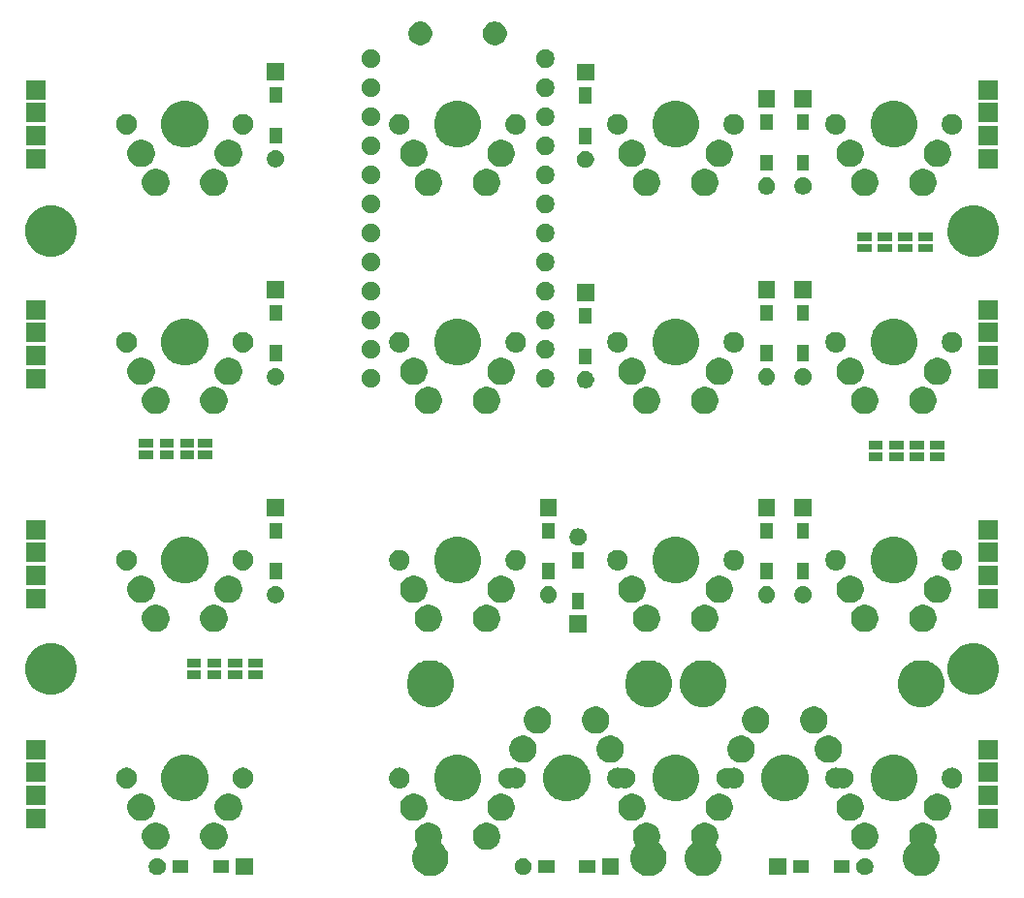
<source format=gbs>
G04 #@! TF.GenerationSoftware,KiCad,Pcbnew,5.1.4+dfsg1-1*
G04 #@! TF.CreationDate,2020-03-28T17:11:53+01:00*
G04 #@! TF.ProjectId,roni4x4ergo,726f6e69-3478-4346-9572-676f2e6b6963,rev?*
G04 #@! TF.SameCoordinates,Original*
G04 #@! TF.FileFunction,Soldermask,Bot*
G04 #@! TF.FilePolarity,Negative*
%FSLAX46Y46*%
G04 Gerber Fmt 4.6, Leading zero omitted, Abs format (unit mm)*
G04 Created by KiCad (PCBNEW 5.1.4+dfsg1-1) date 2020-03-28 17:11:53*
%MOMM*%
%LPD*%
G04 APERTURE LIST*
%ADD10C,0.100000*%
G04 APERTURE END LIST*
D10*
G36*
X97814476Y-83301884D02*
G01*
X98031769Y-83391890D01*
X98031771Y-83391891D01*
X98227330Y-83522560D01*
X98393640Y-83688870D01*
X98524310Y-83884431D01*
X98614316Y-84101724D01*
X98660200Y-84332400D01*
X98660200Y-84567600D01*
X98614316Y-84798276D01*
X98549696Y-84954282D01*
X98542583Y-84977731D01*
X98540181Y-85002117D01*
X98542583Y-85026503D01*
X98549696Y-85049952D01*
X98561247Y-85071563D01*
X98576792Y-85090504D01*
X98595734Y-85106049D01*
X98641775Y-85136813D01*
X98641777Y-85136815D01*
X98641780Y-85136817D01*
X98861159Y-85356196D01*
X98962664Y-85508109D01*
X99033524Y-85614159D01*
X99152250Y-85900790D01*
X99212776Y-86205075D01*
X99212776Y-86515325D01*
X99152250Y-86819610D01*
X99033524Y-87106241D01*
X99033523Y-87106242D01*
X98861159Y-87364204D01*
X98641780Y-87583583D01*
X98472851Y-87696457D01*
X98383817Y-87755948D01*
X98215913Y-87825496D01*
X98097187Y-87874674D01*
X97792901Y-87935200D01*
X97482651Y-87935200D01*
X97330509Y-87904937D01*
X97178365Y-87874674D01*
X97059639Y-87825496D01*
X96891735Y-87755948D01*
X96802701Y-87696457D01*
X96633772Y-87583583D01*
X96414393Y-87364204D01*
X96242029Y-87106242D01*
X96242028Y-87106241D01*
X96123302Y-86819610D01*
X96062776Y-86515325D01*
X96062776Y-86205075D01*
X96123302Y-85900790D01*
X96242028Y-85614159D01*
X96312888Y-85508109D01*
X96414393Y-85356196D01*
X96474518Y-85296071D01*
X96490058Y-85277135D01*
X96501609Y-85255524D01*
X96508722Y-85232075D01*
X96511124Y-85207689D01*
X96508722Y-85183303D01*
X96501609Y-85159854D01*
X96490058Y-85138243D01*
X96431064Y-85049952D01*
X96408091Y-85015571D01*
X96382433Y-84953628D01*
X96318084Y-84798276D01*
X96272200Y-84567600D01*
X96272200Y-84332400D01*
X96318084Y-84101724D01*
X96408090Y-83884431D01*
X96538760Y-83688870D01*
X96705070Y-83522560D01*
X96900629Y-83391891D01*
X96900631Y-83391890D01*
X97117924Y-83301884D01*
X97348600Y-83256000D01*
X97583800Y-83256000D01*
X97814476Y-83301884D01*
X97814476Y-83301884D01*
G37*
G36*
X121943276Y-83301884D02*
G01*
X122160569Y-83391890D01*
X122160571Y-83391891D01*
X122356130Y-83522560D01*
X122522440Y-83688870D01*
X122653110Y-83884431D01*
X122743116Y-84101724D01*
X122789000Y-84332400D01*
X122789000Y-84567600D01*
X122743116Y-84798276D01*
X122653109Y-85015572D01*
X122576891Y-85129641D01*
X122565340Y-85151251D01*
X122558227Y-85174700D01*
X122555825Y-85199086D01*
X122558227Y-85223473D01*
X122565340Y-85246921D01*
X122576891Y-85268532D01*
X122592431Y-85287468D01*
X122661159Y-85356196D01*
X122762664Y-85508109D01*
X122833524Y-85614159D01*
X122952250Y-85900790D01*
X123012776Y-86205075D01*
X123012776Y-86515325D01*
X122952250Y-86819610D01*
X122833524Y-87106241D01*
X122833523Y-87106242D01*
X122661159Y-87364204D01*
X122441780Y-87583583D01*
X122272851Y-87696457D01*
X122183817Y-87755948D01*
X122015913Y-87825496D01*
X121897187Y-87874674D01*
X121592901Y-87935200D01*
X121282651Y-87935200D01*
X121130509Y-87904937D01*
X120978365Y-87874674D01*
X120859639Y-87825496D01*
X120691735Y-87755948D01*
X120602701Y-87696457D01*
X120433772Y-87583583D01*
X120214393Y-87364204D01*
X120042029Y-87106242D01*
X120042028Y-87106241D01*
X119923302Y-86819610D01*
X119862776Y-86515325D01*
X119862776Y-86205075D01*
X119923302Y-85900790D01*
X120042028Y-85614159D01*
X120112888Y-85508109D01*
X120214393Y-85356196D01*
X120433772Y-85136817D01*
X120434108Y-85136592D01*
X120468578Y-85113560D01*
X120487519Y-85098015D01*
X120503064Y-85079073D01*
X120514615Y-85057462D01*
X120521728Y-85034013D01*
X120524130Y-85009627D01*
X120521728Y-84985241D01*
X120514615Y-84961793D01*
X120446884Y-84798276D01*
X120401000Y-84567600D01*
X120401000Y-84332400D01*
X120446884Y-84101724D01*
X120536890Y-83884431D01*
X120667560Y-83688870D01*
X120833870Y-83522560D01*
X121029429Y-83391891D01*
X121029431Y-83391890D01*
X121246724Y-83301884D01*
X121477400Y-83256000D01*
X121712600Y-83256000D01*
X121943276Y-83301884D01*
X121943276Y-83301884D01*
G37*
G36*
X140992076Y-83301884D02*
G01*
X141209369Y-83391890D01*
X141209371Y-83391891D01*
X141404930Y-83522560D01*
X141571240Y-83688870D01*
X141701910Y-83884431D01*
X141791916Y-84101724D01*
X141837800Y-84332400D01*
X141837800Y-84567600D01*
X141791916Y-84798276D01*
X141727567Y-84953628D01*
X141701909Y-85015571D01*
X141626188Y-85128896D01*
X141614639Y-85150501D01*
X141607526Y-85173950D01*
X141605124Y-85198336D01*
X141607526Y-85222723D01*
X141614639Y-85246171D01*
X141626190Y-85267782D01*
X141641730Y-85286719D01*
X141711207Y-85356196D01*
X141812712Y-85508109D01*
X141883572Y-85614159D01*
X142002298Y-85900790D01*
X142062824Y-86205075D01*
X142062824Y-86515325D01*
X142002298Y-86819610D01*
X141883572Y-87106241D01*
X141883571Y-87106242D01*
X141711207Y-87364204D01*
X141491828Y-87583583D01*
X141322899Y-87696457D01*
X141233865Y-87755948D01*
X141065961Y-87825496D01*
X140947235Y-87874674D01*
X140642949Y-87935200D01*
X140332699Y-87935200D01*
X140180557Y-87904937D01*
X140028413Y-87874674D01*
X139909687Y-87825496D01*
X139741783Y-87755948D01*
X139652749Y-87696457D01*
X139483820Y-87583583D01*
X139264441Y-87364204D01*
X139092077Y-87106242D01*
X139092076Y-87106241D01*
X138973350Y-86819610D01*
X138912824Y-86515325D01*
X138912824Y-86205075D01*
X138973350Y-85900790D01*
X139092076Y-85614159D01*
X139162936Y-85508109D01*
X139264441Y-85356196D01*
X139483820Y-85136817D01*
X139483823Y-85136815D01*
X139483825Y-85136813D01*
X139517648Y-85114213D01*
X139536590Y-85098668D01*
X139552135Y-85079726D01*
X139563686Y-85058115D01*
X139570799Y-85034666D01*
X139573201Y-85010280D01*
X139570799Y-84985894D01*
X139563686Y-84962446D01*
X139563416Y-84961793D01*
X139515339Y-84845726D01*
X139495684Y-84798276D01*
X139449800Y-84567600D01*
X139449800Y-84332400D01*
X139495684Y-84101724D01*
X139585690Y-83884431D01*
X139716360Y-83688870D01*
X139882670Y-83522560D01*
X140078229Y-83391891D01*
X140078231Y-83391890D01*
X140295524Y-83301884D01*
X140526200Y-83256000D01*
X140761400Y-83256000D01*
X140992076Y-83301884D01*
X140992076Y-83301884D01*
G37*
G36*
X116863276Y-83301884D02*
G01*
X117080569Y-83391890D01*
X117080571Y-83391891D01*
X117276130Y-83522560D01*
X117442440Y-83688870D01*
X117573110Y-83884431D01*
X117663116Y-84101724D01*
X117709000Y-84332400D01*
X117709000Y-84567600D01*
X117665717Y-84785200D01*
X117663115Y-84798277D01*
X117598764Y-84953633D01*
X117591653Y-84977077D01*
X117589251Y-85001463D01*
X117591653Y-85025850D01*
X117598766Y-85049299D01*
X117610317Y-85070909D01*
X117625862Y-85089851D01*
X117644802Y-85105395D01*
X117691828Y-85136817D01*
X117911207Y-85356196D01*
X118012712Y-85508109D01*
X118083572Y-85614159D01*
X118202298Y-85900790D01*
X118262824Y-86205075D01*
X118262824Y-86515325D01*
X118202298Y-86819610D01*
X118083572Y-87106241D01*
X118083571Y-87106242D01*
X117911207Y-87364204D01*
X117691828Y-87583583D01*
X117522899Y-87696457D01*
X117433865Y-87755948D01*
X117265961Y-87825496D01*
X117147235Y-87874674D01*
X116842949Y-87935200D01*
X116532699Y-87935200D01*
X116380557Y-87904937D01*
X116228413Y-87874674D01*
X116109687Y-87825496D01*
X115941783Y-87755948D01*
X115852749Y-87696457D01*
X115683820Y-87583583D01*
X115464441Y-87364204D01*
X115292077Y-87106242D01*
X115292076Y-87106241D01*
X115173350Y-86819610D01*
X115112824Y-86515325D01*
X115112824Y-86205075D01*
X115173350Y-85900790D01*
X115292076Y-85614159D01*
X115362936Y-85508109D01*
X115464441Y-85356196D01*
X115523818Y-85296819D01*
X115539358Y-85277883D01*
X115550909Y-85256272D01*
X115558022Y-85232823D01*
X115560424Y-85208437D01*
X115558022Y-85184051D01*
X115550909Y-85160602D01*
X115539358Y-85138991D01*
X115522802Y-85114213D01*
X115456891Y-85015571D01*
X115431233Y-84953628D01*
X115366884Y-84798276D01*
X115321000Y-84567600D01*
X115321000Y-84332400D01*
X115366884Y-84101724D01*
X115456890Y-83884431D01*
X115587560Y-83688870D01*
X115753870Y-83522560D01*
X115949429Y-83391891D01*
X115949431Y-83391890D01*
X116166724Y-83301884D01*
X116397400Y-83256000D01*
X116632600Y-83256000D01*
X116863276Y-83301884D01*
X116863276Y-83301884D01*
G37*
G36*
X105822201Y-86368881D02*
G01*
X105946397Y-86393584D01*
X106082798Y-86450083D01*
X106205555Y-86532107D01*
X106309951Y-86636503D01*
X106391975Y-86759260D01*
X106448474Y-86895661D01*
X106477276Y-87040463D01*
X106477276Y-87188101D01*
X106448474Y-87332903D01*
X106391975Y-87469304D01*
X106309951Y-87592061D01*
X106205555Y-87696457D01*
X106082798Y-87778481D01*
X105946397Y-87834980D01*
X105822201Y-87859683D01*
X105801596Y-87863782D01*
X105653956Y-87863782D01*
X105633351Y-87859683D01*
X105509155Y-87834980D01*
X105372754Y-87778481D01*
X105249997Y-87696457D01*
X105145601Y-87592061D01*
X105063577Y-87469304D01*
X105007078Y-87332903D01*
X104978276Y-87188101D01*
X104978276Y-87040463D01*
X105007078Y-86895661D01*
X105063577Y-86759260D01*
X105145601Y-86636503D01*
X105249997Y-86532107D01*
X105372754Y-86450083D01*
X105509155Y-86393584D01*
X105633351Y-86368881D01*
X105653956Y-86364782D01*
X105801596Y-86364782D01*
X105822201Y-86368881D01*
X105822201Y-86368881D01*
G37*
G36*
X82148758Y-87863782D02*
G01*
X80649758Y-87863782D01*
X80649758Y-86364782D01*
X82148758Y-86364782D01*
X82148758Y-87863782D01*
X82148758Y-87863782D01*
G37*
G36*
X73873683Y-86368881D02*
G01*
X73997879Y-86393584D01*
X74134280Y-86450083D01*
X74257037Y-86532107D01*
X74361433Y-86636503D01*
X74443457Y-86759260D01*
X74499956Y-86895661D01*
X74528758Y-87040463D01*
X74528758Y-87188101D01*
X74499956Y-87332903D01*
X74443457Y-87469304D01*
X74361433Y-87592061D01*
X74257037Y-87696457D01*
X74134280Y-87778481D01*
X73997879Y-87834980D01*
X73873683Y-87859683D01*
X73853078Y-87863782D01*
X73705438Y-87863782D01*
X73684833Y-87859683D01*
X73560637Y-87834980D01*
X73424236Y-87778481D01*
X73301479Y-87696457D01*
X73197083Y-87592061D01*
X73115059Y-87469304D01*
X73058560Y-87332903D01*
X73029758Y-87188101D01*
X73029758Y-87040463D01*
X73058560Y-86895661D01*
X73115059Y-86759260D01*
X73197083Y-86636503D01*
X73301479Y-86532107D01*
X73424236Y-86450083D01*
X73560637Y-86393584D01*
X73684833Y-86368881D01*
X73705438Y-86364782D01*
X73853078Y-86364782D01*
X73873683Y-86368881D01*
X73873683Y-86368881D01*
G37*
G36*
X128702332Y-87863782D02*
G01*
X127203332Y-87863782D01*
X127203332Y-86364782D01*
X128702332Y-86364782D01*
X128702332Y-87863782D01*
X128702332Y-87863782D01*
G37*
G36*
X114097276Y-87863782D02*
G01*
X112598276Y-87863782D01*
X112598276Y-86364782D01*
X114097276Y-86364782D01*
X114097276Y-87863782D01*
X114097276Y-87863782D01*
G37*
G36*
X135667257Y-86368881D02*
G01*
X135791453Y-86393584D01*
X135927854Y-86450083D01*
X136050611Y-86532107D01*
X136155007Y-86636503D01*
X136237031Y-86759260D01*
X136293530Y-86895661D01*
X136322332Y-87040463D01*
X136322332Y-87188101D01*
X136293530Y-87332903D01*
X136237031Y-87469304D01*
X136155007Y-87592061D01*
X136050611Y-87696457D01*
X135927854Y-87778481D01*
X135791453Y-87834980D01*
X135667257Y-87859683D01*
X135646652Y-87863782D01*
X135499012Y-87863782D01*
X135478407Y-87859683D01*
X135354211Y-87834980D01*
X135217810Y-87778481D01*
X135095053Y-87696457D01*
X134990657Y-87592061D01*
X134908633Y-87469304D01*
X134852134Y-87332903D01*
X134823332Y-87188101D01*
X134823332Y-87040463D01*
X134852134Y-86895661D01*
X134908633Y-86759260D01*
X134990657Y-86636503D01*
X135095053Y-86532107D01*
X135217810Y-86450083D01*
X135354211Y-86393584D01*
X135478407Y-86368881D01*
X135499012Y-86364782D01*
X135646652Y-86364782D01*
X135667257Y-86368881D01*
X135667257Y-86368881D01*
G37*
G36*
X130688832Y-87640282D02*
G01*
X129286832Y-87640282D01*
X129286832Y-86588282D01*
X130688832Y-86588282D01*
X130688832Y-87640282D01*
X130688832Y-87640282D01*
G37*
G36*
X134238832Y-87640282D02*
G01*
X132836832Y-87640282D01*
X132836832Y-86588282D01*
X134238832Y-86588282D01*
X134238832Y-87640282D01*
X134238832Y-87640282D01*
G37*
G36*
X76515258Y-87640282D02*
G01*
X75113258Y-87640282D01*
X75113258Y-86588282D01*
X76515258Y-86588282D01*
X76515258Y-87640282D01*
X76515258Y-87640282D01*
G37*
G36*
X108463776Y-87640282D02*
G01*
X107061776Y-87640282D01*
X107061776Y-86588282D01*
X108463776Y-86588282D01*
X108463776Y-87640282D01*
X108463776Y-87640282D01*
G37*
G36*
X112013776Y-87640282D02*
G01*
X110611776Y-87640282D01*
X110611776Y-86588282D01*
X112013776Y-86588282D01*
X112013776Y-87640282D01*
X112013776Y-87640282D01*
G37*
G36*
X80065258Y-87640282D02*
G01*
X78663258Y-87640282D01*
X78663258Y-86588282D01*
X80065258Y-86588282D01*
X80065258Y-87640282D01*
X80065258Y-87640282D01*
G37*
G36*
X79083176Y-83301884D02*
G01*
X79300469Y-83391890D01*
X79300471Y-83391891D01*
X79496030Y-83522560D01*
X79662340Y-83688870D01*
X79793010Y-83884431D01*
X79883016Y-84101724D01*
X79928900Y-84332400D01*
X79928900Y-84567600D01*
X79883016Y-84798276D01*
X79818667Y-84953628D01*
X79793009Y-85015571D01*
X79662340Y-85211130D01*
X79496030Y-85377440D01*
X79300471Y-85508109D01*
X79300470Y-85508110D01*
X79300469Y-85508110D01*
X79083176Y-85598116D01*
X78852500Y-85644000D01*
X78617300Y-85644000D01*
X78386624Y-85598116D01*
X78169331Y-85508110D01*
X78169330Y-85508110D01*
X78169329Y-85508109D01*
X77973770Y-85377440D01*
X77807460Y-85211130D01*
X77676791Y-85015571D01*
X77651133Y-84953628D01*
X77586784Y-84798276D01*
X77540900Y-84567600D01*
X77540900Y-84332400D01*
X77586784Y-84101724D01*
X77676790Y-83884431D01*
X77807460Y-83688870D01*
X77973770Y-83522560D01*
X78169329Y-83391891D01*
X78169331Y-83391890D01*
X78386624Y-83301884D01*
X78617300Y-83256000D01*
X78852500Y-83256000D01*
X79083176Y-83301884D01*
X79083176Y-83301884D01*
G37*
G36*
X135912076Y-83301884D02*
G01*
X136129369Y-83391890D01*
X136129371Y-83391891D01*
X136324930Y-83522560D01*
X136491240Y-83688870D01*
X136621910Y-83884431D01*
X136711916Y-84101724D01*
X136757800Y-84332400D01*
X136757800Y-84567600D01*
X136711916Y-84798276D01*
X136647567Y-84953628D01*
X136621909Y-85015571D01*
X136491240Y-85211130D01*
X136324930Y-85377440D01*
X136129371Y-85508109D01*
X136129370Y-85508110D01*
X136129369Y-85508110D01*
X135912076Y-85598116D01*
X135681400Y-85644000D01*
X135446200Y-85644000D01*
X135215524Y-85598116D01*
X134998231Y-85508110D01*
X134998230Y-85508110D01*
X134998229Y-85508109D01*
X134802670Y-85377440D01*
X134636360Y-85211130D01*
X134505691Y-85015571D01*
X134480033Y-84953628D01*
X134415684Y-84798276D01*
X134369800Y-84567600D01*
X134369800Y-84332400D01*
X134415684Y-84101724D01*
X134505690Y-83884431D01*
X134636360Y-83688870D01*
X134802670Y-83522560D01*
X134998229Y-83391891D01*
X134998231Y-83391890D01*
X135215524Y-83301884D01*
X135446200Y-83256000D01*
X135681400Y-83256000D01*
X135912076Y-83301884D01*
X135912076Y-83301884D01*
G37*
G36*
X102894476Y-83301884D02*
G01*
X103111769Y-83391890D01*
X103111771Y-83391891D01*
X103307330Y-83522560D01*
X103473640Y-83688870D01*
X103604310Y-83884431D01*
X103694316Y-84101724D01*
X103740200Y-84332400D01*
X103740200Y-84567600D01*
X103694316Y-84798276D01*
X103629967Y-84953628D01*
X103604309Y-85015571D01*
X103473640Y-85211130D01*
X103307330Y-85377440D01*
X103111771Y-85508109D01*
X103111770Y-85508110D01*
X103111769Y-85508110D01*
X102894476Y-85598116D01*
X102663800Y-85644000D01*
X102428600Y-85644000D01*
X102197924Y-85598116D01*
X101980631Y-85508110D01*
X101980630Y-85508110D01*
X101980629Y-85508109D01*
X101785070Y-85377440D01*
X101618760Y-85211130D01*
X101488091Y-85015571D01*
X101462433Y-84953628D01*
X101398084Y-84798276D01*
X101352200Y-84567600D01*
X101352200Y-84332400D01*
X101398084Y-84101724D01*
X101488090Y-83884431D01*
X101618760Y-83688870D01*
X101785070Y-83522560D01*
X101980629Y-83391891D01*
X101980631Y-83391890D01*
X102197924Y-83301884D01*
X102428600Y-83256000D01*
X102663800Y-83256000D01*
X102894476Y-83301884D01*
X102894476Y-83301884D01*
G37*
G36*
X74003176Y-83301884D02*
G01*
X74220469Y-83391890D01*
X74220471Y-83391891D01*
X74416030Y-83522560D01*
X74582340Y-83688870D01*
X74713010Y-83884431D01*
X74803016Y-84101724D01*
X74848900Y-84332400D01*
X74848900Y-84567600D01*
X74803016Y-84798276D01*
X74738667Y-84953628D01*
X74713009Y-85015571D01*
X74582340Y-85211130D01*
X74416030Y-85377440D01*
X74220471Y-85508109D01*
X74220470Y-85508110D01*
X74220469Y-85508110D01*
X74003176Y-85598116D01*
X73772500Y-85644000D01*
X73537300Y-85644000D01*
X73306624Y-85598116D01*
X73089331Y-85508110D01*
X73089330Y-85508110D01*
X73089329Y-85508109D01*
X72893770Y-85377440D01*
X72727460Y-85211130D01*
X72596791Y-85015571D01*
X72571133Y-84953628D01*
X72506784Y-84798276D01*
X72460900Y-84567600D01*
X72460900Y-84332400D01*
X72506784Y-84101724D01*
X72596790Y-83884431D01*
X72727460Y-83688870D01*
X72893770Y-83522560D01*
X73089329Y-83391891D01*
X73089331Y-83391890D01*
X73306624Y-83301884D01*
X73537300Y-83256000D01*
X73772500Y-83256000D01*
X74003176Y-83301884D01*
X74003176Y-83301884D01*
G37*
G36*
X64058050Y-83728400D02*
G01*
X62356050Y-83728400D01*
X62356050Y-82026400D01*
X64058050Y-82026400D01*
X64058050Y-83728400D01*
X64058050Y-83728400D01*
G37*
G36*
X147199025Y-83728400D02*
G01*
X145497025Y-83728400D01*
X145497025Y-82026400D01*
X147199025Y-82026400D01*
X147199025Y-83728400D01*
X147199025Y-83728400D01*
G37*
G36*
X96544476Y-80761884D02*
G01*
X96761769Y-80851890D01*
X96761771Y-80851891D01*
X96957330Y-80982560D01*
X97123640Y-81148870D01*
X97252363Y-81341516D01*
X97254310Y-81344431D01*
X97344316Y-81561724D01*
X97390200Y-81792400D01*
X97390200Y-82027600D01*
X97344316Y-82258276D01*
X97254310Y-82475569D01*
X97254309Y-82475571D01*
X97123640Y-82671130D01*
X96957330Y-82837440D01*
X96761771Y-82968109D01*
X96761770Y-82968110D01*
X96761769Y-82968110D01*
X96544476Y-83058116D01*
X96313800Y-83104000D01*
X96078600Y-83104000D01*
X95847924Y-83058116D01*
X95630631Y-82968110D01*
X95630630Y-82968110D01*
X95630629Y-82968109D01*
X95435070Y-82837440D01*
X95268760Y-82671130D01*
X95138091Y-82475571D01*
X95138090Y-82475569D01*
X95048084Y-82258276D01*
X95002200Y-82027600D01*
X95002200Y-81792400D01*
X95048084Y-81561724D01*
X95138090Y-81344431D01*
X95140038Y-81341516D01*
X95268760Y-81148870D01*
X95435070Y-80982560D01*
X95630629Y-80851891D01*
X95630631Y-80851890D01*
X95847924Y-80761884D01*
X96078600Y-80716000D01*
X96313800Y-80716000D01*
X96544476Y-80761884D01*
X96544476Y-80761884D01*
G37*
G36*
X142262076Y-80761884D02*
G01*
X142479369Y-80851890D01*
X142479371Y-80851891D01*
X142674930Y-80982560D01*
X142841240Y-81148870D01*
X142969963Y-81341516D01*
X142971910Y-81344431D01*
X143061916Y-81561724D01*
X143107800Y-81792400D01*
X143107800Y-82027600D01*
X143061916Y-82258276D01*
X142971910Y-82475569D01*
X142971909Y-82475571D01*
X142841240Y-82671130D01*
X142674930Y-82837440D01*
X142479371Y-82968109D01*
X142479370Y-82968110D01*
X142479369Y-82968110D01*
X142262076Y-83058116D01*
X142031400Y-83104000D01*
X141796200Y-83104000D01*
X141565524Y-83058116D01*
X141348231Y-82968110D01*
X141348230Y-82968110D01*
X141348229Y-82968109D01*
X141152670Y-82837440D01*
X140986360Y-82671130D01*
X140855691Y-82475571D01*
X140855690Y-82475569D01*
X140765684Y-82258276D01*
X140719800Y-82027600D01*
X140719800Y-81792400D01*
X140765684Y-81561724D01*
X140855690Y-81344431D01*
X140857638Y-81341516D01*
X140986360Y-81148870D01*
X141152670Y-80982560D01*
X141348229Y-80851891D01*
X141348231Y-80851890D01*
X141565524Y-80761884D01*
X141796200Y-80716000D01*
X142031400Y-80716000D01*
X142262076Y-80761884D01*
X142262076Y-80761884D01*
G37*
G36*
X134642076Y-80761884D02*
G01*
X134859369Y-80851890D01*
X134859371Y-80851891D01*
X135054930Y-80982560D01*
X135221240Y-81148870D01*
X135349963Y-81341516D01*
X135351910Y-81344431D01*
X135441916Y-81561724D01*
X135487800Y-81792400D01*
X135487800Y-82027600D01*
X135441916Y-82258276D01*
X135351910Y-82475569D01*
X135351909Y-82475571D01*
X135221240Y-82671130D01*
X135054930Y-82837440D01*
X134859371Y-82968109D01*
X134859370Y-82968110D01*
X134859369Y-82968110D01*
X134642076Y-83058116D01*
X134411400Y-83104000D01*
X134176200Y-83104000D01*
X133945524Y-83058116D01*
X133728231Y-82968110D01*
X133728230Y-82968110D01*
X133728229Y-82968109D01*
X133532670Y-82837440D01*
X133366360Y-82671130D01*
X133235691Y-82475571D01*
X133235690Y-82475569D01*
X133145684Y-82258276D01*
X133099800Y-82027600D01*
X133099800Y-81792400D01*
X133145684Y-81561724D01*
X133235690Y-81344431D01*
X133237638Y-81341516D01*
X133366360Y-81148870D01*
X133532670Y-80982560D01*
X133728229Y-80851891D01*
X133728231Y-80851890D01*
X133945524Y-80761884D01*
X134176200Y-80716000D01*
X134411400Y-80716000D01*
X134642076Y-80761884D01*
X134642076Y-80761884D01*
G37*
G36*
X72733176Y-80761884D02*
G01*
X72950469Y-80851890D01*
X72950471Y-80851891D01*
X73146030Y-80982560D01*
X73312340Y-81148870D01*
X73441063Y-81341516D01*
X73443010Y-81344431D01*
X73533016Y-81561724D01*
X73578900Y-81792400D01*
X73578900Y-82027600D01*
X73533016Y-82258276D01*
X73443010Y-82475569D01*
X73443009Y-82475571D01*
X73312340Y-82671130D01*
X73146030Y-82837440D01*
X72950471Y-82968109D01*
X72950470Y-82968110D01*
X72950469Y-82968110D01*
X72733176Y-83058116D01*
X72502500Y-83104000D01*
X72267300Y-83104000D01*
X72036624Y-83058116D01*
X71819331Y-82968110D01*
X71819330Y-82968110D01*
X71819329Y-82968109D01*
X71623770Y-82837440D01*
X71457460Y-82671130D01*
X71326791Y-82475571D01*
X71326790Y-82475569D01*
X71236784Y-82258276D01*
X71190900Y-82027600D01*
X71190900Y-81792400D01*
X71236784Y-81561724D01*
X71326790Y-81344431D01*
X71328738Y-81341516D01*
X71457460Y-81148870D01*
X71623770Y-80982560D01*
X71819329Y-80851891D01*
X71819331Y-80851890D01*
X72036624Y-80761884D01*
X72267300Y-80716000D01*
X72502500Y-80716000D01*
X72733176Y-80761884D01*
X72733176Y-80761884D01*
G37*
G36*
X115593276Y-80761884D02*
G01*
X115810569Y-80851890D01*
X115810571Y-80851891D01*
X116006130Y-80982560D01*
X116172440Y-81148870D01*
X116301163Y-81341516D01*
X116303110Y-81344431D01*
X116393116Y-81561724D01*
X116439000Y-81792400D01*
X116439000Y-82027600D01*
X116393116Y-82258276D01*
X116303110Y-82475569D01*
X116303109Y-82475571D01*
X116172440Y-82671130D01*
X116006130Y-82837440D01*
X115810571Y-82968109D01*
X115810570Y-82968110D01*
X115810569Y-82968110D01*
X115593276Y-83058116D01*
X115362600Y-83104000D01*
X115127400Y-83104000D01*
X114896724Y-83058116D01*
X114679431Y-82968110D01*
X114679430Y-82968110D01*
X114679429Y-82968109D01*
X114483870Y-82837440D01*
X114317560Y-82671130D01*
X114186891Y-82475571D01*
X114186890Y-82475569D01*
X114096884Y-82258276D01*
X114051000Y-82027600D01*
X114051000Y-81792400D01*
X114096884Y-81561724D01*
X114186890Y-81344431D01*
X114188838Y-81341516D01*
X114317560Y-81148870D01*
X114483870Y-80982560D01*
X114679429Y-80851891D01*
X114679431Y-80851890D01*
X114896724Y-80761884D01*
X115127400Y-80716000D01*
X115362600Y-80716000D01*
X115593276Y-80761884D01*
X115593276Y-80761884D01*
G37*
G36*
X123213276Y-80761884D02*
G01*
X123430569Y-80851890D01*
X123430571Y-80851891D01*
X123626130Y-80982560D01*
X123792440Y-81148870D01*
X123921163Y-81341516D01*
X123923110Y-81344431D01*
X124013116Y-81561724D01*
X124059000Y-81792400D01*
X124059000Y-82027600D01*
X124013116Y-82258276D01*
X123923110Y-82475569D01*
X123923109Y-82475571D01*
X123792440Y-82671130D01*
X123626130Y-82837440D01*
X123430571Y-82968109D01*
X123430570Y-82968110D01*
X123430569Y-82968110D01*
X123213276Y-83058116D01*
X122982600Y-83104000D01*
X122747400Y-83104000D01*
X122516724Y-83058116D01*
X122299431Y-82968110D01*
X122299430Y-82968110D01*
X122299429Y-82968109D01*
X122103870Y-82837440D01*
X121937560Y-82671130D01*
X121806891Y-82475571D01*
X121806890Y-82475569D01*
X121716884Y-82258276D01*
X121671000Y-82027600D01*
X121671000Y-81792400D01*
X121716884Y-81561724D01*
X121806890Y-81344431D01*
X121808838Y-81341516D01*
X121937560Y-81148870D01*
X122103870Y-80982560D01*
X122299429Y-80851891D01*
X122299431Y-80851890D01*
X122516724Y-80761884D01*
X122747400Y-80716000D01*
X122982600Y-80716000D01*
X123213276Y-80761884D01*
X123213276Y-80761884D01*
G37*
G36*
X80353176Y-80761884D02*
G01*
X80570469Y-80851890D01*
X80570471Y-80851891D01*
X80766030Y-80982560D01*
X80932340Y-81148870D01*
X81061063Y-81341516D01*
X81063010Y-81344431D01*
X81153016Y-81561724D01*
X81198900Y-81792400D01*
X81198900Y-82027600D01*
X81153016Y-82258276D01*
X81063010Y-82475569D01*
X81063009Y-82475571D01*
X80932340Y-82671130D01*
X80766030Y-82837440D01*
X80570471Y-82968109D01*
X80570470Y-82968110D01*
X80570469Y-82968110D01*
X80353176Y-83058116D01*
X80122500Y-83104000D01*
X79887300Y-83104000D01*
X79656624Y-83058116D01*
X79439331Y-82968110D01*
X79439330Y-82968110D01*
X79439329Y-82968109D01*
X79243770Y-82837440D01*
X79077460Y-82671130D01*
X78946791Y-82475571D01*
X78946790Y-82475569D01*
X78856784Y-82258276D01*
X78810900Y-82027600D01*
X78810900Y-81792400D01*
X78856784Y-81561724D01*
X78946790Y-81344431D01*
X78948738Y-81341516D01*
X79077460Y-81148870D01*
X79243770Y-80982560D01*
X79439329Y-80851891D01*
X79439331Y-80851890D01*
X79656624Y-80761884D01*
X79887300Y-80716000D01*
X80122500Y-80716000D01*
X80353176Y-80761884D01*
X80353176Y-80761884D01*
G37*
G36*
X104164476Y-80761884D02*
G01*
X104381769Y-80851890D01*
X104381771Y-80851891D01*
X104577330Y-80982560D01*
X104743640Y-81148870D01*
X104872363Y-81341516D01*
X104874310Y-81344431D01*
X104964316Y-81561724D01*
X105010200Y-81792400D01*
X105010200Y-82027600D01*
X104964316Y-82258276D01*
X104874310Y-82475569D01*
X104874309Y-82475571D01*
X104743640Y-82671130D01*
X104577330Y-82837440D01*
X104381771Y-82968109D01*
X104381770Y-82968110D01*
X104381769Y-82968110D01*
X104164476Y-83058116D01*
X103933800Y-83104000D01*
X103698600Y-83104000D01*
X103467924Y-83058116D01*
X103250631Y-82968110D01*
X103250630Y-82968110D01*
X103250629Y-82968109D01*
X103055070Y-82837440D01*
X102888760Y-82671130D01*
X102758091Y-82475571D01*
X102758090Y-82475569D01*
X102668084Y-82258276D01*
X102622200Y-82027600D01*
X102622200Y-81792400D01*
X102668084Y-81561724D01*
X102758090Y-81344431D01*
X102760038Y-81341516D01*
X102888760Y-81148870D01*
X103055070Y-80982560D01*
X103250629Y-80851891D01*
X103250631Y-80851890D01*
X103467924Y-80761884D01*
X103698600Y-80716000D01*
X103933800Y-80716000D01*
X104164476Y-80761884D01*
X104164476Y-80761884D01*
G37*
G36*
X147199025Y-81728400D02*
G01*
X145497025Y-81728400D01*
X145497025Y-80026400D01*
X147199025Y-80026400D01*
X147199025Y-81728400D01*
X147199025Y-81728400D01*
G37*
G36*
X64058050Y-81728400D02*
G01*
X62356050Y-81728400D01*
X62356050Y-80026400D01*
X64058050Y-80026400D01*
X64058050Y-81728400D01*
X64058050Y-81728400D01*
G37*
G36*
X129184298Y-77408884D02*
G01*
X129402298Y-77499183D01*
X129556447Y-77563033D01*
X129891372Y-77786823D01*
X130176201Y-78071652D01*
X130399991Y-78406577D01*
X130445652Y-78516813D01*
X130554140Y-78778726D01*
X130632724Y-79173794D01*
X130632724Y-79576606D01*
X130554140Y-79971674D01*
X130472300Y-80169253D01*
X130399991Y-80343823D01*
X130176201Y-80678748D01*
X129891372Y-80963577D01*
X129556447Y-81187367D01*
X129402298Y-81251217D01*
X129184298Y-81341516D01*
X128789230Y-81420100D01*
X128386418Y-81420100D01*
X127991350Y-81341516D01*
X127773350Y-81251217D01*
X127619201Y-81187367D01*
X127284276Y-80963577D01*
X126999447Y-80678748D01*
X126775657Y-80343823D01*
X126703348Y-80169253D01*
X126621508Y-79971674D01*
X126542924Y-79576606D01*
X126542924Y-79173794D01*
X126621508Y-78778726D01*
X126729996Y-78516813D01*
X126775657Y-78406577D01*
X126999447Y-78071652D01*
X127284276Y-77786823D01*
X127619201Y-77563033D01*
X127773350Y-77499183D01*
X127991350Y-77408884D01*
X128386418Y-77330300D01*
X128789230Y-77330300D01*
X129184298Y-77408884D01*
X129184298Y-77408884D01*
G37*
G36*
X110134250Y-77408884D02*
G01*
X110352250Y-77499183D01*
X110506399Y-77563033D01*
X110841324Y-77786823D01*
X111126153Y-78071652D01*
X111349943Y-78406577D01*
X111395604Y-78516813D01*
X111504092Y-78778726D01*
X111582676Y-79173794D01*
X111582676Y-79576606D01*
X111504092Y-79971674D01*
X111422252Y-80169253D01*
X111349943Y-80343823D01*
X111126153Y-80678748D01*
X110841324Y-80963577D01*
X110506399Y-81187367D01*
X110352250Y-81251217D01*
X110134250Y-81341516D01*
X109739182Y-81420100D01*
X109336370Y-81420100D01*
X108941302Y-81341516D01*
X108723302Y-81251217D01*
X108569153Y-81187367D01*
X108234228Y-80963577D01*
X107949399Y-80678748D01*
X107725609Y-80343823D01*
X107653300Y-80169253D01*
X107571460Y-79971674D01*
X107492876Y-79576606D01*
X107492876Y-79173794D01*
X107571460Y-78778726D01*
X107679948Y-78516813D01*
X107725609Y-78406577D01*
X107949399Y-78071652D01*
X108234228Y-77786823D01*
X108569153Y-77563033D01*
X108723302Y-77499183D01*
X108941302Y-77408884D01*
X109336370Y-77330300D01*
X109739182Y-77330300D01*
X110134250Y-77408884D01*
X110134250Y-77408884D01*
G37*
G36*
X76791374Y-77403684D02*
G01*
X77009374Y-77493983D01*
X77163523Y-77557833D01*
X77498448Y-77781623D01*
X77783277Y-78066452D01*
X78007067Y-78401377D01*
X78054645Y-78516242D01*
X78161216Y-78773526D01*
X78239800Y-79168594D01*
X78239800Y-79571406D01*
X78161216Y-79966474D01*
X78077222Y-80169253D01*
X78007067Y-80338623D01*
X77783277Y-80673548D01*
X77498448Y-80958377D01*
X77163523Y-81182167D01*
X77009374Y-81246017D01*
X76791374Y-81336316D01*
X76396306Y-81414900D01*
X75993494Y-81414900D01*
X75598426Y-81336316D01*
X75380426Y-81246017D01*
X75226277Y-81182167D01*
X74891352Y-80958377D01*
X74606523Y-80673548D01*
X74382733Y-80338623D01*
X74312578Y-80169253D01*
X74228584Y-79966474D01*
X74150000Y-79571406D01*
X74150000Y-79168594D01*
X74228584Y-78773526D01*
X74335155Y-78516242D01*
X74382733Y-78401377D01*
X74606523Y-78066452D01*
X74891352Y-77781623D01*
X75226277Y-77557833D01*
X75380426Y-77493983D01*
X75598426Y-77403684D01*
X75993494Y-77325100D01*
X76396306Y-77325100D01*
X76791374Y-77403684D01*
X76791374Y-77403684D01*
G37*
G36*
X100602674Y-77403684D02*
G01*
X100820674Y-77493983D01*
X100974823Y-77557833D01*
X101309748Y-77781623D01*
X101594577Y-78066452D01*
X101818367Y-78401377D01*
X101865945Y-78516242D01*
X101972516Y-78773526D01*
X102051100Y-79168594D01*
X102051100Y-79571406D01*
X101972516Y-79966474D01*
X101888522Y-80169253D01*
X101818367Y-80338623D01*
X101594577Y-80673548D01*
X101309748Y-80958377D01*
X100974823Y-81182167D01*
X100820674Y-81246017D01*
X100602674Y-81336316D01*
X100207606Y-81414900D01*
X99804794Y-81414900D01*
X99409726Y-81336316D01*
X99191726Y-81246017D01*
X99037577Y-81182167D01*
X98702652Y-80958377D01*
X98417823Y-80673548D01*
X98194033Y-80338623D01*
X98123878Y-80169253D01*
X98039884Y-79966474D01*
X97961300Y-79571406D01*
X97961300Y-79168594D01*
X98039884Y-78773526D01*
X98146455Y-78516242D01*
X98194033Y-78401377D01*
X98417823Y-78066452D01*
X98702652Y-77781623D01*
X99037577Y-77557833D01*
X99191726Y-77493983D01*
X99409726Y-77403684D01*
X99804794Y-77325100D01*
X100207606Y-77325100D01*
X100602674Y-77403684D01*
X100602674Y-77403684D01*
G37*
G36*
X138700274Y-77403684D02*
G01*
X138918274Y-77493983D01*
X139072423Y-77557833D01*
X139407348Y-77781623D01*
X139692177Y-78066452D01*
X139915967Y-78401377D01*
X139963545Y-78516242D01*
X140070116Y-78773526D01*
X140148700Y-79168594D01*
X140148700Y-79571406D01*
X140070116Y-79966474D01*
X139986122Y-80169253D01*
X139915967Y-80338623D01*
X139692177Y-80673548D01*
X139407348Y-80958377D01*
X139072423Y-81182167D01*
X138918274Y-81246017D01*
X138700274Y-81336316D01*
X138305206Y-81414900D01*
X137902394Y-81414900D01*
X137507326Y-81336316D01*
X137289326Y-81246017D01*
X137135177Y-81182167D01*
X136800252Y-80958377D01*
X136515423Y-80673548D01*
X136291633Y-80338623D01*
X136221478Y-80169253D01*
X136137484Y-79966474D01*
X136058900Y-79571406D01*
X136058900Y-79168594D01*
X136137484Y-78773526D01*
X136244055Y-78516242D01*
X136291633Y-78401377D01*
X136515423Y-78066452D01*
X136800252Y-77781623D01*
X137135177Y-77557833D01*
X137289326Y-77493983D01*
X137507326Y-77403684D01*
X137902394Y-77325100D01*
X138305206Y-77325100D01*
X138700274Y-77403684D01*
X138700274Y-77403684D01*
G37*
G36*
X119651474Y-77403684D02*
G01*
X119869474Y-77493983D01*
X120023623Y-77557833D01*
X120358548Y-77781623D01*
X120643377Y-78066452D01*
X120867167Y-78401377D01*
X120914745Y-78516242D01*
X121021316Y-78773526D01*
X121099900Y-79168594D01*
X121099900Y-79571406D01*
X121021316Y-79966474D01*
X120937322Y-80169253D01*
X120867167Y-80338623D01*
X120643377Y-80673548D01*
X120358548Y-80958377D01*
X120023623Y-81182167D01*
X119869474Y-81246017D01*
X119651474Y-81336316D01*
X119256406Y-81414900D01*
X118853594Y-81414900D01*
X118458526Y-81336316D01*
X118240526Y-81246017D01*
X118086377Y-81182167D01*
X117751452Y-80958377D01*
X117466623Y-80673548D01*
X117242833Y-80338623D01*
X117172678Y-80169253D01*
X117088684Y-79966474D01*
X117010100Y-79571406D01*
X117010100Y-79168594D01*
X117088684Y-78773526D01*
X117195255Y-78516242D01*
X117242833Y-78401377D01*
X117466623Y-78066452D01*
X117751452Y-77781623D01*
X118086377Y-77557833D01*
X118240526Y-77493983D01*
X118458526Y-77403684D01*
X118853594Y-77325100D01*
X119256406Y-77325100D01*
X119651474Y-77403684D01*
X119651474Y-77403684D01*
G37*
G36*
X105262152Y-78485430D02*
G01*
X105349275Y-78502759D01*
X105458698Y-78548084D01*
X105513411Y-78570747D01*
X105660133Y-78668783D01*
X105661128Y-78669448D01*
X105786752Y-78795072D01*
X105786754Y-78795075D01*
X105885453Y-78942789D01*
X105885453Y-78942790D01*
X105953441Y-79106925D01*
X105965707Y-79168594D01*
X105988100Y-79281169D01*
X105988100Y-79458831D01*
X105970771Y-79545952D01*
X105953441Y-79633075D01*
X105913955Y-79728400D01*
X105885453Y-79797211D01*
X105881979Y-79802410D01*
X105786752Y-79944928D01*
X105661128Y-80070552D01*
X105661125Y-80070554D01*
X105513411Y-80169253D01*
X105458698Y-80191916D01*
X105349275Y-80237241D01*
X105262152Y-80254570D01*
X105175031Y-80271900D01*
X104997369Y-80271900D01*
X104819968Y-80236613D01*
X104802646Y-80231359D01*
X104778260Y-80228958D01*
X104753874Y-80231361D01*
X104730435Y-80238471D01*
X104720851Y-80242441D01*
X104662769Y-80253994D01*
X104546607Y-80277100D01*
X104368945Y-80277100D01*
X104281824Y-80259771D01*
X104194701Y-80242441D01*
X104085278Y-80197116D01*
X104030565Y-80174453D01*
X103882851Y-80075754D01*
X103882848Y-80075752D01*
X103757224Y-79950128D01*
X103756559Y-79949133D01*
X103658523Y-79802411D01*
X103627867Y-79728400D01*
X103590535Y-79638275D01*
X103555876Y-79464029D01*
X103555876Y-79286371D01*
X103556911Y-79281169D01*
X103590535Y-79112127D01*
X103590535Y-79112125D01*
X103658523Y-78947990D01*
X103658523Y-78947989D01*
X103757222Y-78800275D01*
X103757224Y-78800272D01*
X103882848Y-78674648D01*
X103890633Y-78669446D01*
X104030565Y-78575947D01*
X104085278Y-78553284D01*
X104194701Y-78507959D01*
X104281824Y-78490630D01*
X104368945Y-78473300D01*
X104546607Y-78473300D01*
X104724008Y-78508587D01*
X104741330Y-78513841D01*
X104765716Y-78516242D01*
X104790102Y-78513839D01*
X104813541Y-78506729D01*
X104823125Y-78502759D01*
X104881207Y-78491206D01*
X104997369Y-78468100D01*
X105175031Y-78468100D01*
X105262152Y-78485430D01*
X105262152Y-78485430D01*
G37*
G36*
X114121911Y-78479653D02*
G01*
X114238075Y-78502759D01*
X114254839Y-78509703D01*
X114278278Y-78516813D01*
X114302664Y-78519215D01*
X114327050Y-78516813D01*
X114350499Y-78509700D01*
X114354701Y-78507959D01*
X114362192Y-78506469D01*
X114528945Y-78473300D01*
X114706607Y-78473300D01*
X114793728Y-78490630D01*
X114880851Y-78507959D01*
X114990274Y-78553284D01*
X115044987Y-78575947D01*
X115184919Y-78669446D01*
X115192704Y-78674648D01*
X115318328Y-78800272D01*
X115318330Y-78800275D01*
X115417029Y-78947989D01*
X115417029Y-78947990D01*
X115485017Y-79112125D01*
X115485017Y-79112127D01*
X115518642Y-79281169D01*
X115519676Y-79286371D01*
X115519676Y-79464029D01*
X115485017Y-79638275D01*
X115447685Y-79728400D01*
X115417029Y-79802411D01*
X115318993Y-79949133D01*
X115318328Y-79950128D01*
X115192704Y-80075752D01*
X115192701Y-80075754D01*
X115044987Y-80174453D01*
X114990274Y-80197116D01*
X114880851Y-80242441D01*
X114793728Y-80259771D01*
X114706607Y-80277100D01*
X114528945Y-80277100D01*
X114470865Y-80265547D01*
X114354701Y-80242441D01*
X114337937Y-80235497D01*
X114314498Y-80228387D01*
X114290112Y-80225985D01*
X114265726Y-80228387D01*
X114242277Y-80235500D01*
X114239907Y-80236482D01*
X114238075Y-80237241D01*
X114063831Y-80271900D01*
X113886169Y-80271900D01*
X113799048Y-80254570D01*
X113711925Y-80237241D01*
X113602502Y-80191916D01*
X113547789Y-80169253D01*
X113400075Y-80070554D01*
X113400072Y-80070552D01*
X113274448Y-79944928D01*
X113179221Y-79802410D01*
X113175747Y-79797211D01*
X113147245Y-79728400D01*
X113107759Y-79633075D01*
X113090429Y-79545952D01*
X113073100Y-79458831D01*
X113073100Y-79281169D01*
X113095493Y-79168594D01*
X113107759Y-79106925D01*
X113175747Y-78942790D01*
X113175747Y-78942789D01*
X113274446Y-78795075D01*
X113274448Y-78795072D01*
X113400072Y-78669448D01*
X113401067Y-78668783D01*
X113547789Y-78570747D01*
X113602502Y-78548084D01*
X113711925Y-78502759D01*
X113799048Y-78485430D01*
X113886169Y-78468100D01*
X114063831Y-78468100D01*
X114121911Y-78479653D01*
X114121911Y-78479653D01*
G37*
G36*
X133170448Y-78479601D02*
G01*
X133286875Y-78502759D01*
X133299429Y-78507959D01*
X133304255Y-78509958D01*
X133327704Y-78517071D01*
X133352090Y-78519473D01*
X133376476Y-78517071D01*
X133399917Y-78509961D01*
X133404749Y-78507959D01*
X133491872Y-78490630D01*
X133578993Y-78473300D01*
X133756655Y-78473300D01*
X133843776Y-78490630D01*
X133930899Y-78507959D01*
X134040322Y-78553284D01*
X134095035Y-78575947D01*
X134234967Y-78669446D01*
X134242752Y-78674648D01*
X134368376Y-78800272D01*
X134368378Y-78800275D01*
X134467077Y-78947989D01*
X134467077Y-78947990D01*
X134535065Y-79112125D01*
X134535065Y-79112127D01*
X134568690Y-79281169D01*
X134569724Y-79286371D01*
X134569724Y-79464029D01*
X134535065Y-79638275D01*
X134497733Y-79728400D01*
X134467077Y-79802411D01*
X134369041Y-79949133D01*
X134368376Y-79950128D01*
X134242752Y-80075752D01*
X134242749Y-80075754D01*
X134095035Y-80174453D01*
X134040322Y-80197116D01*
X133930899Y-80242441D01*
X133843776Y-80259770D01*
X133756655Y-80277100D01*
X133578993Y-80277100D01*
X133521176Y-80265599D01*
X133404749Y-80242441D01*
X133390363Y-80236482D01*
X133387369Y-80235242D01*
X133363920Y-80228129D01*
X133339534Y-80225727D01*
X133315148Y-80228129D01*
X133291707Y-80235239D01*
X133286875Y-80237241D01*
X133199752Y-80254570D01*
X133112631Y-80271900D01*
X132934969Y-80271900D01*
X132847848Y-80254570D01*
X132760725Y-80237241D01*
X132651302Y-80191916D01*
X132596589Y-80169253D01*
X132448875Y-80070554D01*
X132448872Y-80070552D01*
X132323248Y-79944928D01*
X132228021Y-79802410D01*
X132224547Y-79797211D01*
X132196045Y-79728400D01*
X132156559Y-79633075D01*
X132139229Y-79545952D01*
X132121900Y-79458831D01*
X132121900Y-79281169D01*
X132144293Y-79168594D01*
X132156559Y-79106925D01*
X132224547Y-78942790D01*
X132224547Y-78942789D01*
X132323246Y-78795075D01*
X132323248Y-78795072D01*
X132448872Y-78669448D01*
X132449867Y-78668783D01*
X132596589Y-78570747D01*
X132651302Y-78548084D01*
X132760725Y-78502759D01*
X132847848Y-78485430D01*
X132934969Y-78468100D01*
X133112631Y-78468100D01*
X133170448Y-78479601D01*
X133170448Y-78479601D01*
G37*
G36*
X124310952Y-78485430D02*
G01*
X124398075Y-78502759D01*
X124507498Y-78548084D01*
X124562211Y-78570747D01*
X124708933Y-78668783D01*
X124709928Y-78669448D01*
X124835552Y-78795072D01*
X124835554Y-78795075D01*
X124934253Y-78942789D01*
X124934253Y-78942790D01*
X125002241Y-79106925D01*
X125014507Y-79168594D01*
X125036900Y-79281169D01*
X125036900Y-79458831D01*
X125019570Y-79545952D01*
X125002241Y-79633075D01*
X124962755Y-79728400D01*
X124934253Y-79797211D01*
X124930779Y-79802410D01*
X124835552Y-79944928D01*
X124709928Y-80070552D01*
X124709925Y-80070554D01*
X124562211Y-80169253D01*
X124507498Y-80191916D01*
X124398075Y-80237241D01*
X124310952Y-80254570D01*
X124223831Y-80271900D01*
X124046169Y-80271900D01*
X123953092Y-80253386D01*
X123871925Y-80237241D01*
X123871923Y-80237240D01*
X123868111Y-80236482D01*
X123852076Y-80231618D01*
X123827690Y-80229216D01*
X123803304Y-80231618D01*
X123779860Y-80238729D01*
X123770899Y-80242441D01*
X123683776Y-80259771D01*
X123596655Y-80277100D01*
X123418993Y-80277100D01*
X123331872Y-80259771D01*
X123244749Y-80242441D01*
X123135326Y-80197116D01*
X123080613Y-80174453D01*
X122932899Y-80075754D01*
X122932896Y-80075752D01*
X122807272Y-79950128D01*
X122806607Y-79949133D01*
X122708571Y-79802411D01*
X122677915Y-79728400D01*
X122640583Y-79638275D01*
X122605924Y-79464029D01*
X122605924Y-79286371D01*
X122606959Y-79281169D01*
X122640583Y-79112127D01*
X122640583Y-79112125D01*
X122708571Y-78947990D01*
X122708571Y-78947989D01*
X122807270Y-78800275D01*
X122807272Y-78800272D01*
X122932896Y-78674648D01*
X122940681Y-78669446D01*
X123080613Y-78575947D01*
X123135326Y-78553284D01*
X123244749Y-78507959D01*
X123331872Y-78490630D01*
X123418993Y-78473300D01*
X123596655Y-78473300D01*
X123689732Y-78491814D01*
X123770899Y-78507959D01*
X123770901Y-78507960D01*
X123774713Y-78508718D01*
X123790748Y-78513582D01*
X123815134Y-78515984D01*
X123839520Y-78513582D01*
X123862964Y-78506471D01*
X123871925Y-78502759D01*
X123959048Y-78485430D01*
X124046169Y-78468100D01*
X124223831Y-78468100D01*
X124310952Y-78485430D01*
X124310952Y-78485430D01*
G37*
G36*
X81450852Y-78485430D02*
G01*
X81537975Y-78502759D01*
X81647398Y-78548084D01*
X81702111Y-78570747D01*
X81848833Y-78668783D01*
X81849828Y-78669448D01*
X81975452Y-78795072D01*
X81975454Y-78795075D01*
X82074153Y-78942789D01*
X82074153Y-78942790D01*
X82142141Y-79106925D01*
X82154407Y-79168594D01*
X82176800Y-79281169D01*
X82176800Y-79458831D01*
X82159471Y-79545952D01*
X82142141Y-79633075D01*
X82102655Y-79728400D01*
X82074153Y-79797211D01*
X82070679Y-79802410D01*
X81975452Y-79944928D01*
X81849828Y-80070552D01*
X81849825Y-80070554D01*
X81702111Y-80169253D01*
X81647398Y-80191916D01*
X81537975Y-80237241D01*
X81450852Y-80254570D01*
X81363731Y-80271900D01*
X81186069Y-80271900D01*
X81098948Y-80254570D01*
X81011825Y-80237241D01*
X80902402Y-80191916D01*
X80847689Y-80169253D01*
X80699975Y-80070554D01*
X80699972Y-80070552D01*
X80574348Y-79944928D01*
X80479121Y-79802410D01*
X80475647Y-79797211D01*
X80447145Y-79728400D01*
X80407659Y-79633075D01*
X80390329Y-79545952D01*
X80373000Y-79458831D01*
X80373000Y-79281169D01*
X80395393Y-79168594D01*
X80407659Y-79106925D01*
X80475647Y-78942790D01*
X80475647Y-78942789D01*
X80574346Y-78795075D01*
X80574348Y-78795072D01*
X80699972Y-78669448D01*
X80700967Y-78668783D01*
X80847689Y-78570747D01*
X80902402Y-78548084D01*
X81011825Y-78502759D01*
X81098948Y-78485430D01*
X81186069Y-78468100D01*
X81363731Y-78468100D01*
X81450852Y-78485430D01*
X81450852Y-78485430D01*
G37*
G36*
X143359752Y-78485430D02*
G01*
X143446875Y-78502759D01*
X143556298Y-78548084D01*
X143611011Y-78570747D01*
X143757733Y-78668783D01*
X143758728Y-78669448D01*
X143884352Y-78795072D01*
X143884354Y-78795075D01*
X143983053Y-78942789D01*
X143983053Y-78942790D01*
X144051041Y-79106925D01*
X144063307Y-79168594D01*
X144085700Y-79281169D01*
X144085700Y-79458831D01*
X144068370Y-79545952D01*
X144051041Y-79633075D01*
X144011555Y-79728400D01*
X143983053Y-79797211D01*
X143979579Y-79802410D01*
X143884352Y-79944928D01*
X143758728Y-80070552D01*
X143758725Y-80070554D01*
X143611011Y-80169253D01*
X143556298Y-80191916D01*
X143446875Y-80237241D01*
X143359752Y-80254570D01*
X143272631Y-80271900D01*
X143094969Y-80271900D01*
X143007848Y-80254570D01*
X142920725Y-80237241D01*
X142811302Y-80191916D01*
X142756589Y-80169253D01*
X142608875Y-80070554D01*
X142608872Y-80070552D01*
X142483248Y-79944928D01*
X142388021Y-79802410D01*
X142384547Y-79797211D01*
X142356045Y-79728400D01*
X142316559Y-79633075D01*
X142299229Y-79545952D01*
X142281900Y-79458831D01*
X142281900Y-79281169D01*
X142304293Y-79168594D01*
X142316559Y-79106925D01*
X142384547Y-78942790D01*
X142384547Y-78942789D01*
X142483246Y-78795075D01*
X142483248Y-78795072D01*
X142608872Y-78669448D01*
X142609867Y-78668783D01*
X142756589Y-78570747D01*
X142811302Y-78548084D01*
X142920725Y-78502759D01*
X143007848Y-78485430D01*
X143094969Y-78468100D01*
X143272631Y-78468100D01*
X143359752Y-78485430D01*
X143359752Y-78485430D01*
G37*
G36*
X71290852Y-78485430D02*
G01*
X71377975Y-78502759D01*
X71487398Y-78548084D01*
X71542111Y-78570747D01*
X71688833Y-78668783D01*
X71689828Y-78669448D01*
X71815452Y-78795072D01*
X71815454Y-78795075D01*
X71914153Y-78942789D01*
X71914153Y-78942790D01*
X71982141Y-79106925D01*
X71994407Y-79168594D01*
X72016800Y-79281169D01*
X72016800Y-79458831D01*
X71999471Y-79545952D01*
X71982141Y-79633075D01*
X71942655Y-79728400D01*
X71914153Y-79797211D01*
X71910679Y-79802410D01*
X71815452Y-79944928D01*
X71689828Y-80070552D01*
X71689825Y-80070554D01*
X71542111Y-80169253D01*
X71487398Y-80191916D01*
X71377975Y-80237241D01*
X71290852Y-80254570D01*
X71203731Y-80271900D01*
X71026069Y-80271900D01*
X70938948Y-80254570D01*
X70851825Y-80237241D01*
X70742402Y-80191916D01*
X70687689Y-80169253D01*
X70539975Y-80070554D01*
X70539972Y-80070552D01*
X70414348Y-79944928D01*
X70319121Y-79802410D01*
X70315647Y-79797211D01*
X70287145Y-79728400D01*
X70247659Y-79633075D01*
X70230329Y-79545952D01*
X70213000Y-79458831D01*
X70213000Y-79281169D01*
X70235393Y-79168594D01*
X70247659Y-79106925D01*
X70315647Y-78942790D01*
X70315647Y-78942789D01*
X70414346Y-78795075D01*
X70414348Y-78795072D01*
X70539972Y-78669448D01*
X70540967Y-78668783D01*
X70687689Y-78570747D01*
X70742402Y-78548084D01*
X70851825Y-78502759D01*
X70938948Y-78485430D01*
X71026069Y-78468100D01*
X71203731Y-78468100D01*
X71290852Y-78485430D01*
X71290852Y-78485430D01*
G37*
G36*
X95102152Y-78485430D02*
G01*
X95189275Y-78502759D01*
X95298698Y-78548084D01*
X95353411Y-78570747D01*
X95500133Y-78668783D01*
X95501128Y-78669448D01*
X95626752Y-78795072D01*
X95626754Y-78795075D01*
X95725453Y-78942789D01*
X95725453Y-78942790D01*
X95793441Y-79106925D01*
X95805707Y-79168594D01*
X95828100Y-79281169D01*
X95828100Y-79458831D01*
X95810771Y-79545952D01*
X95793441Y-79633075D01*
X95753955Y-79728400D01*
X95725453Y-79797211D01*
X95721979Y-79802410D01*
X95626752Y-79944928D01*
X95501128Y-80070552D01*
X95501125Y-80070554D01*
X95353411Y-80169253D01*
X95298698Y-80191916D01*
X95189275Y-80237241D01*
X95102152Y-80254570D01*
X95015031Y-80271900D01*
X94837369Y-80271900D01*
X94750248Y-80254570D01*
X94663125Y-80237241D01*
X94553702Y-80191916D01*
X94498989Y-80169253D01*
X94351275Y-80070554D01*
X94351272Y-80070552D01*
X94225648Y-79944928D01*
X94130421Y-79802410D01*
X94126947Y-79797211D01*
X94098445Y-79728400D01*
X94058959Y-79633075D01*
X94041629Y-79545952D01*
X94024300Y-79458831D01*
X94024300Y-79281169D01*
X94046693Y-79168594D01*
X94058959Y-79106925D01*
X94126947Y-78942790D01*
X94126947Y-78942789D01*
X94225646Y-78795075D01*
X94225648Y-78795072D01*
X94351272Y-78669448D01*
X94352267Y-78668783D01*
X94498989Y-78570747D01*
X94553702Y-78548084D01*
X94663125Y-78502759D01*
X94750248Y-78485430D01*
X94837369Y-78468100D01*
X95015031Y-78468100D01*
X95102152Y-78485430D01*
X95102152Y-78485430D01*
G37*
G36*
X147199025Y-79728400D02*
G01*
X145497025Y-79728400D01*
X145497025Y-78026400D01*
X147199025Y-78026400D01*
X147199025Y-79728400D01*
X147199025Y-79728400D01*
G37*
G36*
X64058050Y-79728400D02*
G01*
X62356050Y-79728400D01*
X62356050Y-78026400D01*
X64058050Y-78026400D01*
X64058050Y-79728400D01*
X64058050Y-79728400D01*
G37*
G36*
X125126100Y-75687084D02*
G01*
X125343393Y-75777090D01*
X125343395Y-75777091D01*
X125538954Y-75907760D01*
X125705264Y-76074070D01*
X125835934Y-76269631D01*
X125925940Y-76486924D01*
X125971824Y-76717600D01*
X125971824Y-76952800D01*
X125925940Y-77183476D01*
X125867277Y-77325100D01*
X125835933Y-77400771D01*
X125705264Y-77596330D01*
X125538954Y-77762640D01*
X125343395Y-77893309D01*
X125343394Y-77893310D01*
X125343393Y-77893310D01*
X125126100Y-77983316D01*
X124895424Y-78029200D01*
X124660224Y-78029200D01*
X124429548Y-77983316D01*
X124212255Y-77893310D01*
X124212254Y-77893310D01*
X124212253Y-77893309D01*
X124016694Y-77762640D01*
X123850384Y-77596330D01*
X123719715Y-77400771D01*
X123688371Y-77325100D01*
X123629708Y-77183476D01*
X123583824Y-76952800D01*
X123583824Y-76717600D01*
X123629708Y-76486924D01*
X123719714Y-76269631D01*
X123850384Y-76074070D01*
X124016694Y-75907760D01*
X124212253Y-75777091D01*
X124212255Y-75777090D01*
X124429548Y-75687084D01*
X124660224Y-75641200D01*
X124895424Y-75641200D01*
X125126100Y-75687084D01*
X125126100Y-75687084D01*
G37*
G36*
X113696052Y-75687084D02*
G01*
X113913345Y-75777090D01*
X113913347Y-75777091D01*
X114108906Y-75907760D01*
X114275216Y-76074070D01*
X114405886Y-76269631D01*
X114495892Y-76486924D01*
X114541776Y-76717600D01*
X114541776Y-76952800D01*
X114495892Y-77183476D01*
X114437229Y-77325100D01*
X114405885Y-77400771D01*
X114275216Y-77596330D01*
X114108906Y-77762640D01*
X113913347Y-77893309D01*
X113913346Y-77893310D01*
X113913345Y-77893310D01*
X113696052Y-77983316D01*
X113465376Y-78029200D01*
X113230176Y-78029200D01*
X112999500Y-77983316D01*
X112782207Y-77893310D01*
X112782206Y-77893310D01*
X112782205Y-77893309D01*
X112586646Y-77762640D01*
X112420336Y-77596330D01*
X112289667Y-77400771D01*
X112258323Y-77325100D01*
X112199660Y-77183476D01*
X112153776Y-76952800D01*
X112153776Y-76717600D01*
X112199660Y-76486924D01*
X112289666Y-76269631D01*
X112420336Y-76074070D01*
X112586646Y-75907760D01*
X112782205Y-75777091D01*
X112782207Y-75777090D01*
X112999500Y-75687084D01*
X113230176Y-75641200D01*
X113465376Y-75641200D01*
X113696052Y-75687084D01*
X113696052Y-75687084D01*
G37*
G36*
X106076052Y-75687084D02*
G01*
X106293345Y-75777090D01*
X106293347Y-75777091D01*
X106488906Y-75907760D01*
X106655216Y-76074070D01*
X106785886Y-76269631D01*
X106875892Y-76486924D01*
X106921776Y-76717600D01*
X106921776Y-76952800D01*
X106875892Y-77183476D01*
X106817229Y-77325100D01*
X106785885Y-77400771D01*
X106655216Y-77596330D01*
X106488906Y-77762640D01*
X106293347Y-77893309D01*
X106293346Y-77893310D01*
X106293345Y-77893310D01*
X106076052Y-77983316D01*
X105845376Y-78029200D01*
X105610176Y-78029200D01*
X105379500Y-77983316D01*
X105162207Y-77893310D01*
X105162206Y-77893310D01*
X105162205Y-77893309D01*
X104966646Y-77762640D01*
X104800336Y-77596330D01*
X104669667Y-77400771D01*
X104638323Y-77325100D01*
X104579660Y-77183476D01*
X104533776Y-76952800D01*
X104533776Y-76717600D01*
X104579660Y-76486924D01*
X104669666Y-76269631D01*
X104800336Y-76074070D01*
X104966646Y-75907760D01*
X105162205Y-75777091D01*
X105162207Y-75777090D01*
X105379500Y-75687084D01*
X105610176Y-75641200D01*
X105845376Y-75641200D01*
X106076052Y-75687084D01*
X106076052Y-75687084D01*
G37*
G36*
X132746100Y-75687084D02*
G01*
X132963393Y-75777090D01*
X132963395Y-75777091D01*
X133158954Y-75907760D01*
X133325264Y-76074070D01*
X133455934Y-76269631D01*
X133545940Y-76486924D01*
X133591824Y-76717600D01*
X133591824Y-76952800D01*
X133545940Y-77183476D01*
X133487277Y-77325100D01*
X133455933Y-77400771D01*
X133325264Y-77596330D01*
X133158954Y-77762640D01*
X132963395Y-77893309D01*
X132963394Y-77893310D01*
X132963393Y-77893310D01*
X132746100Y-77983316D01*
X132515424Y-78029200D01*
X132280224Y-78029200D01*
X132049548Y-77983316D01*
X131832255Y-77893310D01*
X131832254Y-77893310D01*
X131832253Y-77893309D01*
X131636694Y-77762640D01*
X131470384Y-77596330D01*
X131339715Y-77400771D01*
X131308371Y-77325100D01*
X131249708Y-77183476D01*
X131203824Y-76952800D01*
X131203824Y-76717600D01*
X131249708Y-76486924D01*
X131339714Y-76269631D01*
X131470384Y-76074070D01*
X131636694Y-75907760D01*
X131832253Y-75777091D01*
X131832255Y-75777090D01*
X132049548Y-75687084D01*
X132280224Y-75641200D01*
X132515424Y-75641200D01*
X132746100Y-75687084D01*
X132746100Y-75687084D01*
G37*
G36*
X64058050Y-77728400D02*
G01*
X62356050Y-77728400D01*
X62356050Y-76026400D01*
X64058050Y-76026400D01*
X64058050Y-77728400D01*
X64058050Y-77728400D01*
G37*
G36*
X147199025Y-77728400D02*
G01*
X145497025Y-77728400D01*
X145497025Y-76026400D01*
X147199025Y-76026400D01*
X147199025Y-77728400D01*
X147199025Y-77728400D01*
G37*
G36*
X126396100Y-73147084D02*
G01*
X126613393Y-73237090D01*
X126613395Y-73237091D01*
X126808954Y-73367760D01*
X126975264Y-73534070D01*
X127105934Y-73729631D01*
X127195940Y-73946924D01*
X127241824Y-74177600D01*
X127241824Y-74412800D01*
X127195940Y-74643476D01*
X127105934Y-74860769D01*
X127105933Y-74860771D01*
X126975264Y-75056330D01*
X126808954Y-75222640D01*
X126613395Y-75353309D01*
X126613394Y-75353310D01*
X126613393Y-75353310D01*
X126396100Y-75443316D01*
X126165424Y-75489200D01*
X125930224Y-75489200D01*
X125699548Y-75443316D01*
X125482255Y-75353310D01*
X125482254Y-75353310D01*
X125482253Y-75353309D01*
X125286694Y-75222640D01*
X125120384Y-75056330D01*
X124989715Y-74860771D01*
X124989714Y-74860769D01*
X124899708Y-74643476D01*
X124853824Y-74412800D01*
X124853824Y-74177600D01*
X124899708Y-73946924D01*
X124989714Y-73729631D01*
X125120384Y-73534070D01*
X125286694Y-73367760D01*
X125482253Y-73237091D01*
X125482255Y-73237090D01*
X125699548Y-73147084D01*
X125930224Y-73101200D01*
X126165424Y-73101200D01*
X126396100Y-73147084D01*
X126396100Y-73147084D01*
G37*
G36*
X131476100Y-73147084D02*
G01*
X131693393Y-73237090D01*
X131693395Y-73237091D01*
X131888954Y-73367760D01*
X132055264Y-73534070D01*
X132185934Y-73729631D01*
X132275940Y-73946924D01*
X132321824Y-74177600D01*
X132321824Y-74412800D01*
X132275940Y-74643476D01*
X132185934Y-74860769D01*
X132185933Y-74860771D01*
X132055264Y-75056330D01*
X131888954Y-75222640D01*
X131693395Y-75353309D01*
X131693394Y-75353310D01*
X131693393Y-75353310D01*
X131476100Y-75443316D01*
X131245424Y-75489200D01*
X131010224Y-75489200D01*
X130779548Y-75443316D01*
X130562255Y-75353310D01*
X130562254Y-75353310D01*
X130562253Y-75353309D01*
X130366694Y-75222640D01*
X130200384Y-75056330D01*
X130069715Y-74860771D01*
X130069714Y-74860769D01*
X129979708Y-74643476D01*
X129933824Y-74412800D01*
X129933824Y-74177600D01*
X129979708Y-73946924D01*
X130069714Y-73729631D01*
X130200384Y-73534070D01*
X130366694Y-73367760D01*
X130562253Y-73237091D01*
X130562255Y-73237090D01*
X130779548Y-73147084D01*
X131010224Y-73101200D01*
X131245424Y-73101200D01*
X131476100Y-73147084D01*
X131476100Y-73147084D01*
G37*
G36*
X112426052Y-73147084D02*
G01*
X112643345Y-73237090D01*
X112643347Y-73237091D01*
X112838906Y-73367760D01*
X113005216Y-73534070D01*
X113135886Y-73729631D01*
X113225892Y-73946924D01*
X113271776Y-74177600D01*
X113271776Y-74412800D01*
X113225892Y-74643476D01*
X113135886Y-74860769D01*
X113135885Y-74860771D01*
X113005216Y-75056330D01*
X112838906Y-75222640D01*
X112643347Y-75353309D01*
X112643346Y-75353310D01*
X112643345Y-75353310D01*
X112426052Y-75443316D01*
X112195376Y-75489200D01*
X111960176Y-75489200D01*
X111729500Y-75443316D01*
X111512207Y-75353310D01*
X111512206Y-75353310D01*
X111512205Y-75353309D01*
X111316646Y-75222640D01*
X111150336Y-75056330D01*
X111019667Y-74860771D01*
X111019666Y-74860769D01*
X110929660Y-74643476D01*
X110883776Y-74412800D01*
X110883776Y-74177600D01*
X110929660Y-73946924D01*
X111019666Y-73729631D01*
X111150336Y-73534070D01*
X111316646Y-73367760D01*
X111512205Y-73237091D01*
X111512207Y-73237090D01*
X111729500Y-73147084D01*
X111960176Y-73101200D01*
X112195376Y-73101200D01*
X112426052Y-73147084D01*
X112426052Y-73147084D01*
G37*
G36*
X107346052Y-73147084D02*
G01*
X107563345Y-73237090D01*
X107563347Y-73237091D01*
X107758906Y-73367760D01*
X107925216Y-73534070D01*
X108055886Y-73729631D01*
X108145892Y-73946924D01*
X108191776Y-74177600D01*
X108191776Y-74412800D01*
X108145892Y-74643476D01*
X108055886Y-74860769D01*
X108055885Y-74860771D01*
X107925216Y-75056330D01*
X107758906Y-75222640D01*
X107563347Y-75353309D01*
X107563346Y-75353310D01*
X107563345Y-75353310D01*
X107346052Y-75443316D01*
X107115376Y-75489200D01*
X106880176Y-75489200D01*
X106649500Y-75443316D01*
X106432207Y-75353310D01*
X106432206Y-75353310D01*
X106432205Y-75353309D01*
X106236646Y-75222640D01*
X106070336Y-75056330D01*
X105939667Y-74860771D01*
X105939666Y-74860769D01*
X105849660Y-74643476D01*
X105803776Y-74412800D01*
X105803776Y-74177600D01*
X105849660Y-73946924D01*
X105939666Y-73729631D01*
X106070336Y-73534070D01*
X106236646Y-73367760D01*
X106432205Y-73237091D01*
X106432207Y-73237090D01*
X106649500Y-73147084D01*
X106880176Y-73101200D01*
X107115376Y-73101200D01*
X107346052Y-73147084D01*
X107346052Y-73147084D01*
G37*
G36*
X122034250Y-69153884D02*
G01*
X122252250Y-69244183D01*
X122406399Y-69308033D01*
X122741324Y-69531823D01*
X123026153Y-69816652D01*
X123249943Y-70151577D01*
X123249943Y-70151578D01*
X123404092Y-70523726D01*
X123482676Y-70918794D01*
X123482676Y-71321606D01*
X123404092Y-71716674D01*
X123350943Y-71844987D01*
X123249943Y-72088823D01*
X123026153Y-72423748D01*
X122741324Y-72708577D01*
X122406399Y-72932367D01*
X122252250Y-72996217D01*
X122034250Y-73086516D01*
X121639182Y-73165100D01*
X121236370Y-73165100D01*
X120841302Y-73086516D01*
X120623302Y-72996217D01*
X120469153Y-72932367D01*
X120134228Y-72708577D01*
X119849399Y-72423748D01*
X119625609Y-72088823D01*
X119524609Y-71844987D01*
X119471460Y-71716674D01*
X119392876Y-71321606D01*
X119392876Y-70918794D01*
X119471460Y-70523726D01*
X119625609Y-70151578D01*
X119625609Y-70151577D01*
X119849399Y-69816652D01*
X120134228Y-69531823D01*
X120469153Y-69308033D01*
X120623302Y-69244183D01*
X120841302Y-69153884D01*
X121236370Y-69075300D01*
X121639182Y-69075300D01*
X122034250Y-69153884D01*
X122034250Y-69153884D01*
G37*
G36*
X117284298Y-69153884D02*
G01*
X117502298Y-69244183D01*
X117656447Y-69308033D01*
X117991372Y-69531823D01*
X118276201Y-69816652D01*
X118499991Y-70151577D01*
X118499991Y-70151578D01*
X118654140Y-70523726D01*
X118732724Y-70918794D01*
X118732724Y-71321606D01*
X118654140Y-71716674D01*
X118600991Y-71844987D01*
X118499991Y-72088823D01*
X118276201Y-72423748D01*
X117991372Y-72708577D01*
X117656447Y-72932367D01*
X117502298Y-72996217D01*
X117284298Y-73086516D01*
X116889230Y-73165100D01*
X116486418Y-73165100D01*
X116091350Y-73086516D01*
X115873350Y-72996217D01*
X115719201Y-72932367D01*
X115384276Y-72708577D01*
X115099447Y-72423748D01*
X114875657Y-72088823D01*
X114774657Y-71844987D01*
X114721508Y-71716674D01*
X114642924Y-71321606D01*
X114642924Y-70918794D01*
X114721508Y-70523726D01*
X114875657Y-70151578D01*
X114875657Y-70151577D01*
X115099447Y-69816652D01*
X115384276Y-69531823D01*
X115719201Y-69308033D01*
X115873350Y-69244183D01*
X116091350Y-69153884D01*
X116486418Y-69075300D01*
X116889230Y-69075300D01*
X117284298Y-69153884D01*
X117284298Y-69153884D01*
G37*
G36*
X141084298Y-69153884D02*
G01*
X141302298Y-69244183D01*
X141456447Y-69308033D01*
X141791372Y-69531823D01*
X142076201Y-69816652D01*
X142299991Y-70151577D01*
X142299991Y-70151578D01*
X142454140Y-70523726D01*
X142532724Y-70918794D01*
X142532724Y-71321606D01*
X142454140Y-71716674D01*
X142400991Y-71844987D01*
X142299991Y-72088823D01*
X142076201Y-72423748D01*
X141791372Y-72708577D01*
X141456447Y-72932367D01*
X141302298Y-72996217D01*
X141084298Y-73086516D01*
X140689230Y-73165100D01*
X140286418Y-73165100D01*
X139891350Y-73086516D01*
X139673350Y-72996217D01*
X139519201Y-72932367D01*
X139184276Y-72708577D01*
X138899447Y-72423748D01*
X138675657Y-72088823D01*
X138574657Y-71844987D01*
X138521508Y-71716674D01*
X138442924Y-71321606D01*
X138442924Y-70918794D01*
X138521508Y-70523726D01*
X138675657Y-70151578D01*
X138675657Y-70151577D01*
X138899447Y-69816652D01*
X139184276Y-69531823D01*
X139519201Y-69308033D01*
X139673350Y-69244183D01*
X139891350Y-69153884D01*
X140286418Y-69075300D01*
X140689230Y-69075300D01*
X141084298Y-69153884D01*
X141084298Y-69153884D01*
G37*
G36*
X98234250Y-69153884D02*
G01*
X98452250Y-69244183D01*
X98606399Y-69308033D01*
X98941324Y-69531823D01*
X99226153Y-69816652D01*
X99449943Y-70151577D01*
X99449943Y-70151578D01*
X99604092Y-70523726D01*
X99682676Y-70918794D01*
X99682676Y-71321606D01*
X99604092Y-71716674D01*
X99550943Y-71844987D01*
X99449943Y-72088823D01*
X99226153Y-72423748D01*
X98941324Y-72708577D01*
X98606399Y-72932367D01*
X98452250Y-72996217D01*
X98234250Y-73086516D01*
X97839182Y-73165100D01*
X97436370Y-73165100D01*
X97041302Y-73086516D01*
X96823302Y-72996217D01*
X96669153Y-72932367D01*
X96334228Y-72708577D01*
X96049399Y-72423748D01*
X95825609Y-72088823D01*
X95724609Y-71844987D01*
X95671460Y-71716674D01*
X95592876Y-71321606D01*
X95592876Y-70918794D01*
X95671460Y-70523726D01*
X95825609Y-70151578D01*
X95825609Y-70151577D01*
X96049399Y-69816652D01*
X96334228Y-69531823D01*
X96669153Y-69308033D01*
X96823302Y-69244183D01*
X97041302Y-69153884D01*
X97436370Y-69075300D01*
X97839182Y-69075300D01*
X98234250Y-69153884D01*
X98234250Y-69153884D01*
G37*
G36*
X145334058Y-67609952D02*
G01*
X145714771Y-67685680D01*
X146124427Y-67855365D01*
X146493107Y-68101710D01*
X146806644Y-68415247D01*
X147052989Y-68783927D01*
X147222674Y-69193583D01*
X147309178Y-69628472D01*
X147309178Y-70071880D01*
X147222674Y-70506769D01*
X147052989Y-70916425D01*
X146806644Y-71285105D01*
X146493107Y-71598642D01*
X146124427Y-71844987D01*
X145714771Y-72014672D01*
X145341990Y-72088822D01*
X145279883Y-72101176D01*
X144836473Y-72101176D01*
X144774366Y-72088822D01*
X144401585Y-72014672D01*
X143991929Y-71844987D01*
X143623249Y-71598642D01*
X143309712Y-71285105D01*
X143063367Y-70916425D01*
X142893682Y-70506769D01*
X142807178Y-70071880D01*
X142807178Y-69628472D01*
X142893682Y-69193583D01*
X143063367Y-68783927D01*
X143309712Y-68415247D01*
X143623249Y-68101710D01*
X143991929Y-67855365D01*
X144401585Y-67685680D01*
X144782298Y-67609952D01*
X144836473Y-67599176D01*
X145279883Y-67599176D01*
X145334058Y-67609952D01*
X145334058Y-67609952D01*
G37*
G36*
X64768254Y-67609952D02*
G01*
X65148967Y-67685680D01*
X65558623Y-67855365D01*
X65927303Y-68101710D01*
X66240840Y-68415247D01*
X66487185Y-68783927D01*
X66656870Y-69193583D01*
X66743374Y-69628472D01*
X66743374Y-70071880D01*
X66656870Y-70506769D01*
X66487185Y-70916425D01*
X66240840Y-71285105D01*
X65927303Y-71598642D01*
X65558623Y-71844987D01*
X65148967Y-72014672D01*
X64776186Y-72088822D01*
X64714079Y-72101176D01*
X64270669Y-72101176D01*
X64208562Y-72088822D01*
X63835781Y-72014672D01*
X63426125Y-71844987D01*
X63057445Y-71598642D01*
X62743908Y-71285105D01*
X62497563Y-70916425D01*
X62327878Y-70506769D01*
X62241374Y-70071880D01*
X62241374Y-69628472D01*
X62327878Y-69193583D01*
X62497563Y-68783927D01*
X62743908Y-68415247D01*
X63057445Y-68101710D01*
X63426125Y-67855365D01*
X63835781Y-67685680D01*
X64216494Y-67609952D01*
X64270669Y-67599176D01*
X64714079Y-67599176D01*
X64768254Y-67609952D01*
X64768254Y-67609952D01*
G37*
G36*
X77616456Y-70719056D02*
G01*
X76371456Y-70719056D01*
X76371456Y-69982056D01*
X77616456Y-69982056D01*
X77616456Y-70719056D01*
X77616456Y-70719056D01*
G37*
G36*
X81188340Y-70719056D02*
G01*
X79943340Y-70719056D01*
X79943340Y-69982056D01*
X81188340Y-69982056D01*
X81188340Y-70719056D01*
X81188340Y-70719056D01*
G37*
G36*
X79402398Y-70719056D02*
G01*
X78157398Y-70719056D01*
X78157398Y-69982056D01*
X79402398Y-69982056D01*
X79402398Y-70719056D01*
X79402398Y-70719056D01*
G37*
G36*
X82974282Y-70719056D02*
G01*
X81729282Y-70719056D01*
X81729282Y-69982056D01*
X82974282Y-69982056D01*
X82974282Y-70719056D01*
X82974282Y-70719056D01*
G37*
G36*
X82974282Y-69718296D02*
G01*
X81729282Y-69718296D01*
X81729282Y-68981296D01*
X82974282Y-68981296D01*
X82974282Y-69718296D01*
X82974282Y-69718296D01*
G37*
G36*
X81188340Y-69718296D02*
G01*
X79943340Y-69718296D01*
X79943340Y-68981296D01*
X81188340Y-68981296D01*
X81188340Y-69718296D01*
X81188340Y-69718296D01*
G37*
G36*
X79402398Y-69718296D02*
G01*
X78157398Y-69718296D01*
X78157398Y-68981296D01*
X79402398Y-68981296D01*
X79402398Y-69718296D01*
X79402398Y-69718296D01*
G37*
G36*
X77616456Y-69718296D02*
G01*
X76371456Y-69718296D01*
X76371456Y-68981296D01*
X77616456Y-68981296D01*
X77616456Y-69718296D01*
X77616456Y-69718296D01*
G37*
G36*
X111279466Y-66670594D02*
G01*
X109780466Y-66670594D01*
X109780466Y-65171594D01*
X111279466Y-65171594D01*
X111279466Y-66670594D01*
X111279466Y-66670594D01*
G37*
G36*
X116863276Y-64253084D02*
G01*
X117080569Y-64343090D01*
X117080571Y-64343091D01*
X117276130Y-64473760D01*
X117442440Y-64640070D01*
X117573110Y-64835631D01*
X117663116Y-65052924D01*
X117709000Y-65283600D01*
X117709000Y-65518800D01*
X117663116Y-65749476D01*
X117573110Y-65966769D01*
X117573109Y-65966771D01*
X117442440Y-66162330D01*
X117276130Y-66328640D01*
X117080571Y-66459309D01*
X117080570Y-66459310D01*
X117080569Y-66459310D01*
X116863276Y-66549316D01*
X116632600Y-66595200D01*
X116397400Y-66595200D01*
X116166724Y-66549316D01*
X115949431Y-66459310D01*
X115949430Y-66459310D01*
X115949429Y-66459309D01*
X115753870Y-66328640D01*
X115587560Y-66162330D01*
X115456891Y-65966771D01*
X115456890Y-65966769D01*
X115366884Y-65749476D01*
X115321000Y-65518800D01*
X115321000Y-65283600D01*
X115366884Y-65052924D01*
X115456890Y-64835631D01*
X115587560Y-64640070D01*
X115753870Y-64473760D01*
X115949429Y-64343091D01*
X115949431Y-64343090D01*
X116166724Y-64253084D01*
X116397400Y-64207200D01*
X116632600Y-64207200D01*
X116863276Y-64253084D01*
X116863276Y-64253084D01*
G37*
G36*
X74003176Y-64253084D02*
G01*
X74220469Y-64343090D01*
X74220471Y-64343091D01*
X74416030Y-64473760D01*
X74582340Y-64640070D01*
X74713010Y-64835631D01*
X74803016Y-65052924D01*
X74848900Y-65283600D01*
X74848900Y-65518800D01*
X74803016Y-65749476D01*
X74713010Y-65966769D01*
X74713009Y-65966771D01*
X74582340Y-66162330D01*
X74416030Y-66328640D01*
X74220471Y-66459309D01*
X74220470Y-66459310D01*
X74220469Y-66459310D01*
X74003176Y-66549316D01*
X73772500Y-66595200D01*
X73537300Y-66595200D01*
X73306624Y-66549316D01*
X73089331Y-66459310D01*
X73089330Y-66459310D01*
X73089329Y-66459309D01*
X72893770Y-66328640D01*
X72727460Y-66162330D01*
X72596791Y-65966771D01*
X72596790Y-65966769D01*
X72506784Y-65749476D01*
X72460900Y-65518800D01*
X72460900Y-65283600D01*
X72506784Y-65052924D01*
X72596790Y-64835631D01*
X72727460Y-64640070D01*
X72893770Y-64473760D01*
X73089329Y-64343091D01*
X73089331Y-64343090D01*
X73306624Y-64253084D01*
X73537300Y-64207200D01*
X73772500Y-64207200D01*
X74003176Y-64253084D01*
X74003176Y-64253084D01*
G37*
G36*
X97814476Y-64253084D02*
G01*
X98031769Y-64343090D01*
X98031771Y-64343091D01*
X98227330Y-64473760D01*
X98393640Y-64640070D01*
X98524310Y-64835631D01*
X98614316Y-65052924D01*
X98660200Y-65283600D01*
X98660200Y-65518800D01*
X98614316Y-65749476D01*
X98524310Y-65966769D01*
X98524309Y-65966771D01*
X98393640Y-66162330D01*
X98227330Y-66328640D01*
X98031771Y-66459309D01*
X98031770Y-66459310D01*
X98031769Y-66459310D01*
X97814476Y-66549316D01*
X97583800Y-66595200D01*
X97348600Y-66595200D01*
X97117924Y-66549316D01*
X96900631Y-66459310D01*
X96900630Y-66459310D01*
X96900629Y-66459309D01*
X96705070Y-66328640D01*
X96538760Y-66162330D01*
X96408091Y-65966771D01*
X96408090Y-65966769D01*
X96318084Y-65749476D01*
X96272200Y-65518800D01*
X96272200Y-65283600D01*
X96318084Y-65052924D01*
X96408090Y-64835631D01*
X96538760Y-64640070D01*
X96705070Y-64473760D01*
X96900629Y-64343091D01*
X96900631Y-64343090D01*
X97117924Y-64253084D01*
X97348600Y-64207200D01*
X97583800Y-64207200D01*
X97814476Y-64253084D01*
X97814476Y-64253084D01*
G37*
G36*
X102894476Y-64253084D02*
G01*
X103111769Y-64343090D01*
X103111771Y-64343091D01*
X103307330Y-64473760D01*
X103473640Y-64640070D01*
X103604310Y-64835631D01*
X103694316Y-65052924D01*
X103740200Y-65283600D01*
X103740200Y-65518800D01*
X103694316Y-65749476D01*
X103604310Y-65966769D01*
X103604309Y-65966771D01*
X103473640Y-66162330D01*
X103307330Y-66328640D01*
X103111771Y-66459309D01*
X103111770Y-66459310D01*
X103111769Y-66459310D01*
X102894476Y-66549316D01*
X102663800Y-66595200D01*
X102428600Y-66595200D01*
X102197924Y-66549316D01*
X101980631Y-66459310D01*
X101980630Y-66459310D01*
X101980629Y-66459309D01*
X101785070Y-66328640D01*
X101618760Y-66162330D01*
X101488091Y-65966771D01*
X101488090Y-65966769D01*
X101398084Y-65749476D01*
X101352200Y-65518800D01*
X101352200Y-65283600D01*
X101398084Y-65052924D01*
X101488090Y-64835631D01*
X101618760Y-64640070D01*
X101785070Y-64473760D01*
X101980629Y-64343091D01*
X101980631Y-64343090D01*
X102197924Y-64253084D01*
X102428600Y-64207200D01*
X102663800Y-64207200D01*
X102894476Y-64253084D01*
X102894476Y-64253084D01*
G37*
G36*
X121943276Y-64253084D02*
G01*
X122160569Y-64343090D01*
X122160571Y-64343091D01*
X122356130Y-64473760D01*
X122522440Y-64640070D01*
X122653110Y-64835631D01*
X122743116Y-65052924D01*
X122789000Y-65283600D01*
X122789000Y-65518800D01*
X122743116Y-65749476D01*
X122653110Y-65966769D01*
X122653109Y-65966771D01*
X122522440Y-66162330D01*
X122356130Y-66328640D01*
X122160571Y-66459309D01*
X122160570Y-66459310D01*
X122160569Y-66459310D01*
X121943276Y-66549316D01*
X121712600Y-66595200D01*
X121477400Y-66595200D01*
X121246724Y-66549316D01*
X121029431Y-66459310D01*
X121029430Y-66459310D01*
X121029429Y-66459309D01*
X120833870Y-66328640D01*
X120667560Y-66162330D01*
X120536891Y-65966771D01*
X120536890Y-65966769D01*
X120446884Y-65749476D01*
X120401000Y-65518800D01*
X120401000Y-65283600D01*
X120446884Y-65052924D01*
X120536890Y-64835631D01*
X120667560Y-64640070D01*
X120833870Y-64473760D01*
X121029429Y-64343091D01*
X121029431Y-64343090D01*
X121246724Y-64253084D01*
X121477400Y-64207200D01*
X121712600Y-64207200D01*
X121943276Y-64253084D01*
X121943276Y-64253084D01*
G37*
G36*
X135912076Y-64253084D02*
G01*
X136129369Y-64343090D01*
X136129371Y-64343091D01*
X136324930Y-64473760D01*
X136491240Y-64640070D01*
X136621910Y-64835631D01*
X136711916Y-65052924D01*
X136757800Y-65283600D01*
X136757800Y-65518800D01*
X136711916Y-65749476D01*
X136621910Y-65966769D01*
X136621909Y-65966771D01*
X136491240Y-66162330D01*
X136324930Y-66328640D01*
X136129371Y-66459309D01*
X136129370Y-66459310D01*
X136129369Y-66459310D01*
X135912076Y-66549316D01*
X135681400Y-66595200D01*
X135446200Y-66595200D01*
X135215524Y-66549316D01*
X134998231Y-66459310D01*
X134998230Y-66459310D01*
X134998229Y-66459309D01*
X134802670Y-66328640D01*
X134636360Y-66162330D01*
X134505691Y-65966771D01*
X134505690Y-65966769D01*
X134415684Y-65749476D01*
X134369800Y-65518800D01*
X134369800Y-65283600D01*
X134415684Y-65052924D01*
X134505690Y-64835631D01*
X134636360Y-64640070D01*
X134802670Y-64473760D01*
X134998229Y-64343091D01*
X134998231Y-64343090D01*
X135215524Y-64253084D01*
X135446200Y-64207200D01*
X135681400Y-64207200D01*
X135912076Y-64253084D01*
X135912076Y-64253084D01*
G37*
G36*
X140992076Y-64253084D02*
G01*
X141209369Y-64343090D01*
X141209371Y-64343091D01*
X141404930Y-64473760D01*
X141571240Y-64640070D01*
X141701910Y-64835631D01*
X141791916Y-65052924D01*
X141837800Y-65283600D01*
X141837800Y-65518800D01*
X141791916Y-65749476D01*
X141701910Y-65966769D01*
X141701909Y-65966771D01*
X141571240Y-66162330D01*
X141404930Y-66328640D01*
X141209371Y-66459309D01*
X141209370Y-66459310D01*
X141209369Y-66459310D01*
X140992076Y-66549316D01*
X140761400Y-66595200D01*
X140526200Y-66595200D01*
X140295524Y-66549316D01*
X140078231Y-66459310D01*
X140078230Y-66459310D01*
X140078229Y-66459309D01*
X139882670Y-66328640D01*
X139716360Y-66162330D01*
X139585691Y-65966771D01*
X139585690Y-65966769D01*
X139495684Y-65749476D01*
X139449800Y-65518800D01*
X139449800Y-65283600D01*
X139495684Y-65052924D01*
X139585690Y-64835631D01*
X139716360Y-64640070D01*
X139882670Y-64473760D01*
X140078229Y-64343091D01*
X140078231Y-64343090D01*
X140295524Y-64253084D01*
X140526200Y-64207200D01*
X140761400Y-64207200D01*
X140992076Y-64253084D01*
X140992076Y-64253084D01*
G37*
G36*
X79083176Y-64253084D02*
G01*
X79300469Y-64343090D01*
X79300471Y-64343091D01*
X79496030Y-64473760D01*
X79662340Y-64640070D01*
X79793010Y-64835631D01*
X79883016Y-65052924D01*
X79928900Y-65283600D01*
X79928900Y-65518800D01*
X79883016Y-65749476D01*
X79793010Y-65966769D01*
X79793009Y-65966771D01*
X79662340Y-66162330D01*
X79496030Y-66328640D01*
X79300471Y-66459309D01*
X79300470Y-66459310D01*
X79300469Y-66459310D01*
X79083176Y-66549316D01*
X78852500Y-66595200D01*
X78617300Y-66595200D01*
X78386624Y-66549316D01*
X78169331Y-66459310D01*
X78169330Y-66459310D01*
X78169329Y-66459309D01*
X77973770Y-66328640D01*
X77807460Y-66162330D01*
X77676791Y-65966771D01*
X77676790Y-65966769D01*
X77586784Y-65749476D01*
X77540900Y-65518800D01*
X77540900Y-65283600D01*
X77586784Y-65052924D01*
X77676790Y-64835631D01*
X77807460Y-64640070D01*
X77973770Y-64473760D01*
X78169329Y-64343091D01*
X78169331Y-64343090D01*
X78386624Y-64253084D01*
X78617300Y-64207200D01*
X78852500Y-64207200D01*
X79083176Y-64253084D01*
X79083176Y-64253084D01*
G37*
G36*
X111055966Y-64587094D02*
G01*
X110003966Y-64587094D01*
X110003966Y-63185094D01*
X111055966Y-63185094D01*
X111055966Y-64587094D01*
X111055966Y-64587094D01*
G37*
G36*
X147199025Y-64509050D02*
G01*
X145497025Y-64509050D01*
X145497025Y-62807050D01*
X147199025Y-62807050D01*
X147199025Y-64509050D01*
X147199025Y-64509050D01*
G37*
G36*
X64058050Y-64509050D02*
G01*
X62356050Y-64509050D01*
X62356050Y-62807050D01*
X64058050Y-62807050D01*
X64058050Y-64509050D01*
X64058050Y-64509050D01*
G37*
G36*
X84226325Y-62592099D02*
G01*
X84350521Y-62616802D01*
X84486922Y-62673301D01*
X84609679Y-62755325D01*
X84714075Y-62859721D01*
X84796099Y-62982478D01*
X84852598Y-63118879D01*
X84881400Y-63263681D01*
X84881400Y-63411319D01*
X84852598Y-63556121D01*
X84796099Y-63692522D01*
X84714075Y-63815279D01*
X84609679Y-63919675D01*
X84486922Y-64001699D01*
X84350521Y-64058198D01*
X84226325Y-64082901D01*
X84205720Y-64087000D01*
X84058080Y-64087000D01*
X84037475Y-64082901D01*
X83913279Y-64058198D01*
X83776878Y-64001699D01*
X83654121Y-63919675D01*
X83549725Y-63815279D01*
X83467701Y-63692522D01*
X83411202Y-63556121D01*
X83382400Y-63411319D01*
X83382400Y-63263681D01*
X83411202Y-63118879D01*
X83467701Y-62982478D01*
X83549725Y-62859721D01*
X83654121Y-62755325D01*
X83776878Y-62673301D01*
X83913279Y-62616802D01*
X84037475Y-62592099D01*
X84058080Y-62588000D01*
X84205720Y-62588000D01*
X84226325Y-62592099D01*
X84226325Y-62592099D01*
G37*
G36*
X108037625Y-62592099D02*
G01*
X108161821Y-62616802D01*
X108298222Y-62673301D01*
X108420979Y-62755325D01*
X108525375Y-62859721D01*
X108607399Y-62982478D01*
X108663898Y-63118879D01*
X108692700Y-63263681D01*
X108692700Y-63411319D01*
X108663898Y-63556121D01*
X108607399Y-63692522D01*
X108525375Y-63815279D01*
X108420979Y-63919675D01*
X108298222Y-64001699D01*
X108161821Y-64058198D01*
X108037625Y-64082901D01*
X108017020Y-64087000D01*
X107869380Y-64087000D01*
X107848775Y-64082901D01*
X107724579Y-64058198D01*
X107588178Y-64001699D01*
X107465421Y-63919675D01*
X107361025Y-63815279D01*
X107279001Y-63692522D01*
X107222502Y-63556121D01*
X107193700Y-63411319D01*
X107193700Y-63263681D01*
X107222502Y-63118879D01*
X107279001Y-62982478D01*
X107361025Y-62859721D01*
X107465421Y-62755325D01*
X107588178Y-62673301D01*
X107724579Y-62616802D01*
X107848775Y-62592099D01*
X107869380Y-62588000D01*
X108017020Y-62588000D01*
X108037625Y-62592099D01*
X108037625Y-62592099D01*
G37*
G36*
X130261225Y-62592099D02*
G01*
X130385421Y-62616802D01*
X130521822Y-62673301D01*
X130644579Y-62755325D01*
X130748975Y-62859721D01*
X130830999Y-62982478D01*
X130887498Y-63118879D01*
X130916300Y-63263681D01*
X130916300Y-63411319D01*
X130887498Y-63556121D01*
X130830999Y-63692522D01*
X130748975Y-63815279D01*
X130644579Y-63919675D01*
X130521822Y-64001699D01*
X130385421Y-64058198D01*
X130261225Y-64082901D01*
X130240620Y-64087000D01*
X130092980Y-64087000D01*
X130072375Y-64082901D01*
X129948179Y-64058198D01*
X129811778Y-64001699D01*
X129689021Y-63919675D01*
X129584625Y-63815279D01*
X129502601Y-63692522D01*
X129446102Y-63556121D01*
X129417300Y-63411319D01*
X129417300Y-63263681D01*
X129446102Y-63118879D01*
X129502601Y-62982478D01*
X129584625Y-62859721D01*
X129689021Y-62755325D01*
X129811778Y-62673301D01*
X129948179Y-62616802D01*
X130072375Y-62592099D01*
X130092980Y-62588000D01*
X130240620Y-62588000D01*
X130261225Y-62592099D01*
X130261225Y-62592099D01*
G37*
G36*
X127086425Y-62592099D02*
G01*
X127210621Y-62616802D01*
X127347022Y-62673301D01*
X127469779Y-62755325D01*
X127574175Y-62859721D01*
X127656199Y-62982478D01*
X127712698Y-63118879D01*
X127741500Y-63263681D01*
X127741500Y-63411319D01*
X127712698Y-63556121D01*
X127656199Y-63692522D01*
X127574175Y-63815279D01*
X127469779Y-63919675D01*
X127347022Y-64001699D01*
X127210621Y-64058198D01*
X127086425Y-64082901D01*
X127065820Y-64087000D01*
X126918180Y-64087000D01*
X126897575Y-64082901D01*
X126773379Y-64058198D01*
X126636978Y-64001699D01*
X126514221Y-63919675D01*
X126409825Y-63815279D01*
X126327801Y-63692522D01*
X126271302Y-63556121D01*
X126242500Y-63411319D01*
X126242500Y-63263681D01*
X126271302Y-63118879D01*
X126327801Y-62982478D01*
X126409825Y-62859721D01*
X126514221Y-62755325D01*
X126636978Y-62673301D01*
X126773379Y-62616802D01*
X126897575Y-62592099D01*
X126918180Y-62588000D01*
X127065820Y-62588000D01*
X127086425Y-62592099D01*
X127086425Y-62592099D01*
G37*
G36*
X80353176Y-61713084D02*
G01*
X80570469Y-61803090D01*
X80570471Y-61803091D01*
X80729838Y-61909577D01*
X80766030Y-61933760D01*
X80932340Y-62100070D01*
X81063010Y-62295631D01*
X81153016Y-62512924D01*
X81198900Y-62743600D01*
X81198900Y-62978800D01*
X81153016Y-63209476D01*
X81069409Y-63411320D01*
X81063009Y-63426771D01*
X80932340Y-63622330D01*
X80766030Y-63788640D01*
X80570471Y-63919309D01*
X80570470Y-63919310D01*
X80570469Y-63919310D01*
X80353176Y-64009316D01*
X80122500Y-64055200D01*
X79887300Y-64055200D01*
X79656624Y-64009316D01*
X79439331Y-63919310D01*
X79439330Y-63919310D01*
X79439329Y-63919309D01*
X79243770Y-63788640D01*
X79077460Y-63622330D01*
X78946791Y-63426771D01*
X78940391Y-63411320D01*
X78856784Y-63209476D01*
X78810900Y-62978800D01*
X78810900Y-62743600D01*
X78856784Y-62512924D01*
X78946790Y-62295631D01*
X79077460Y-62100070D01*
X79243770Y-61933760D01*
X79279962Y-61909577D01*
X79439329Y-61803091D01*
X79439331Y-61803090D01*
X79656624Y-61713084D01*
X79887300Y-61667200D01*
X80122500Y-61667200D01*
X80353176Y-61713084D01*
X80353176Y-61713084D01*
G37*
G36*
X96544476Y-61713084D02*
G01*
X96761769Y-61803090D01*
X96761771Y-61803091D01*
X96921138Y-61909577D01*
X96957330Y-61933760D01*
X97123640Y-62100070D01*
X97254310Y-62295631D01*
X97344316Y-62512924D01*
X97390200Y-62743600D01*
X97390200Y-62978800D01*
X97344316Y-63209476D01*
X97260709Y-63411320D01*
X97254309Y-63426771D01*
X97123640Y-63622330D01*
X96957330Y-63788640D01*
X96761771Y-63919309D01*
X96761770Y-63919310D01*
X96761769Y-63919310D01*
X96544476Y-64009316D01*
X96313800Y-64055200D01*
X96078600Y-64055200D01*
X95847924Y-64009316D01*
X95630631Y-63919310D01*
X95630630Y-63919310D01*
X95630629Y-63919309D01*
X95435070Y-63788640D01*
X95268760Y-63622330D01*
X95138091Y-63426771D01*
X95131691Y-63411320D01*
X95048084Y-63209476D01*
X95002200Y-62978800D01*
X95002200Y-62743600D01*
X95048084Y-62512924D01*
X95138090Y-62295631D01*
X95268760Y-62100070D01*
X95435070Y-61933760D01*
X95471262Y-61909577D01*
X95630629Y-61803091D01*
X95630631Y-61803090D01*
X95847924Y-61713084D01*
X96078600Y-61667200D01*
X96313800Y-61667200D01*
X96544476Y-61713084D01*
X96544476Y-61713084D01*
G37*
G36*
X115593276Y-61713084D02*
G01*
X115810569Y-61803090D01*
X115810571Y-61803091D01*
X115969938Y-61909577D01*
X116006130Y-61933760D01*
X116172440Y-62100070D01*
X116303110Y-62295631D01*
X116393116Y-62512924D01*
X116439000Y-62743600D01*
X116439000Y-62978800D01*
X116393116Y-63209476D01*
X116309509Y-63411320D01*
X116303109Y-63426771D01*
X116172440Y-63622330D01*
X116006130Y-63788640D01*
X115810571Y-63919309D01*
X115810570Y-63919310D01*
X115810569Y-63919310D01*
X115593276Y-64009316D01*
X115362600Y-64055200D01*
X115127400Y-64055200D01*
X114896724Y-64009316D01*
X114679431Y-63919310D01*
X114679430Y-63919310D01*
X114679429Y-63919309D01*
X114483870Y-63788640D01*
X114317560Y-63622330D01*
X114186891Y-63426771D01*
X114180491Y-63411320D01*
X114096884Y-63209476D01*
X114051000Y-62978800D01*
X114051000Y-62743600D01*
X114096884Y-62512924D01*
X114186890Y-62295631D01*
X114317560Y-62100070D01*
X114483870Y-61933760D01*
X114520062Y-61909577D01*
X114679429Y-61803091D01*
X114679431Y-61803090D01*
X114896724Y-61713084D01*
X115127400Y-61667200D01*
X115362600Y-61667200D01*
X115593276Y-61713084D01*
X115593276Y-61713084D01*
G37*
G36*
X104164476Y-61713084D02*
G01*
X104381769Y-61803090D01*
X104381771Y-61803091D01*
X104541138Y-61909577D01*
X104577330Y-61933760D01*
X104743640Y-62100070D01*
X104874310Y-62295631D01*
X104964316Y-62512924D01*
X105010200Y-62743600D01*
X105010200Y-62978800D01*
X104964316Y-63209476D01*
X104880709Y-63411320D01*
X104874309Y-63426771D01*
X104743640Y-63622330D01*
X104577330Y-63788640D01*
X104381771Y-63919309D01*
X104381770Y-63919310D01*
X104381769Y-63919310D01*
X104164476Y-64009316D01*
X103933800Y-64055200D01*
X103698600Y-64055200D01*
X103467924Y-64009316D01*
X103250631Y-63919310D01*
X103250630Y-63919310D01*
X103250629Y-63919309D01*
X103055070Y-63788640D01*
X102888760Y-63622330D01*
X102758091Y-63426771D01*
X102751691Y-63411320D01*
X102668084Y-63209476D01*
X102622200Y-62978800D01*
X102622200Y-62743600D01*
X102668084Y-62512924D01*
X102758090Y-62295631D01*
X102888760Y-62100070D01*
X103055070Y-61933760D01*
X103091262Y-61909577D01*
X103250629Y-61803091D01*
X103250631Y-61803090D01*
X103467924Y-61713084D01*
X103698600Y-61667200D01*
X103933800Y-61667200D01*
X104164476Y-61713084D01*
X104164476Y-61713084D01*
G37*
G36*
X134642076Y-61713084D02*
G01*
X134859369Y-61803090D01*
X134859371Y-61803091D01*
X135018738Y-61909577D01*
X135054930Y-61933760D01*
X135221240Y-62100070D01*
X135351910Y-62295631D01*
X135441916Y-62512924D01*
X135487800Y-62743600D01*
X135487800Y-62978800D01*
X135441916Y-63209476D01*
X135358309Y-63411320D01*
X135351909Y-63426771D01*
X135221240Y-63622330D01*
X135054930Y-63788640D01*
X134859371Y-63919309D01*
X134859370Y-63919310D01*
X134859369Y-63919310D01*
X134642076Y-64009316D01*
X134411400Y-64055200D01*
X134176200Y-64055200D01*
X133945524Y-64009316D01*
X133728231Y-63919310D01*
X133728230Y-63919310D01*
X133728229Y-63919309D01*
X133532670Y-63788640D01*
X133366360Y-63622330D01*
X133235691Y-63426771D01*
X133229291Y-63411320D01*
X133145684Y-63209476D01*
X133099800Y-62978800D01*
X133099800Y-62743600D01*
X133145684Y-62512924D01*
X133235690Y-62295631D01*
X133366360Y-62100070D01*
X133532670Y-61933760D01*
X133568862Y-61909577D01*
X133728229Y-61803091D01*
X133728231Y-61803090D01*
X133945524Y-61713084D01*
X134176200Y-61667200D01*
X134411400Y-61667200D01*
X134642076Y-61713084D01*
X134642076Y-61713084D01*
G37*
G36*
X123213276Y-61713084D02*
G01*
X123430569Y-61803090D01*
X123430571Y-61803091D01*
X123589938Y-61909577D01*
X123626130Y-61933760D01*
X123792440Y-62100070D01*
X123923110Y-62295631D01*
X124013116Y-62512924D01*
X124059000Y-62743600D01*
X124059000Y-62978800D01*
X124013116Y-63209476D01*
X123929509Y-63411320D01*
X123923109Y-63426771D01*
X123792440Y-63622330D01*
X123626130Y-63788640D01*
X123430571Y-63919309D01*
X123430570Y-63919310D01*
X123430569Y-63919310D01*
X123213276Y-64009316D01*
X122982600Y-64055200D01*
X122747400Y-64055200D01*
X122516724Y-64009316D01*
X122299431Y-63919310D01*
X122299430Y-63919310D01*
X122299429Y-63919309D01*
X122103870Y-63788640D01*
X121937560Y-63622330D01*
X121806891Y-63426771D01*
X121800491Y-63411320D01*
X121716884Y-63209476D01*
X121671000Y-62978800D01*
X121671000Y-62743600D01*
X121716884Y-62512924D01*
X121806890Y-62295631D01*
X121937560Y-62100070D01*
X122103870Y-61933760D01*
X122140062Y-61909577D01*
X122299429Y-61803091D01*
X122299431Y-61803090D01*
X122516724Y-61713084D01*
X122747400Y-61667200D01*
X122982600Y-61667200D01*
X123213276Y-61713084D01*
X123213276Y-61713084D01*
G37*
G36*
X142262076Y-61713084D02*
G01*
X142479369Y-61803090D01*
X142479371Y-61803091D01*
X142638738Y-61909577D01*
X142674930Y-61933760D01*
X142841240Y-62100070D01*
X142971910Y-62295631D01*
X143061916Y-62512924D01*
X143107800Y-62743600D01*
X143107800Y-62978800D01*
X143061916Y-63209476D01*
X142978309Y-63411320D01*
X142971909Y-63426771D01*
X142841240Y-63622330D01*
X142674930Y-63788640D01*
X142479371Y-63919309D01*
X142479370Y-63919310D01*
X142479369Y-63919310D01*
X142262076Y-64009316D01*
X142031400Y-64055200D01*
X141796200Y-64055200D01*
X141565524Y-64009316D01*
X141348231Y-63919310D01*
X141348230Y-63919310D01*
X141348229Y-63919309D01*
X141152670Y-63788640D01*
X140986360Y-63622330D01*
X140855691Y-63426771D01*
X140849291Y-63411320D01*
X140765684Y-63209476D01*
X140719800Y-62978800D01*
X140719800Y-62743600D01*
X140765684Y-62512924D01*
X140855690Y-62295631D01*
X140986360Y-62100070D01*
X141152670Y-61933760D01*
X141188862Y-61909577D01*
X141348229Y-61803091D01*
X141348231Y-61803090D01*
X141565524Y-61713084D01*
X141796200Y-61667200D01*
X142031400Y-61667200D01*
X142262076Y-61713084D01*
X142262076Y-61713084D01*
G37*
G36*
X72733176Y-61713084D02*
G01*
X72950469Y-61803090D01*
X72950471Y-61803091D01*
X73109838Y-61909577D01*
X73146030Y-61933760D01*
X73312340Y-62100070D01*
X73443010Y-62295631D01*
X73533016Y-62512924D01*
X73578900Y-62743600D01*
X73578900Y-62978800D01*
X73533016Y-63209476D01*
X73449409Y-63411320D01*
X73443009Y-63426771D01*
X73312340Y-63622330D01*
X73146030Y-63788640D01*
X72950471Y-63919309D01*
X72950470Y-63919310D01*
X72950469Y-63919310D01*
X72733176Y-64009316D01*
X72502500Y-64055200D01*
X72267300Y-64055200D01*
X72036624Y-64009316D01*
X71819331Y-63919310D01*
X71819330Y-63919310D01*
X71819329Y-63919309D01*
X71623770Y-63788640D01*
X71457460Y-63622330D01*
X71326791Y-63426771D01*
X71320391Y-63411320D01*
X71236784Y-63209476D01*
X71190900Y-62978800D01*
X71190900Y-62743600D01*
X71236784Y-62512924D01*
X71326790Y-62295631D01*
X71457460Y-62100070D01*
X71623770Y-61933760D01*
X71659962Y-61909577D01*
X71819329Y-61803091D01*
X71819331Y-61803090D01*
X72036624Y-61713084D01*
X72267300Y-61667200D01*
X72502500Y-61667200D01*
X72733176Y-61713084D01*
X72733176Y-61713084D01*
G37*
G36*
X64058050Y-62509050D02*
G01*
X62356050Y-62509050D01*
X62356050Y-60807050D01*
X64058050Y-60807050D01*
X64058050Y-62509050D01*
X64058050Y-62509050D01*
G37*
G36*
X147199025Y-62509050D02*
G01*
X145497025Y-62509050D01*
X145497025Y-60807050D01*
X147199025Y-60807050D01*
X147199025Y-62509050D01*
X147199025Y-62509050D01*
G37*
G36*
X76791374Y-58354884D02*
G01*
X77009374Y-58445183D01*
X77163523Y-58509033D01*
X77498448Y-58732823D01*
X77783277Y-59017652D01*
X78007067Y-59352577D01*
X78070917Y-59506726D01*
X78161216Y-59724726D01*
X78239800Y-60119794D01*
X78239800Y-60522606D01*
X78161216Y-60917674D01*
X78077222Y-61120453D01*
X78007067Y-61289823D01*
X77783277Y-61624748D01*
X77498448Y-61909577D01*
X77163523Y-62133367D01*
X77009374Y-62197217D01*
X76791374Y-62287516D01*
X76396306Y-62366100D01*
X75993494Y-62366100D01*
X75598426Y-62287516D01*
X75380426Y-62197217D01*
X75226277Y-62133367D01*
X74891352Y-61909577D01*
X74606523Y-61624748D01*
X74382733Y-61289823D01*
X74312578Y-61120453D01*
X74228584Y-60917674D01*
X74150000Y-60522606D01*
X74150000Y-60119794D01*
X74228584Y-59724726D01*
X74318883Y-59506726D01*
X74382733Y-59352577D01*
X74606523Y-59017652D01*
X74891352Y-58732823D01*
X75226277Y-58509033D01*
X75380426Y-58445183D01*
X75598426Y-58354884D01*
X75993494Y-58276300D01*
X76396306Y-58276300D01*
X76791374Y-58354884D01*
X76791374Y-58354884D01*
G37*
G36*
X100602674Y-58354884D02*
G01*
X100820674Y-58445183D01*
X100974823Y-58509033D01*
X101309748Y-58732823D01*
X101594577Y-59017652D01*
X101818367Y-59352577D01*
X101882217Y-59506726D01*
X101972516Y-59724726D01*
X102051100Y-60119794D01*
X102051100Y-60522606D01*
X101972516Y-60917674D01*
X101888522Y-61120453D01*
X101818367Y-61289823D01*
X101594577Y-61624748D01*
X101309748Y-61909577D01*
X100974823Y-62133367D01*
X100820674Y-62197217D01*
X100602674Y-62287516D01*
X100207606Y-62366100D01*
X99804794Y-62366100D01*
X99409726Y-62287516D01*
X99191726Y-62197217D01*
X99037577Y-62133367D01*
X98702652Y-61909577D01*
X98417823Y-61624748D01*
X98194033Y-61289823D01*
X98123878Y-61120453D01*
X98039884Y-60917674D01*
X97961300Y-60522606D01*
X97961300Y-60119794D01*
X98039884Y-59724726D01*
X98130183Y-59506726D01*
X98194033Y-59352577D01*
X98417823Y-59017652D01*
X98702652Y-58732823D01*
X99037577Y-58509033D01*
X99191726Y-58445183D01*
X99409726Y-58354884D01*
X99804794Y-58276300D01*
X100207606Y-58276300D01*
X100602674Y-58354884D01*
X100602674Y-58354884D01*
G37*
G36*
X119651474Y-58354884D02*
G01*
X119869474Y-58445183D01*
X120023623Y-58509033D01*
X120358548Y-58732823D01*
X120643377Y-59017652D01*
X120867167Y-59352577D01*
X120931017Y-59506726D01*
X121021316Y-59724726D01*
X121099900Y-60119794D01*
X121099900Y-60522606D01*
X121021316Y-60917674D01*
X120937322Y-61120453D01*
X120867167Y-61289823D01*
X120643377Y-61624748D01*
X120358548Y-61909577D01*
X120023623Y-62133367D01*
X119869474Y-62197217D01*
X119651474Y-62287516D01*
X119256406Y-62366100D01*
X118853594Y-62366100D01*
X118458526Y-62287516D01*
X118240526Y-62197217D01*
X118086377Y-62133367D01*
X117751452Y-61909577D01*
X117466623Y-61624748D01*
X117242833Y-61289823D01*
X117172678Y-61120453D01*
X117088684Y-60917674D01*
X117010100Y-60522606D01*
X117010100Y-60119794D01*
X117088684Y-59724726D01*
X117178983Y-59506726D01*
X117242833Y-59352577D01*
X117466623Y-59017652D01*
X117751452Y-58732823D01*
X118086377Y-58509033D01*
X118240526Y-58445183D01*
X118458526Y-58354884D01*
X118853594Y-58276300D01*
X119256406Y-58276300D01*
X119651474Y-58354884D01*
X119651474Y-58354884D01*
G37*
G36*
X138700274Y-58354884D02*
G01*
X138918274Y-58445183D01*
X139072423Y-58509033D01*
X139407348Y-58732823D01*
X139692177Y-59017652D01*
X139915967Y-59352577D01*
X139979817Y-59506726D01*
X140070116Y-59724726D01*
X140148700Y-60119794D01*
X140148700Y-60522606D01*
X140070116Y-60917674D01*
X139986122Y-61120453D01*
X139915967Y-61289823D01*
X139692177Y-61624748D01*
X139407348Y-61909577D01*
X139072423Y-62133367D01*
X138918274Y-62197217D01*
X138700274Y-62287516D01*
X138305206Y-62366100D01*
X137902394Y-62366100D01*
X137507326Y-62287516D01*
X137289326Y-62197217D01*
X137135177Y-62133367D01*
X136800252Y-61909577D01*
X136515423Y-61624748D01*
X136291633Y-61289823D01*
X136221478Y-61120453D01*
X136137484Y-60917674D01*
X136058900Y-60522606D01*
X136058900Y-60119794D01*
X136137484Y-59724726D01*
X136227783Y-59506726D01*
X136291633Y-59352577D01*
X136515423Y-59017652D01*
X136800252Y-58732823D01*
X137135177Y-58509033D01*
X137289326Y-58445183D01*
X137507326Y-58354884D01*
X137902394Y-58276300D01*
X138305206Y-58276300D01*
X138700274Y-58354884D01*
X138700274Y-58354884D01*
G37*
G36*
X127518000Y-62003500D02*
G01*
X126466000Y-62003500D01*
X126466000Y-60601500D01*
X127518000Y-60601500D01*
X127518000Y-62003500D01*
X127518000Y-62003500D01*
G37*
G36*
X130692800Y-62003500D02*
G01*
X129640800Y-62003500D01*
X129640800Y-60601500D01*
X130692800Y-60601500D01*
X130692800Y-62003500D01*
X130692800Y-62003500D01*
G37*
G36*
X84657900Y-62003500D02*
G01*
X83605900Y-62003500D01*
X83605900Y-60601500D01*
X84657900Y-60601500D01*
X84657900Y-62003500D01*
X84657900Y-62003500D01*
G37*
G36*
X108469200Y-62003500D02*
G01*
X107417200Y-62003500D01*
X107417200Y-60601500D01*
X108469200Y-60601500D01*
X108469200Y-62003500D01*
X108469200Y-62003500D01*
G37*
G36*
X143359752Y-59436630D02*
G01*
X143446875Y-59453959D01*
X143556298Y-59499284D01*
X143611011Y-59521947D01*
X143757733Y-59619983D01*
X143758728Y-59620648D01*
X143884352Y-59746272D01*
X143884354Y-59746275D01*
X143983053Y-59893989D01*
X143983053Y-59893990D01*
X144051041Y-60058125D01*
X144085700Y-60232371D01*
X144085700Y-60410029D01*
X144051041Y-60584275D01*
X144005716Y-60693698D01*
X143983053Y-60748411D01*
X143885017Y-60895133D01*
X143884352Y-60896128D01*
X143758728Y-61021752D01*
X143758725Y-61021754D01*
X143611011Y-61120453D01*
X143556298Y-61143116D01*
X143446875Y-61188441D01*
X143359752Y-61205771D01*
X143272631Y-61223100D01*
X143094969Y-61223100D01*
X143007848Y-61205771D01*
X142920725Y-61188441D01*
X142811302Y-61143116D01*
X142756589Y-61120453D01*
X142608875Y-61021754D01*
X142608872Y-61021752D01*
X142483248Y-60896128D01*
X142482583Y-60895133D01*
X142384547Y-60748411D01*
X142361884Y-60693698D01*
X142316559Y-60584275D01*
X142281900Y-60410029D01*
X142281900Y-60232371D01*
X142316559Y-60058125D01*
X142384547Y-59893990D01*
X142384547Y-59893989D01*
X142483246Y-59746275D01*
X142483248Y-59746272D01*
X142608872Y-59620648D01*
X142609867Y-59619983D01*
X142756589Y-59521947D01*
X142811302Y-59499284D01*
X142920725Y-59453959D01*
X143007848Y-59436630D01*
X143094969Y-59419300D01*
X143272631Y-59419300D01*
X143359752Y-59436630D01*
X143359752Y-59436630D01*
G37*
G36*
X133199752Y-59436630D02*
G01*
X133286875Y-59453959D01*
X133396298Y-59499284D01*
X133451011Y-59521947D01*
X133597733Y-59619983D01*
X133598728Y-59620648D01*
X133724352Y-59746272D01*
X133724354Y-59746275D01*
X133823053Y-59893989D01*
X133823053Y-59893990D01*
X133891041Y-60058125D01*
X133925700Y-60232371D01*
X133925700Y-60410029D01*
X133891041Y-60584275D01*
X133845716Y-60693698D01*
X133823053Y-60748411D01*
X133725017Y-60895133D01*
X133724352Y-60896128D01*
X133598728Y-61021752D01*
X133598725Y-61021754D01*
X133451011Y-61120453D01*
X133396298Y-61143116D01*
X133286875Y-61188441D01*
X133199752Y-61205771D01*
X133112631Y-61223100D01*
X132934969Y-61223100D01*
X132847848Y-61205771D01*
X132760725Y-61188441D01*
X132651302Y-61143116D01*
X132596589Y-61120453D01*
X132448875Y-61021754D01*
X132448872Y-61021752D01*
X132323248Y-60896128D01*
X132322583Y-60895133D01*
X132224547Y-60748411D01*
X132201884Y-60693698D01*
X132156559Y-60584275D01*
X132121900Y-60410029D01*
X132121900Y-60232371D01*
X132156559Y-60058125D01*
X132224547Y-59893990D01*
X132224547Y-59893989D01*
X132323246Y-59746275D01*
X132323248Y-59746272D01*
X132448872Y-59620648D01*
X132449867Y-59619983D01*
X132596589Y-59521947D01*
X132651302Y-59499284D01*
X132760725Y-59453959D01*
X132847848Y-59436630D01*
X132934969Y-59419300D01*
X133112631Y-59419300D01*
X133199752Y-59436630D01*
X133199752Y-59436630D01*
G37*
G36*
X114150952Y-59436630D02*
G01*
X114238075Y-59453959D01*
X114347498Y-59499284D01*
X114402211Y-59521947D01*
X114548933Y-59619983D01*
X114549928Y-59620648D01*
X114675552Y-59746272D01*
X114675554Y-59746275D01*
X114774253Y-59893989D01*
X114774253Y-59893990D01*
X114842241Y-60058125D01*
X114876900Y-60232371D01*
X114876900Y-60410029D01*
X114842241Y-60584275D01*
X114796916Y-60693698D01*
X114774253Y-60748411D01*
X114676217Y-60895133D01*
X114675552Y-60896128D01*
X114549928Y-61021752D01*
X114549925Y-61021754D01*
X114402211Y-61120453D01*
X114347498Y-61143116D01*
X114238075Y-61188441D01*
X114150952Y-61205771D01*
X114063831Y-61223100D01*
X113886169Y-61223100D01*
X113799048Y-61205771D01*
X113711925Y-61188441D01*
X113602502Y-61143116D01*
X113547789Y-61120453D01*
X113400075Y-61021754D01*
X113400072Y-61021752D01*
X113274448Y-60896128D01*
X113273783Y-60895133D01*
X113175747Y-60748411D01*
X113153084Y-60693698D01*
X113107759Y-60584275D01*
X113073100Y-60410029D01*
X113073100Y-60232371D01*
X113107759Y-60058125D01*
X113175747Y-59893990D01*
X113175747Y-59893989D01*
X113274446Y-59746275D01*
X113274448Y-59746272D01*
X113400072Y-59620648D01*
X113401067Y-59619983D01*
X113547789Y-59521947D01*
X113602502Y-59499284D01*
X113711925Y-59453959D01*
X113799048Y-59436630D01*
X113886169Y-59419300D01*
X114063831Y-59419300D01*
X114150952Y-59436630D01*
X114150952Y-59436630D01*
G37*
G36*
X124310952Y-59436630D02*
G01*
X124398075Y-59453959D01*
X124507498Y-59499284D01*
X124562211Y-59521947D01*
X124708933Y-59619983D01*
X124709928Y-59620648D01*
X124835552Y-59746272D01*
X124835554Y-59746275D01*
X124934253Y-59893989D01*
X124934253Y-59893990D01*
X125002241Y-60058125D01*
X125036900Y-60232371D01*
X125036900Y-60410029D01*
X125002241Y-60584275D01*
X124956916Y-60693698D01*
X124934253Y-60748411D01*
X124836217Y-60895133D01*
X124835552Y-60896128D01*
X124709928Y-61021752D01*
X124709925Y-61021754D01*
X124562211Y-61120453D01*
X124507498Y-61143116D01*
X124398075Y-61188441D01*
X124310952Y-61205771D01*
X124223831Y-61223100D01*
X124046169Y-61223100D01*
X123959048Y-61205771D01*
X123871925Y-61188441D01*
X123762502Y-61143116D01*
X123707789Y-61120453D01*
X123560075Y-61021754D01*
X123560072Y-61021752D01*
X123434448Y-60896128D01*
X123433783Y-60895133D01*
X123335747Y-60748411D01*
X123313084Y-60693698D01*
X123267759Y-60584275D01*
X123233100Y-60410029D01*
X123233100Y-60232371D01*
X123267759Y-60058125D01*
X123335747Y-59893990D01*
X123335747Y-59893989D01*
X123434446Y-59746275D01*
X123434448Y-59746272D01*
X123560072Y-59620648D01*
X123561067Y-59619983D01*
X123707789Y-59521947D01*
X123762502Y-59499284D01*
X123871925Y-59453959D01*
X123959048Y-59436630D01*
X124046169Y-59419300D01*
X124223831Y-59419300D01*
X124310952Y-59436630D01*
X124310952Y-59436630D01*
G37*
G36*
X95102152Y-59436630D02*
G01*
X95189275Y-59453959D01*
X95298698Y-59499284D01*
X95353411Y-59521947D01*
X95500133Y-59619983D01*
X95501128Y-59620648D01*
X95626752Y-59746272D01*
X95626754Y-59746275D01*
X95725453Y-59893989D01*
X95725453Y-59893990D01*
X95793441Y-60058125D01*
X95828100Y-60232371D01*
X95828100Y-60410029D01*
X95793441Y-60584275D01*
X95748116Y-60693698D01*
X95725453Y-60748411D01*
X95627417Y-60895133D01*
X95626752Y-60896128D01*
X95501128Y-61021752D01*
X95501125Y-61021754D01*
X95353411Y-61120453D01*
X95298698Y-61143116D01*
X95189275Y-61188441D01*
X95102152Y-61205771D01*
X95015031Y-61223100D01*
X94837369Y-61223100D01*
X94750248Y-61205771D01*
X94663125Y-61188441D01*
X94553702Y-61143116D01*
X94498989Y-61120453D01*
X94351275Y-61021754D01*
X94351272Y-61021752D01*
X94225648Y-60896128D01*
X94224983Y-60895133D01*
X94126947Y-60748411D01*
X94104284Y-60693698D01*
X94058959Y-60584275D01*
X94024300Y-60410029D01*
X94024300Y-60232371D01*
X94058959Y-60058125D01*
X94126947Y-59893990D01*
X94126947Y-59893989D01*
X94225646Y-59746275D01*
X94225648Y-59746272D01*
X94351272Y-59620648D01*
X94352267Y-59619983D01*
X94498989Y-59521947D01*
X94553702Y-59499284D01*
X94663125Y-59453959D01*
X94750248Y-59436630D01*
X94837369Y-59419300D01*
X95015031Y-59419300D01*
X95102152Y-59436630D01*
X95102152Y-59436630D01*
G37*
G36*
X105262152Y-59436630D02*
G01*
X105349275Y-59453959D01*
X105458698Y-59499284D01*
X105513411Y-59521947D01*
X105660133Y-59619983D01*
X105661128Y-59620648D01*
X105786752Y-59746272D01*
X105786754Y-59746275D01*
X105885453Y-59893989D01*
X105885453Y-59893990D01*
X105953441Y-60058125D01*
X105988100Y-60232371D01*
X105988100Y-60410029D01*
X105953441Y-60584275D01*
X105908116Y-60693698D01*
X105885453Y-60748411D01*
X105787417Y-60895133D01*
X105786752Y-60896128D01*
X105661128Y-61021752D01*
X105661125Y-61021754D01*
X105513411Y-61120453D01*
X105458698Y-61143116D01*
X105349275Y-61188441D01*
X105262152Y-61205771D01*
X105175031Y-61223100D01*
X104997369Y-61223100D01*
X104910248Y-61205771D01*
X104823125Y-61188441D01*
X104713702Y-61143116D01*
X104658989Y-61120453D01*
X104511275Y-61021754D01*
X104511272Y-61021752D01*
X104385648Y-60896128D01*
X104384983Y-60895133D01*
X104286947Y-60748411D01*
X104264284Y-60693698D01*
X104218959Y-60584275D01*
X104184300Y-60410029D01*
X104184300Y-60232371D01*
X104218959Y-60058125D01*
X104286947Y-59893990D01*
X104286947Y-59893989D01*
X104385646Y-59746275D01*
X104385648Y-59746272D01*
X104511272Y-59620648D01*
X104512267Y-59619983D01*
X104658989Y-59521947D01*
X104713702Y-59499284D01*
X104823125Y-59453959D01*
X104910248Y-59436630D01*
X104997369Y-59419300D01*
X105175031Y-59419300D01*
X105262152Y-59436630D01*
X105262152Y-59436630D01*
G37*
G36*
X71290852Y-59436630D02*
G01*
X71377975Y-59453959D01*
X71487398Y-59499284D01*
X71542111Y-59521947D01*
X71688833Y-59619983D01*
X71689828Y-59620648D01*
X71815452Y-59746272D01*
X71815454Y-59746275D01*
X71914153Y-59893989D01*
X71914153Y-59893990D01*
X71982141Y-60058125D01*
X72016800Y-60232371D01*
X72016800Y-60410029D01*
X71982141Y-60584275D01*
X71936816Y-60693698D01*
X71914153Y-60748411D01*
X71816117Y-60895133D01*
X71815452Y-60896128D01*
X71689828Y-61021752D01*
X71689825Y-61021754D01*
X71542111Y-61120453D01*
X71487398Y-61143116D01*
X71377975Y-61188441D01*
X71290852Y-61205771D01*
X71203731Y-61223100D01*
X71026069Y-61223100D01*
X70938948Y-61205771D01*
X70851825Y-61188441D01*
X70742402Y-61143116D01*
X70687689Y-61120453D01*
X70539975Y-61021754D01*
X70539972Y-61021752D01*
X70414348Y-60896128D01*
X70413683Y-60895133D01*
X70315647Y-60748411D01*
X70292984Y-60693698D01*
X70247659Y-60584275D01*
X70213000Y-60410029D01*
X70213000Y-60232371D01*
X70247659Y-60058125D01*
X70315647Y-59893990D01*
X70315647Y-59893989D01*
X70414346Y-59746275D01*
X70414348Y-59746272D01*
X70539972Y-59620648D01*
X70540967Y-59619983D01*
X70687689Y-59521947D01*
X70742402Y-59499284D01*
X70851825Y-59453959D01*
X70938948Y-59436630D01*
X71026069Y-59419300D01*
X71203731Y-59419300D01*
X71290852Y-59436630D01*
X71290852Y-59436630D01*
G37*
G36*
X81450852Y-59436630D02*
G01*
X81537975Y-59453959D01*
X81647398Y-59499284D01*
X81702111Y-59521947D01*
X81848833Y-59619983D01*
X81849828Y-59620648D01*
X81975452Y-59746272D01*
X81975454Y-59746275D01*
X82074153Y-59893989D01*
X82074153Y-59893990D01*
X82142141Y-60058125D01*
X82176800Y-60232371D01*
X82176800Y-60410029D01*
X82142141Y-60584275D01*
X82096816Y-60693698D01*
X82074153Y-60748411D01*
X81976117Y-60895133D01*
X81975452Y-60896128D01*
X81849828Y-61021752D01*
X81849825Y-61021754D01*
X81702111Y-61120453D01*
X81647398Y-61143116D01*
X81537975Y-61188441D01*
X81450852Y-61205771D01*
X81363731Y-61223100D01*
X81186069Y-61223100D01*
X81098948Y-61205771D01*
X81011825Y-61188441D01*
X80902402Y-61143116D01*
X80847689Y-61120453D01*
X80699975Y-61021754D01*
X80699972Y-61021752D01*
X80574348Y-60896128D01*
X80573683Y-60895133D01*
X80475647Y-60748411D01*
X80452984Y-60693698D01*
X80407659Y-60584275D01*
X80373000Y-60410029D01*
X80373000Y-60232371D01*
X80407659Y-60058125D01*
X80475647Y-59893990D01*
X80475647Y-59893989D01*
X80574346Y-59746275D01*
X80574348Y-59746272D01*
X80699972Y-59620648D01*
X80700967Y-59619983D01*
X80847689Y-59521947D01*
X80902402Y-59499284D01*
X81011825Y-59453959D01*
X81098948Y-59436630D01*
X81186069Y-59419300D01*
X81363731Y-59419300D01*
X81450852Y-59436630D01*
X81450852Y-59436630D01*
G37*
G36*
X111055966Y-61037094D02*
G01*
X110003966Y-61037094D01*
X110003966Y-59635094D01*
X111055966Y-59635094D01*
X111055966Y-61037094D01*
X111055966Y-61037094D01*
G37*
G36*
X147199025Y-60509050D02*
G01*
X145497025Y-60509050D01*
X145497025Y-58807050D01*
X147199025Y-58807050D01*
X147199025Y-60509050D01*
X147199025Y-60509050D01*
G37*
G36*
X64058050Y-60509050D02*
G01*
X62356050Y-60509050D01*
X62356050Y-58807050D01*
X64058050Y-58807050D01*
X64058050Y-60509050D01*
X64058050Y-60509050D01*
G37*
G36*
X110624391Y-57555693D02*
G01*
X110748587Y-57580396D01*
X110884988Y-57636895D01*
X111007745Y-57718919D01*
X111112141Y-57823315D01*
X111194165Y-57946072D01*
X111250664Y-58082473D01*
X111279466Y-58227275D01*
X111279466Y-58374913D01*
X111250664Y-58519715D01*
X111194165Y-58656116D01*
X111112141Y-58778873D01*
X111007745Y-58883269D01*
X110884988Y-58965293D01*
X110748587Y-59021792D01*
X110624391Y-59046495D01*
X110603786Y-59050594D01*
X110456146Y-59050594D01*
X110435541Y-59046495D01*
X110311345Y-59021792D01*
X110174944Y-58965293D01*
X110052187Y-58883269D01*
X109947791Y-58778873D01*
X109865767Y-58656116D01*
X109809268Y-58519715D01*
X109780466Y-58374913D01*
X109780466Y-58227275D01*
X109809268Y-58082473D01*
X109865767Y-57946072D01*
X109947791Y-57823315D01*
X110052187Y-57718919D01*
X110174944Y-57636895D01*
X110311345Y-57580396D01*
X110435541Y-57555693D01*
X110456146Y-57551594D01*
X110603786Y-57551594D01*
X110624391Y-57555693D01*
X110624391Y-57555693D01*
G37*
G36*
X147199025Y-58509050D02*
G01*
X145497025Y-58509050D01*
X145497025Y-56807050D01*
X147199025Y-56807050D01*
X147199025Y-58509050D01*
X147199025Y-58509050D01*
G37*
G36*
X64058050Y-58509050D02*
G01*
X62356050Y-58509050D01*
X62356050Y-56807050D01*
X64058050Y-56807050D01*
X64058050Y-58509050D01*
X64058050Y-58509050D01*
G37*
G36*
X108469200Y-58453500D02*
G01*
X107417200Y-58453500D01*
X107417200Y-57051500D01*
X108469200Y-57051500D01*
X108469200Y-58453500D01*
X108469200Y-58453500D01*
G37*
G36*
X127518000Y-58453500D02*
G01*
X126466000Y-58453500D01*
X126466000Y-57051500D01*
X127518000Y-57051500D01*
X127518000Y-58453500D01*
X127518000Y-58453500D01*
G37*
G36*
X130692800Y-58453500D02*
G01*
X129640800Y-58453500D01*
X129640800Y-57051500D01*
X130692800Y-57051500D01*
X130692800Y-58453500D01*
X130692800Y-58453500D01*
G37*
G36*
X84657900Y-58453500D02*
G01*
X83605900Y-58453500D01*
X83605900Y-57051500D01*
X84657900Y-57051500D01*
X84657900Y-58453500D01*
X84657900Y-58453500D01*
G37*
G36*
X130916300Y-56467000D02*
G01*
X129417300Y-56467000D01*
X129417300Y-54968000D01*
X130916300Y-54968000D01*
X130916300Y-56467000D01*
X130916300Y-56467000D01*
G37*
G36*
X108692700Y-56467000D02*
G01*
X107193700Y-56467000D01*
X107193700Y-54968000D01*
X108692700Y-54968000D01*
X108692700Y-56467000D01*
X108692700Y-56467000D01*
G37*
G36*
X84881400Y-56467000D02*
G01*
X83382400Y-56467000D01*
X83382400Y-54968000D01*
X84881400Y-54968000D01*
X84881400Y-56467000D01*
X84881400Y-56467000D01*
G37*
G36*
X127741500Y-56467000D02*
G01*
X126242500Y-56467000D01*
X126242500Y-54968000D01*
X127741500Y-54968000D01*
X127741500Y-56467000D01*
X127741500Y-56467000D01*
G37*
G36*
X137147844Y-51669008D02*
G01*
X135902844Y-51669008D01*
X135902844Y-50932008D01*
X137147844Y-50932008D01*
X137147844Y-51669008D01*
X137147844Y-51669008D01*
G37*
G36*
X142505670Y-51669008D02*
G01*
X141260670Y-51669008D01*
X141260670Y-50932008D01*
X142505670Y-50932008D01*
X142505670Y-51669008D01*
X142505670Y-51669008D01*
G37*
G36*
X138933786Y-51669008D02*
G01*
X137688786Y-51669008D01*
X137688786Y-50932008D01*
X138933786Y-50932008D01*
X138933786Y-51669008D01*
X138933786Y-51669008D01*
G37*
G36*
X140719728Y-51669008D02*
G01*
X139474728Y-51669008D01*
X139474728Y-50932008D01*
X140719728Y-50932008D01*
X140719728Y-51669008D01*
X140719728Y-51669008D01*
G37*
G36*
X75235200Y-51470570D02*
G01*
X73990200Y-51470570D01*
X73990200Y-50733570D01*
X75235200Y-50733570D01*
X75235200Y-51470570D01*
X75235200Y-51470570D01*
G37*
G36*
X78608646Y-51470570D02*
G01*
X77363646Y-51470570D01*
X77363646Y-50733570D01*
X78608646Y-50733570D01*
X78608646Y-51470570D01*
X78608646Y-51470570D01*
G37*
G36*
X77021142Y-51470570D02*
G01*
X75776142Y-51470570D01*
X75776142Y-50733570D01*
X77021142Y-50733570D01*
X77021142Y-51470570D01*
X77021142Y-51470570D01*
G37*
G36*
X73449258Y-51470570D02*
G01*
X72204258Y-51470570D01*
X72204258Y-50733570D01*
X73449258Y-50733570D01*
X73449258Y-51470570D01*
X73449258Y-51470570D01*
G37*
G36*
X137147844Y-50668248D02*
G01*
X135902844Y-50668248D01*
X135902844Y-49931248D01*
X137147844Y-49931248D01*
X137147844Y-50668248D01*
X137147844Y-50668248D01*
G37*
G36*
X138933786Y-50668248D02*
G01*
X137688786Y-50668248D01*
X137688786Y-49931248D01*
X138933786Y-49931248D01*
X138933786Y-50668248D01*
X138933786Y-50668248D01*
G37*
G36*
X140719728Y-50668248D02*
G01*
X139474728Y-50668248D01*
X139474728Y-49931248D01*
X140719728Y-49931248D01*
X140719728Y-50668248D01*
X140719728Y-50668248D01*
G37*
G36*
X142505670Y-50668248D02*
G01*
X141260670Y-50668248D01*
X141260670Y-49931248D01*
X142505670Y-49931248D01*
X142505670Y-50668248D01*
X142505670Y-50668248D01*
G37*
G36*
X73449258Y-50469810D02*
G01*
X72204258Y-50469810D01*
X72204258Y-49732810D01*
X73449258Y-49732810D01*
X73449258Y-50469810D01*
X73449258Y-50469810D01*
G37*
G36*
X75235200Y-50469810D02*
G01*
X73990200Y-50469810D01*
X73990200Y-49732810D01*
X75235200Y-49732810D01*
X75235200Y-50469810D01*
X75235200Y-50469810D01*
G37*
G36*
X77021142Y-50469810D02*
G01*
X75776142Y-50469810D01*
X75776142Y-49732810D01*
X77021142Y-49732810D01*
X77021142Y-50469810D01*
X77021142Y-50469810D01*
G37*
G36*
X78608646Y-50469810D02*
G01*
X77363646Y-50469810D01*
X77363646Y-49732810D01*
X78608646Y-49732810D01*
X78608646Y-50469810D01*
X78608646Y-50469810D01*
G37*
G36*
X97814476Y-45204284D02*
G01*
X98031769Y-45294290D01*
X98031771Y-45294291D01*
X98041512Y-45300800D01*
X98227330Y-45424960D01*
X98393640Y-45591270D01*
X98524310Y-45786831D01*
X98614316Y-46004124D01*
X98660200Y-46234800D01*
X98660200Y-46470000D01*
X98614316Y-46700676D01*
X98524310Y-46917969D01*
X98524309Y-46917971D01*
X98393640Y-47113530D01*
X98227330Y-47279840D01*
X98031771Y-47410509D01*
X98031770Y-47410510D01*
X98031769Y-47410510D01*
X97814476Y-47500516D01*
X97583800Y-47546400D01*
X97348600Y-47546400D01*
X97117924Y-47500516D01*
X96900631Y-47410510D01*
X96900630Y-47410510D01*
X96900629Y-47410509D01*
X96705070Y-47279840D01*
X96538760Y-47113530D01*
X96408091Y-46917971D01*
X96408090Y-46917969D01*
X96318084Y-46700676D01*
X96272200Y-46470000D01*
X96272200Y-46234800D01*
X96318084Y-46004124D01*
X96408090Y-45786831D01*
X96538760Y-45591270D01*
X96705070Y-45424960D01*
X96890888Y-45300800D01*
X96900629Y-45294291D01*
X96900631Y-45294290D01*
X97117924Y-45204284D01*
X97348600Y-45158400D01*
X97583800Y-45158400D01*
X97814476Y-45204284D01*
X97814476Y-45204284D01*
G37*
G36*
X74003176Y-45204284D02*
G01*
X74220469Y-45294290D01*
X74220471Y-45294291D01*
X74230212Y-45300800D01*
X74416030Y-45424960D01*
X74582340Y-45591270D01*
X74713010Y-45786831D01*
X74803016Y-46004124D01*
X74848900Y-46234800D01*
X74848900Y-46470000D01*
X74803016Y-46700676D01*
X74713010Y-46917969D01*
X74713009Y-46917971D01*
X74582340Y-47113530D01*
X74416030Y-47279840D01*
X74220471Y-47410509D01*
X74220470Y-47410510D01*
X74220469Y-47410510D01*
X74003176Y-47500516D01*
X73772500Y-47546400D01*
X73537300Y-47546400D01*
X73306624Y-47500516D01*
X73089331Y-47410510D01*
X73089330Y-47410510D01*
X73089329Y-47410509D01*
X72893770Y-47279840D01*
X72727460Y-47113530D01*
X72596791Y-46917971D01*
X72596790Y-46917969D01*
X72506784Y-46700676D01*
X72460900Y-46470000D01*
X72460900Y-46234800D01*
X72506784Y-46004124D01*
X72596790Y-45786831D01*
X72727460Y-45591270D01*
X72893770Y-45424960D01*
X73079588Y-45300800D01*
X73089329Y-45294291D01*
X73089331Y-45294290D01*
X73306624Y-45204284D01*
X73537300Y-45158400D01*
X73772500Y-45158400D01*
X74003176Y-45204284D01*
X74003176Y-45204284D01*
G37*
G36*
X79083176Y-45204284D02*
G01*
X79300469Y-45294290D01*
X79300471Y-45294291D01*
X79310212Y-45300800D01*
X79496030Y-45424960D01*
X79662340Y-45591270D01*
X79793010Y-45786831D01*
X79883016Y-46004124D01*
X79928900Y-46234800D01*
X79928900Y-46470000D01*
X79883016Y-46700676D01*
X79793010Y-46917969D01*
X79793009Y-46917971D01*
X79662340Y-47113530D01*
X79496030Y-47279840D01*
X79300471Y-47410509D01*
X79300470Y-47410510D01*
X79300469Y-47410510D01*
X79083176Y-47500516D01*
X78852500Y-47546400D01*
X78617300Y-47546400D01*
X78386624Y-47500516D01*
X78169331Y-47410510D01*
X78169330Y-47410510D01*
X78169329Y-47410509D01*
X77973770Y-47279840D01*
X77807460Y-47113530D01*
X77676791Y-46917971D01*
X77676790Y-46917969D01*
X77586784Y-46700676D01*
X77540900Y-46470000D01*
X77540900Y-46234800D01*
X77586784Y-46004124D01*
X77676790Y-45786831D01*
X77807460Y-45591270D01*
X77973770Y-45424960D01*
X78159588Y-45300800D01*
X78169329Y-45294291D01*
X78169331Y-45294290D01*
X78386624Y-45204284D01*
X78617300Y-45158400D01*
X78852500Y-45158400D01*
X79083176Y-45204284D01*
X79083176Y-45204284D01*
G37*
G36*
X102894476Y-45204284D02*
G01*
X103111769Y-45294290D01*
X103111771Y-45294291D01*
X103121512Y-45300800D01*
X103307330Y-45424960D01*
X103473640Y-45591270D01*
X103604310Y-45786831D01*
X103694316Y-46004124D01*
X103740200Y-46234800D01*
X103740200Y-46470000D01*
X103694316Y-46700676D01*
X103604310Y-46917969D01*
X103604309Y-46917971D01*
X103473640Y-47113530D01*
X103307330Y-47279840D01*
X103111771Y-47410509D01*
X103111770Y-47410510D01*
X103111769Y-47410510D01*
X102894476Y-47500516D01*
X102663800Y-47546400D01*
X102428600Y-47546400D01*
X102197924Y-47500516D01*
X101980631Y-47410510D01*
X101980630Y-47410510D01*
X101980629Y-47410509D01*
X101785070Y-47279840D01*
X101618760Y-47113530D01*
X101488091Y-46917971D01*
X101488090Y-46917969D01*
X101398084Y-46700676D01*
X101352200Y-46470000D01*
X101352200Y-46234800D01*
X101398084Y-46004124D01*
X101488090Y-45786831D01*
X101618760Y-45591270D01*
X101785070Y-45424960D01*
X101970888Y-45300800D01*
X101980629Y-45294291D01*
X101980631Y-45294290D01*
X102197924Y-45204284D01*
X102428600Y-45158400D01*
X102663800Y-45158400D01*
X102894476Y-45204284D01*
X102894476Y-45204284D01*
G37*
G36*
X140992076Y-45204284D02*
G01*
X141209369Y-45294290D01*
X141209371Y-45294291D01*
X141219112Y-45300800D01*
X141404930Y-45424960D01*
X141571240Y-45591270D01*
X141701910Y-45786831D01*
X141791916Y-46004124D01*
X141837800Y-46234800D01*
X141837800Y-46470000D01*
X141791916Y-46700676D01*
X141701910Y-46917969D01*
X141701909Y-46917971D01*
X141571240Y-47113530D01*
X141404930Y-47279840D01*
X141209371Y-47410509D01*
X141209370Y-47410510D01*
X141209369Y-47410510D01*
X140992076Y-47500516D01*
X140761400Y-47546400D01*
X140526200Y-47546400D01*
X140295524Y-47500516D01*
X140078231Y-47410510D01*
X140078230Y-47410510D01*
X140078229Y-47410509D01*
X139882670Y-47279840D01*
X139716360Y-47113530D01*
X139585691Y-46917971D01*
X139585690Y-46917969D01*
X139495684Y-46700676D01*
X139449800Y-46470000D01*
X139449800Y-46234800D01*
X139495684Y-46004124D01*
X139585690Y-45786831D01*
X139716360Y-45591270D01*
X139882670Y-45424960D01*
X140068488Y-45300800D01*
X140078229Y-45294291D01*
X140078231Y-45294290D01*
X140295524Y-45204284D01*
X140526200Y-45158400D01*
X140761400Y-45158400D01*
X140992076Y-45204284D01*
X140992076Y-45204284D01*
G37*
G36*
X116863276Y-45204284D02*
G01*
X117080569Y-45294290D01*
X117080571Y-45294291D01*
X117090312Y-45300800D01*
X117276130Y-45424960D01*
X117442440Y-45591270D01*
X117573110Y-45786831D01*
X117663116Y-46004124D01*
X117709000Y-46234800D01*
X117709000Y-46470000D01*
X117663116Y-46700676D01*
X117573110Y-46917969D01*
X117573109Y-46917971D01*
X117442440Y-47113530D01*
X117276130Y-47279840D01*
X117080571Y-47410509D01*
X117080570Y-47410510D01*
X117080569Y-47410510D01*
X116863276Y-47500516D01*
X116632600Y-47546400D01*
X116397400Y-47546400D01*
X116166724Y-47500516D01*
X115949431Y-47410510D01*
X115949430Y-47410510D01*
X115949429Y-47410509D01*
X115753870Y-47279840D01*
X115587560Y-47113530D01*
X115456891Y-46917971D01*
X115456890Y-46917969D01*
X115366884Y-46700676D01*
X115321000Y-46470000D01*
X115321000Y-46234800D01*
X115366884Y-46004124D01*
X115456890Y-45786831D01*
X115587560Y-45591270D01*
X115753870Y-45424960D01*
X115939688Y-45300800D01*
X115949429Y-45294291D01*
X115949431Y-45294290D01*
X116166724Y-45204284D01*
X116397400Y-45158400D01*
X116632600Y-45158400D01*
X116863276Y-45204284D01*
X116863276Y-45204284D01*
G37*
G36*
X121943276Y-45204284D02*
G01*
X122160569Y-45294290D01*
X122160571Y-45294291D01*
X122170312Y-45300800D01*
X122356130Y-45424960D01*
X122522440Y-45591270D01*
X122653110Y-45786831D01*
X122743116Y-46004124D01*
X122789000Y-46234800D01*
X122789000Y-46470000D01*
X122743116Y-46700676D01*
X122653110Y-46917969D01*
X122653109Y-46917971D01*
X122522440Y-47113530D01*
X122356130Y-47279840D01*
X122160571Y-47410509D01*
X122160570Y-47410510D01*
X122160569Y-47410510D01*
X121943276Y-47500516D01*
X121712600Y-47546400D01*
X121477400Y-47546400D01*
X121246724Y-47500516D01*
X121029431Y-47410510D01*
X121029430Y-47410510D01*
X121029429Y-47410509D01*
X120833870Y-47279840D01*
X120667560Y-47113530D01*
X120536891Y-46917971D01*
X120536890Y-46917969D01*
X120446884Y-46700676D01*
X120401000Y-46470000D01*
X120401000Y-46234800D01*
X120446884Y-46004124D01*
X120536890Y-45786831D01*
X120667560Y-45591270D01*
X120833870Y-45424960D01*
X121019688Y-45300800D01*
X121029429Y-45294291D01*
X121029431Y-45294290D01*
X121246724Y-45204284D01*
X121477400Y-45158400D01*
X121712600Y-45158400D01*
X121943276Y-45204284D01*
X121943276Y-45204284D01*
G37*
G36*
X135912076Y-45204284D02*
G01*
X136129369Y-45294290D01*
X136129371Y-45294291D01*
X136139112Y-45300800D01*
X136324930Y-45424960D01*
X136491240Y-45591270D01*
X136621910Y-45786831D01*
X136711916Y-46004124D01*
X136757800Y-46234800D01*
X136757800Y-46470000D01*
X136711916Y-46700676D01*
X136621910Y-46917969D01*
X136621909Y-46917971D01*
X136491240Y-47113530D01*
X136324930Y-47279840D01*
X136129371Y-47410509D01*
X136129370Y-47410510D01*
X136129369Y-47410510D01*
X135912076Y-47500516D01*
X135681400Y-47546400D01*
X135446200Y-47546400D01*
X135215524Y-47500516D01*
X134998231Y-47410510D01*
X134998230Y-47410510D01*
X134998229Y-47410509D01*
X134802670Y-47279840D01*
X134636360Y-47113530D01*
X134505691Y-46917971D01*
X134505690Y-46917969D01*
X134415684Y-46700676D01*
X134369800Y-46470000D01*
X134369800Y-46234800D01*
X134415684Y-46004124D01*
X134505690Y-45786831D01*
X134636360Y-45591270D01*
X134802670Y-45424960D01*
X134988488Y-45300800D01*
X134998229Y-45294291D01*
X134998231Y-45294290D01*
X135215524Y-45204284D01*
X135446200Y-45158400D01*
X135681400Y-45158400D01*
X135912076Y-45204284D01*
X135912076Y-45204284D01*
G37*
G36*
X111265175Y-43805899D02*
G01*
X111389371Y-43830602D01*
X111525772Y-43887101D01*
X111648529Y-43969125D01*
X111752925Y-44073521D01*
X111834949Y-44196278D01*
X111891448Y-44332679D01*
X111920250Y-44477481D01*
X111920250Y-44625119D01*
X111891448Y-44769921D01*
X111834949Y-44906322D01*
X111752925Y-45029079D01*
X111648529Y-45133475D01*
X111525772Y-45215499D01*
X111389371Y-45271998D01*
X111265175Y-45296701D01*
X111244570Y-45300800D01*
X111096930Y-45300800D01*
X111076325Y-45296701D01*
X110952129Y-45271998D01*
X110815728Y-45215499D01*
X110692971Y-45133475D01*
X110588575Y-45029079D01*
X110506551Y-44906322D01*
X110450052Y-44769921D01*
X110421250Y-44625119D01*
X110421250Y-44477481D01*
X110450052Y-44332679D01*
X110506551Y-44196278D01*
X110588575Y-44073521D01*
X110692971Y-43969125D01*
X110815728Y-43887101D01*
X110952129Y-43830602D01*
X111076325Y-43805899D01*
X111096930Y-43801800D01*
X111244570Y-43801800D01*
X111265175Y-43805899D01*
X111265175Y-43805899D01*
G37*
G36*
X147199025Y-45289700D02*
G01*
X145497025Y-45289700D01*
X145497025Y-43587700D01*
X147199025Y-43587700D01*
X147199025Y-45289700D01*
X147199025Y-45289700D01*
G37*
G36*
X64058050Y-45289700D02*
G01*
X62356050Y-45289700D01*
X62356050Y-43587700D01*
X64058050Y-43587700D01*
X64058050Y-45289700D01*
X64058050Y-45289700D01*
G37*
G36*
X92679742Y-43634542D02*
G01*
X92827701Y-43695829D01*
X92960855Y-43784799D01*
X93074101Y-43898045D01*
X93163071Y-44031199D01*
X93224358Y-44179158D01*
X93255600Y-44336225D01*
X93255600Y-44496375D01*
X93224358Y-44653442D01*
X93163071Y-44801401D01*
X93074101Y-44934555D01*
X92960855Y-45047801D01*
X92827701Y-45136771D01*
X92679742Y-45198058D01*
X92522675Y-45229300D01*
X92362525Y-45229300D01*
X92205458Y-45198058D01*
X92057499Y-45136771D01*
X91924345Y-45047801D01*
X91811099Y-44934555D01*
X91722129Y-44801401D01*
X91660842Y-44653442D01*
X91629600Y-44496375D01*
X91629600Y-44336225D01*
X91660842Y-44179158D01*
X91722129Y-44031199D01*
X91811099Y-43898045D01*
X91924345Y-43784799D01*
X92057499Y-43695829D01*
X92205458Y-43634542D01*
X92362525Y-43603300D01*
X92522675Y-43603300D01*
X92679742Y-43634542D01*
X92679742Y-43634542D01*
G37*
G36*
X107899742Y-43634542D02*
G01*
X108047701Y-43695829D01*
X108180855Y-43784799D01*
X108294101Y-43898045D01*
X108383071Y-44031199D01*
X108444358Y-44179158D01*
X108475600Y-44336225D01*
X108475600Y-44496375D01*
X108444358Y-44653442D01*
X108383071Y-44801401D01*
X108294101Y-44934555D01*
X108180855Y-45047801D01*
X108047701Y-45136771D01*
X107899742Y-45198058D01*
X107742675Y-45229300D01*
X107582525Y-45229300D01*
X107425458Y-45198058D01*
X107277499Y-45136771D01*
X107144345Y-45047801D01*
X107031099Y-44934555D01*
X106942129Y-44801401D01*
X106880842Y-44653442D01*
X106849600Y-44496375D01*
X106849600Y-44336225D01*
X106880842Y-44179158D01*
X106942129Y-44031199D01*
X107031099Y-43898045D01*
X107144345Y-43784799D01*
X107277499Y-43695829D01*
X107425458Y-43634542D01*
X107582525Y-43603300D01*
X107742675Y-43603300D01*
X107899742Y-43634542D01*
X107899742Y-43634542D01*
G37*
G36*
X127086425Y-43543299D02*
G01*
X127210621Y-43568002D01*
X127347022Y-43624501D01*
X127469779Y-43706525D01*
X127574175Y-43810921D01*
X127656199Y-43933678D01*
X127712698Y-44070079D01*
X127741500Y-44214881D01*
X127741500Y-44362519D01*
X127712698Y-44507321D01*
X127656199Y-44643722D01*
X127574175Y-44766479D01*
X127469779Y-44870875D01*
X127347022Y-44952899D01*
X127210621Y-45009398D01*
X127086425Y-45034101D01*
X127065820Y-45038200D01*
X126918180Y-45038200D01*
X126897575Y-45034101D01*
X126773379Y-45009398D01*
X126636978Y-44952899D01*
X126514221Y-44870875D01*
X126409825Y-44766479D01*
X126327801Y-44643722D01*
X126271302Y-44507321D01*
X126242500Y-44362519D01*
X126242500Y-44214881D01*
X126271302Y-44070079D01*
X126327801Y-43933678D01*
X126409825Y-43810921D01*
X126514221Y-43706525D01*
X126636978Y-43624501D01*
X126773379Y-43568002D01*
X126897575Y-43543299D01*
X126918180Y-43539200D01*
X127065820Y-43539200D01*
X127086425Y-43543299D01*
X127086425Y-43543299D01*
G37*
G36*
X130261225Y-43543299D02*
G01*
X130385421Y-43568002D01*
X130521822Y-43624501D01*
X130644579Y-43706525D01*
X130748975Y-43810921D01*
X130830999Y-43933678D01*
X130887498Y-44070079D01*
X130916300Y-44214881D01*
X130916300Y-44362519D01*
X130887498Y-44507321D01*
X130830999Y-44643722D01*
X130748975Y-44766479D01*
X130644579Y-44870875D01*
X130521822Y-44952899D01*
X130385421Y-45009398D01*
X130261225Y-45034101D01*
X130240620Y-45038200D01*
X130092980Y-45038200D01*
X130072375Y-45034101D01*
X129948179Y-45009398D01*
X129811778Y-44952899D01*
X129689021Y-44870875D01*
X129584625Y-44766479D01*
X129502601Y-44643722D01*
X129446102Y-44507321D01*
X129417300Y-44362519D01*
X129417300Y-44214881D01*
X129446102Y-44070079D01*
X129502601Y-43933678D01*
X129584625Y-43810921D01*
X129689021Y-43706525D01*
X129811778Y-43624501D01*
X129948179Y-43568002D01*
X130072375Y-43543299D01*
X130092980Y-43539200D01*
X130240620Y-43539200D01*
X130261225Y-43543299D01*
X130261225Y-43543299D01*
G37*
G36*
X84226325Y-43543299D02*
G01*
X84350521Y-43568002D01*
X84486922Y-43624501D01*
X84609679Y-43706525D01*
X84714075Y-43810921D01*
X84796099Y-43933678D01*
X84852598Y-44070079D01*
X84881400Y-44214881D01*
X84881400Y-44362519D01*
X84852598Y-44507321D01*
X84796099Y-44643722D01*
X84714075Y-44766479D01*
X84609679Y-44870875D01*
X84486922Y-44952899D01*
X84350521Y-45009398D01*
X84226325Y-45034101D01*
X84205720Y-45038200D01*
X84058080Y-45038200D01*
X84037475Y-45034101D01*
X83913279Y-45009398D01*
X83776878Y-44952899D01*
X83654121Y-44870875D01*
X83549725Y-44766479D01*
X83467701Y-44643722D01*
X83411202Y-44507321D01*
X83382400Y-44362519D01*
X83382400Y-44214881D01*
X83411202Y-44070079D01*
X83467701Y-43933678D01*
X83549725Y-43810921D01*
X83654121Y-43706525D01*
X83776878Y-43624501D01*
X83913279Y-43568002D01*
X84037475Y-43543299D01*
X84058080Y-43539200D01*
X84205720Y-43539200D01*
X84226325Y-43543299D01*
X84226325Y-43543299D01*
G37*
G36*
X123213276Y-42664284D02*
G01*
X123430569Y-42754290D01*
X123430571Y-42754291D01*
X123589938Y-42860777D01*
X123626130Y-42884960D01*
X123792440Y-43051270D01*
X123923110Y-43246831D01*
X124013116Y-43464124D01*
X124059000Y-43694800D01*
X124059000Y-43930000D01*
X124013116Y-44160676D01*
X123929509Y-44362520D01*
X123923109Y-44377971D01*
X123792440Y-44573530D01*
X123626130Y-44739840D01*
X123430571Y-44870509D01*
X123430570Y-44870510D01*
X123430569Y-44870510D01*
X123213276Y-44960516D01*
X122982600Y-45006400D01*
X122747400Y-45006400D01*
X122516724Y-44960516D01*
X122299431Y-44870510D01*
X122299430Y-44870510D01*
X122299429Y-44870509D01*
X122103870Y-44739840D01*
X121937560Y-44573530D01*
X121806891Y-44377971D01*
X121800491Y-44362520D01*
X121716884Y-44160676D01*
X121671000Y-43930000D01*
X121671000Y-43694800D01*
X121716884Y-43464124D01*
X121806890Y-43246831D01*
X121937560Y-43051270D01*
X122103870Y-42884960D01*
X122140062Y-42860777D01*
X122299429Y-42754291D01*
X122299431Y-42754290D01*
X122516724Y-42664284D01*
X122747400Y-42618400D01*
X122982600Y-42618400D01*
X123213276Y-42664284D01*
X123213276Y-42664284D01*
G37*
G36*
X104164476Y-42664284D02*
G01*
X104381769Y-42754290D01*
X104381771Y-42754291D01*
X104541138Y-42860777D01*
X104577330Y-42884960D01*
X104743640Y-43051270D01*
X104874310Y-43246831D01*
X104964316Y-43464124D01*
X105010200Y-43694800D01*
X105010200Y-43930000D01*
X104964316Y-44160676D01*
X104880709Y-44362520D01*
X104874309Y-44377971D01*
X104743640Y-44573530D01*
X104577330Y-44739840D01*
X104381771Y-44870509D01*
X104381770Y-44870510D01*
X104381769Y-44870510D01*
X104164476Y-44960516D01*
X103933800Y-45006400D01*
X103698600Y-45006400D01*
X103467924Y-44960516D01*
X103250631Y-44870510D01*
X103250630Y-44870510D01*
X103250629Y-44870509D01*
X103055070Y-44739840D01*
X102888760Y-44573530D01*
X102758091Y-44377971D01*
X102751691Y-44362520D01*
X102668084Y-44160676D01*
X102622200Y-43930000D01*
X102622200Y-43694800D01*
X102668084Y-43464124D01*
X102758090Y-43246831D01*
X102888760Y-43051270D01*
X103055070Y-42884960D01*
X103091262Y-42860777D01*
X103250629Y-42754291D01*
X103250631Y-42754290D01*
X103467924Y-42664284D01*
X103698600Y-42618400D01*
X103933800Y-42618400D01*
X104164476Y-42664284D01*
X104164476Y-42664284D01*
G37*
G36*
X80353176Y-42664284D02*
G01*
X80570469Y-42754290D01*
X80570471Y-42754291D01*
X80729838Y-42860777D01*
X80766030Y-42884960D01*
X80932340Y-43051270D01*
X81063010Y-43246831D01*
X81153016Y-43464124D01*
X81198900Y-43694800D01*
X81198900Y-43930000D01*
X81153016Y-44160676D01*
X81069409Y-44362520D01*
X81063009Y-44377971D01*
X80932340Y-44573530D01*
X80766030Y-44739840D01*
X80570471Y-44870509D01*
X80570470Y-44870510D01*
X80570469Y-44870510D01*
X80353176Y-44960516D01*
X80122500Y-45006400D01*
X79887300Y-45006400D01*
X79656624Y-44960516D01*
X79439331Y-44870510D01*
X79439330Y-44870510D01*
X79439329Y-44870509D01*
X79243770Y-44739840D01*
X79077460Y-44573530D01*
X78946791Y-44377971D01*
X78940391Y-44362520D01*
X78856784Y-44160676D01*
X78810900Y-43930000D01*
X78810900Y-43694800D01*
X78856784Y-43464124D01*
X78946790Y-43246831D01*
X79077460Y-43051270D01*
X79243770Y-42884960D01*
X79279962Y-42860777D01*
X79439329Y-42754291D01*
X79439331Y-42754290D01*
X79656624Y-42664284D01*
X79887300Y-42618400D01*
X80122500Y-42618400D01*
X80353176Y-42664284D01*
X80353176Y-42664284D01*
G37*
G36*
X72733176Y-42664284D02*
G01*
X72950469Y-42754290D01*
X72950471Y-42754291D01*
X73109838Y-42860777D01*
X73146030Y-42884960D01*
X73312340Y-43051270D01*
X73443010Y-43246831D01*
X73533016Y-43464124D01*
X73578900Y-43694800D01*
X73578900Y-43930000D01*
X73533016Y-44160676D01*
X73449409Y-44362520D01*
X73443009Y-44377971D01*
X73312340Y-44573530D01*
X73146030Y-44739840D01*
X72950471Y-44870509D01*
X72950470Y-44870510D01*
X72950469Y-44870510D01*
X72733176Y-44960516D01*
X72502500Y-45006400D01*
X72267300Y-45006400D01*
X72036624Y-44960516D01*
X71819331Y-44870510D01*
X71819330Y-44870510D01*
X71819329Y-44870509D01*
X71623770Y-44739840D01*
X71457460Y-44573530D01*
X71326791Y-44377971D01*
X71320391Y-44362520D01*
X71236784Y-44160676D01*
X71190900Y-43930000D01*
X71190900Y-43694800D01*
X71236784Y-43464124D01*
X71326790Y-43246831D01*
X71457460Y-43051270D01*
X71623770Y-42884960D01*
X71659962Y-42860777D01*
X71819329Y-42754291D01*
X71819331Y-42754290D01*
X72036624Y-42664284D01*
X72267300Y-42618400D01*
X72502500Y-42618400D01*
X72733176Y-42664284D01*
X72733176Y-42664284D01*
G37*
G36*
X115593276Y-42664284D02*
G01*
X115810569Y-42754290D01*
X115810571Y-42754291D01*
X115969938Y-42860777D01*
X116006130Y-42884960D01*
X116172440Y-43051270D01*
X116303110Y-43246831D01*
X116393116Y-43464124D01*
X116439000Y-43694800D01*
X116439000Y-43930000D01*
X116393116Y-44160676D01*
X116309509Y-44362520D01*
X116303109Y-44377971D01*
X116172440Y-44573530D01*
X116006130Y-44739840D01*
X115810571Y-44870509D01*
X115810570Y-44870510D01*
X115810569Y-44870510D01*
X115593276Y-44960516D01*
X115362600Y-45006400D01*
X115127400Y-45006400D01*
X114896724Y-44960516D01*
X114679431Y-44870510D01*
X114679430Y-44870510D01*
X114679429Y-44870509D01*
X114483870Y-44739840D01*
X114317560Y-44573530D01*
X114186891Y-44377971D01*
X114180491Y-44362520D01*
X114096884Y-44160676D01*
X114051000Y-43930000D01*
X114051000Y-43694800D01*
X114096884Y-43464124D01*
X114186890Y-43246831D01*
X114317560Y-43051270D01*
X114483870Y-42884960D01*
X114520062Y-42860777D01*
X114679429Y-42754291D01*
X114679431Y-42754290D01*
X114896724Y-42664284D01*
X115127400Y-42618400D01*
X115362600Y-42618400D01*
X115593276Y-42664284D01*
X115593276Y-42664284D01*
G37*
G36*
X96544476Y-42664284D02*
G01*
X96761769Y-42754290D01*
X96761771Y-42754291D01*
X96921138Y-42860777D01*
X96957330Y-42884960D01*
X97123640Y-43051270D01*
X97254310Y-43246831D01*
X97344316Y-43464124D01*
X97390200Y-43694800D01*
X97390200Y-43930000D01*
X97344316Y-44160676D01*
X97260709Y-44362520D01*
X97254309Y-44377971D01*
X97123640Y-44573530D01*
X96957330Y-44739840D01*
X96761771Y-44870509D01*
X96761770Y-44870510D01*
X96761769Y-44870510D01*
X96544476Y-44960516D01*
X96313800Y-45006400D01*
X96078600Y-45006400D01*
X95847924Y-44960516D01*
X95630631Y-44870510D01*
X95630630Y-44870510D01*
X95630629Y-44870509D01*
X95435070Y-44739840D01*
X95268760Y-44573530D01*
X95138091Y-44377971D01*
X95131691Y-44362520D01*
X95048084Y-44160676D01*
X95002200Y-43930000D01*
X95002200Y-43694800D01*
X95048084Y-43464124D01*
X95138090Y-43246831D01*
X95268760Y-43051270D01*
X95435070Y-42884960D01*
X95471262Y-42860777D01*
X95630629Y-42754291D01*
X95630631Y-42754290D01*
X95847924Y-42664284D01*
X96078600Y-42618400D01*
X96313800Y-42618400D01*
X96544476Y-42664284D01*
X96544476Y-42664284D01*
G37*
G36*
X142262076Y-42664284D02*
G01*
X142479369Y-42754290D01*
X142479371Y-42754291D01*
X142638738Y-42860777D01*
X142674930Y-42884960D01*
X142841240Y-43051270D01*
X142971910Y-43246831D01*
X143061916Y-43464124D01*
X143107800Y-43694800D01*
X143107800Y-43930000D01*
X143061916Y-44160676D01*
X142978309Y-44362520D01*
X142971909Y-44377971D01*
X142841240Y-44573530D01*
X142674930Y-44739840D01*
X142479371Y-44870509D01*
X142479370Y-44870510D01*
X142479369Y-44870510D01*
X142262076Y-44960516D01*
X142031400Y-45006400D01*
X141796200Y-45006400D01*
X141565524Y-44960516D01*
X141348231Y-44870510D01*
X141348230Y-44870510D01*
X141348229Y-44870509D01*
X141152670Y-44739840D01*
X140986360Y-44573530D01*
X140855691Y-44377971D01*
X140849291Y-44362520D01*
X140765684Y-44160676D01*
X140719800Y-43930000D01*
X140719800Y-43694800D01*
X140765684Y-43464124D01*
X140855690Y-43246831D01*
X140986360Y-43051270D01*
X141152670Y-42884960D01*
X141188862Y-42860777D01*
X141348229Y-42754291D01*
X141348231Y-42754290D01*
X141565524Y-42664284D01*
X141796200Y-42618400D01*
X142031400Y-42618400D01*
X142262076Y-42664284D01*
X142262076Y-42664284D01*
G37*
G36*
X134642076Y-42664284D02*
G01*
X134859369Y-42754290D01*
X134859371Y-42754291D01*
X135018738Y-42860777D01*
X135054930Y-42884960D01*
X135221240Y-43051270D01*
X135351910Y-43246831D01*
X135441916Y-43464124D01*
X135487800Y-43694800D01*
X135487800Y-43930000D01*
X135441916Y-44160676D01*
X135358309Y-44362520D01*
X135351909Y-44377971D01*
X135221240Y-44573530D01*
X135054930Y-44739840D01*
X134859371Y-44870509D01*
X134859370Y-44870510D01*
X134859369Y-44870510D01*
X134642076Y-44960516D01*
X134411400Y-45006400D01*
X134176200Y-45006400D01*
X133945524Y-44960516D01*
X133728231Y-44870510D01*
X133728230Y-44870510D01*
X133728229Y-44870509D01*
X133532670Y-44739840D01*
X133366360Y-44573530D01*
X133235691Y-44377971D01*
X133229291Y-44362520D01*
X133145684Y-44160676D01*
X133099800Y-43930000D01*
X133099800Y-43694800D01*
X133145684Y-43464124D01*
X133235690Y-43246831D01*
X133366360Y-43051270D01*
X133532670Y-42884960D01*
X133568862Y-42860777D01*
X133728229Y-42754291D01*
X133728231Y-42754290D01*
X133945524Y-42664284D01*
X134176200Y-42618400D01*
X134411400Y-42618400D01*
X134642076Y-42664284D01*
X134642076Y-42664284D01*
G37*
G36*
X100602674Y-39306084D02*
G01*
X100820674Y-39396383D01*
X100974823Y-39460233D01*
X101309748Y-39684023D01*
X101594577Y-39968852D01*
X101818367Y-40303777D01*
X101882217Y-40457926D01*
X101972516Y-40675926D01*
X102051100Y-41070994D01*
X102051100Y-41473806D01*
X101972516Y-41868874D01*
X101888522Y-42071653D01*
X101818367Y-42241023D01*
X101594577Y-42575948D01*
X101309748Y-42860777D01*
X100974823Y-43084567D01*
X100820674Y-43148417D01*
X100602674Y-43238716D01*
X100207606Y-43317300D01*
X99804794Y-43317300D01*
X99409726Y-43238716D01*
X99191726Y-43148417D01*
X99037577Y-43084567D01*
X98702652Y-42860777D01*
X98417823Y-42575948D01*
X98194033Y-42241023D01*
X98123878Y-42071653D01*
X98039884Y-41868874D01*
X97961300Y-41473806D01*
X97961300Y-41070994D01*
X98039884Y-40675926D01*
X98130183Y-40457926D01*
X98194033Y-40303777D01*
X98417823Y-39968852D01*
X98702652Y-39684023D01*
X99037577Y-39460233D01*
X99191726Y-39396383D01*
X99409726Y-39306084D01*
X99804794Y-39227500D01*
X100207606Y-39227500D01*
X100602674Y-39306084D01*
X100602674Y-39306084D01*
G37*
G36*
X138700274Y-39306084D02*
G01*
X138918274Y-39396383D01*
X139072423Y-39460233D01*
X139407348Y-39684023D01*
X139692177Y-39968852D01*
X139915967Y-40303777D01*
X139979817Y-40457926D01*
X140070116Y-40675926D01*
X140148700Y-41070994D01*
X140148700Y-41473806D01*
X140070116Y-41868874D01*
X139986122Y-42071653D01*
X139915967Y-42241023D01*
X139692177Y-42575948D01*
X139407348Y-42860777D01*
X139072423Y-43084567D01*
X138918274Y-43148417D01*
X138700274Y-43238716D01*
X138305206Y-43317300D01*
X137902394Y-43317300D01*
X137507326Y-43238716D01*
X137289326Y-43148417D01*
X137135177Y-43084567D01*
X136800252Y-42860777D01*
X136515423Y-42575948D01*
X136291633Y-42241023D01*
X136221478Y-42071653D01*
X136137484Y-41868874D01*
X136058900Y-41473806D01*
X136058900Y-41070994D01*
X136137484Y-40675926D01*
X136227783Y-40457926D01*
X136291633Y-40303777D01*
X136515423Y-39968852D01*
X136800252Y-39684023D01*
X137135177Y-39460233D01*
X137289326Y-39396383D01*
X137507326Y-39306084D01*
X137902394Y-39227500D01*
X138305206Y-39227500D01*
X138700274Y-39306084D01*
X138700274Y-39306084D01*
G37*
G36*
X119651474Y-39306084D02*
G01*
X119869474Y-39396383D01*
X120023623Y-39460233D01*
X120358548Y-39684023D01*
X120643377Y-39968852D01*
X120867167Y-40303777D01*
X120931017Y-40457926D01*
X121021316Y-40675926D01*
X121099900Y-41070994D01*
X121099900Y-41473806D01*
X121021316Y-41868874D01*
X120937322Y-42071653D01*
X120867167Y-42241023D01*
X120643377Y-42575948D01*
X120358548Y-42860777D01*
X120023623Y-43084567D01*
X119869474Y-43148417D01*
X119651474Y-43238716D01*
X119256406Y-43317300D01*
X118853594Y-43317300D01*
X118458526Y-43238716D01*
X118240526Y-43148417D01*
X118086377Y-43084567D01*
X117751452Y-42860777D01*
X117466623Y-42575948D01*
X117242833Y-42241023D01*
X117172678Y-42071653D01*
X117088684Y-41868874D01*
X117010100Y-41473806D01*
X117010100Y-41070994D01*
X117088684Y-40675926D01*
X117178983Y-40457926D01*
X117242833Y-40303777D01*
X117466623Y-39968852D01*
X117751452Y-39684023D01*
X118086377Y-39460233D01*
X118240526Y-39396383D01*
X118458526Y-39306084D01*
X118853594Y-39227500D01*
X119256406Y-39227500D01*
X119651474Y-39306084D01*
X119651474Y-39306084D01*
G37*
G36*
X76791374Y-39306084D02*
G01*
X77009374Y-39396383D01*
X77163523Y-39460233D01*
X77498448Y-39684023D01*
X77783277Y-39968852D01*
X78007067Y-40303777D01*
X78070917Y-40457926D01*
X78161216Y-40675926D01*
X78239800Y-41070994D01*
X78239800Y-41473806D01*
X78161216Y-41868874D01*
X78077222Y-42071653D01*
X78007067Y-42241023D01*
X77783277Y-42575948D01*
X77498448Y-42860777D01*
X77163523Y-43084567D01*
X77009374Y-43148417D01*
X76791374Y-43238716D01*
X76396306Y-43317300D01*
X75993494Y-43317300D01*
X75598426Y-43238716D01*
X75380426Y-43148417D01*
X75226277Y-43084567D01*
X74891352Y-42860777D01*
X74606523Y-42575948D01*
X74382733Y-42241023D01*
X74312578Y-42071653D01*
X74228584Y-41868874D01*
X74150000Y-41473806D01*
X74150000Y-41070994D01*
X74228584Y-40675926D01*
X74318883Y-40457926D01*
X74382733Y-40303777D01*
X74606523Y-39968852D01*
X74891352Y-39684023D01*
X75226277Y-39460233D01*
X75380426Y-39396383D01*
X75598426Y-39306084D01*
X75993494Y-39227500D01*
X76396306Y-39227500D01*
X76791374Y-39306084D01*
X76791374Y-39306084D01*
G37*
G36*
X147199025Y-43289700D02*
G01*
X145497025Y-43289700D01*
X145497025Y-41587700D01*
X147199025Y-41587700D01*
X147199025Y-43289700D01*
X147199025Y-43289700D01*
G37*
G36*
X64058050Y-43289700D02*
G01*
X62356050Y-43289700D01*
X62356050Y-41587700D01*
X64058050Y-41587700D01*
X64058050Y-43289700D01*
X64058050Y-43289700D01*
G37*
G36*
X111696750Y-43217300D02*
G01*
X110644750Y-43217300D01*
X110644750Y-41815300D01*
X111696750Y-41815300D01*
X111696750Y-43217300D01*
X111696750Y-43217300D01*
G37*
G36*
X127518000Y-42954700D02*
G01*
X126466000Y-42954700D01*
X126466000Y-41552700D01*
X127518000Y-41552700D01*
X127518000Y-42954700D01*
X127518000Y-42954700D01*
G37*
G36*
X130692800Y-42954700D02*
G01*
X129640800Y-42954700D01*
X129640800Y-41552700D01*
X130692800Y-41552700D01*
X130692800Y-42954700D01*
X130692800Y-42954700D01*
G37*
G36*
X84657900Y-42954700D02*
G01*
X83605900Y-42954700D01*
X83605900Y-41552700D01*
X84657900Y-41552700D01*
X84657900Y-42954700D01*
X84657900Y-42954700D01*
G37*
G36*
X107899742Y-41094542D02*
G01*
X108047701Y-41155829D01*
X108180855Y-41244799D01*
X108294101Y-41358045D01*
X108383071Y-41491199D01*
X108444358Y-41639158D01*
X108475600Y-41796225D01*
X108475600Y-41956375D01*
X108444358Y-42113442D01*
X108383071Y-42261401D01*
X108294101Y-42394555D01*
X108180855Y-42507801D01*
X108047701Y-42596771D01*
X107899742Y-42658058D01*
X107742675Y-42689300D01*
X107582525Y-42689300D01*
X107425458Y-42658058D01*
X107277499Y-42596771D01*
X107144345Y-42507801D01*
X107031099Y-42394555D01*
X106942129Y-42261401D01*
X106880842Y-42113442D01*
X106849600Y-41956375D01*
X106849600Y-41796225D01*
X106880842Y-41639158D01*
X106942129Y-41491199D01*
X107031099Y-41358045D01*
X107144345Y-41244799D01*
X107277499Y-41155829D01*
X107425458Y-41094542D01*
X107582525Y-41063300D01*
X107742675Y-41063300D01*
X107899742Y-41094542D01*
X107899742Y-41094542D01*
G37*
G36*
X92679742Y-41094542D02*
G01*
X92827701Y-41155829D01*
X92960855Y-41244799D01*
X93074101Y-41358045D01*
X93163071Y-41491199D01*
X93224358Y-41639158D01*
X93255600Y-41796225D01*
X93255600Y-41956375D01*
X93224358Y-42113442D01*
X93163071Y-42261401D01*
X93074101Y-42394555D01*
X92960855Y-42507801D01*
X92827701Y-42596771D01*
X92679742Y-42658058D01*
X92522675Y-42689300D01*
X92362525Y-42689300D01*
X92205458Y-42658058D01*
X92057499Y-42596771D01*
X91924345Y-42507801D01*
X91811099Y-42394555D01*
X91722129Y-42261401D01*
X91660842Y-42113442D01*
X91629600Y-41956375D01*
X91629600Y-41796225D01*
X91660842Y-41639158D01*
X91722129Y-41491199D01*
X91811099Y-41358045D01*
X91924345Y-41244799D01*
X92057499Y-41155829D01*
X92205458Y-41094542D01*
X92362525Y-41063300D01*
X92522675Y-41063300D01*
X92679742Y-41094542D01*
X92679742Y-41094542D01*
G37*
G36*
X133199752Y-40387830D02*
G01*
X133286875Y-40405159D01*
X133396298Y-40450484D01*
X133451011Y-40473147D01*
X133597733Y-40571183D01*
X133598728Y-40571848D01*
X133724352Y-40697472D01*
X133724354Y-40697475D01*
X133823053Y-40845189D01*
X133823053Y-40845190D01*
X133891041Y-41009325D01*
X133925700Y-41183571D01*
X133925700Y-41361229D01*
X133891041Y-41535475D01*
X133869408Y-41587700D01*
X133823053Y-41699611D01*
X133758498Y-41796225D01*
X133724352Y-41847328D01*
X133598728Y-41972952D01*
X133598725Y-41972954D01*
X133451011Y-42071653D01*
X133396298Y-42094316D01*
X133286875Y-42139641D01*
X133199752Y-42156970D01*
X133112631Y-42174300D01*
X132934969Y-42174300D01*
X132847848Y-42156970D01*
X132760725Y-42139641D01*
X132651302Y-42094316D01*
X132596589Y-42071653D01*
X132448875Y-41972954D01*
X132448872Y-41972952D01*
X132323248Y-41847328D01*
X132289102Y-41796225D01*
X132224547Y-41699611D01*
X132178192Y-41587700D01*
X132156559Y-41535475D01*
X132121900Y-41361229D01*
X132121900Y-41183571D01*
X132156559Y-41009325D01*
X132224547Y-40845190D01*
X132224547Y-40845189D01*
X132323246Y-40697475D01*
X132323248Y-40697472D01*
X132448872Y-40571848D01*
X132449867Y-40571183D01*
X132596589Y-40473147D01*
X132651302Y-40450484D01*
X132760725Y-40405159D01*
X132847848Y-40387830D01*
X132934969Y-40370500D01*
X133112631Y-40370500D01*
X133199752Y-40387830D01*
X133199752Y-40387830D01*
G37*
G36*
X124310952Y-40387830D02*
G01*
X124398075Y-40405159D01*
X124507498Y-40450484D01*
X124562211Y-40473147D01*
X124708933Y-40571183D01*
X124709928Y-40571848D01*
X124835552Y-40697472D01*
X124835554Y-40697475D01*
X124934253Y-40845189D01*
X124934253Y-40845190D01*
X125002241Y-41009325D01*
X125036900Y-41183571D01*
X125036900Y-41361229D01*
X125002241Y-41535475D01*
X124980608Y-41587700D01*
X124934253Y-41699611D01*
X124869698Y-41796225D01*
X124835552Y-41847328D01*
X124709928Y-41972952D01*
X124709925Y-41972954D01*
X124562211Y-42071653D01*
X124507498Y-42094316D01*
X124398075Y-42139641D01*
X124310952Y-42156970D01*
X124223831Y-42174300D01*
X124046169Y-42174300D01*
X123959048Y-42156970D01*
X123871925Y-42139641D01*
X123762502Y-42094316D01*
X123707789Y-42071653D01*
X123560075Y-41972954D01*
X123560072Y-41972952D01*
X123434448Y-41847328D01*
X123400302Y-41796225D01*
X123335747Y-41699611D01*
X123289392Y-41587700D01*
X123267759Y-41535475D01*
X123233100Y-41361229D01*
X123233100Y-41183571D01*
X123267759Y-41009325D01*
X123335747Y-40845190D01*
X123335747Y-40845189D01*
X123434446Y-40697475D01*
X123434448Y-40697472D01*
X123560072Y-40571848D01*
X123561067Y-40571183D01*
X123707789Y-40473147D01*
X123762502Y-40450484D01*
X123871925Y-40405159D01*
X123959048Y-40387830D01*
X124046169Y-40370500D01*
X124223831Y-40370500D01*
X124310952Y-40387830D01*
X124310952Y-40387830D01*
G37*
G36*
X143359752Y-40387830D02*
G01*
X143446875Y-40405159D01*
X143556298Y-40450484D01*
X143611011Y-40473147D01*
X143757733Y-40571183D01*
X143758728Y-40571848D01*
X143884352Y-40697472D01*
X143884354Y-40697475D01*
X143983053Y-40845189D01*
X143983053Y-40845190D01*
X144051041Y-41009325D01*
X144085700Y-41183571D01*
X144085700Y-41361229D01*
X144051041Y-41535475D01*
X144029408Y-41587700D01*
X143983053Y-41699611D01*
X143918498Y-41796225D01*
X143884352Y-41847328D01*
X143758728Y-41972952D01*
X143758725Y-41972954D01*
X143611011Y-42071653D01*
X143556298Y-42094316D01*
X143446875Y-42139641D01*
X143359752Y-42156970D01*
X143272631Y-42174300D01*
X143094969Y-42174300D01*
X143007848Y-42156970D01*
X142920725Y-42139641D01*
X142811302Y-42094316D01*
X142756589Y-42071653D01*
X142608875Y-41972954D01*
X142608872Y-41972952D01*
X142483248Y-41847328D01*
X142449102Y-41796225D01*
X142384547Y-41699611D01*
X142338192Y-41587700D01*
X142316559Y-41535475D01*
X142281900Y-41361229D01*
X142281900Y-41183571D01*
X142316559Y-41009325D01*
X142384547Y-40845190D01*
X142384547Y-40845189D01*
X142483246Y-40697475D01*
X142483248Y-40697472D01*
X142608872Y-40571848D01*
X142609867Y-40571183D01*
X142756589Y-40473147D01*
X142811302Y-40450484D01*
X142920725Y-40405159D01*
X143007848Y-40387830D01*
X143094969Y-40370500D01*
X143272631Y-40370500D01*
X143359752Y-40387830D01*
X143359752Y-40387830D01*
G37*
G36*
X105262152Y-40387830D02*
G01*
X105349275Y-40405159D01*
X105458698Y-40450484D01*
X105513411Y-40473147D01*
X105660133Y-40571183D01*
X105661128Y-40571848D01*
X105786752Y-40697472D01*
X105786754Y-40697475D01*
X105885453Y-40845189D01*
X105885453Y-40845190D01*
X105953441Y-41009325D01*
X105988100Y-41183571D01*
X105988100Y-41361229D01*
X105953441Y-41535475D01*
X105931808Y-41587700D01*
X105885453Y-41699611D01*
X105820898Y-41796225D01*
X105786752Y-41847328D01*
X105661128Y-41972952D01*
X105661125Y-41972954D01*
X105513411Y-42071653D01*
X105458698Y-42094316D01*
X105349275Y-42139641D01*
X105262152Y-42156970D01*
X105175031Y-42174300D01*
X104997369Y-42174300D01*
X104910248Y-42156970D01*
X104823125Y-42139641D01*
X104713702Y-42094316D01*
X104658989Y-42071653D01*
X104511275Y-41972954D01*
X104511272Y-41972952D01*
X104385648Y-41847328D01*
X104351502Y-41796225D01*
X104286947Y-41699611D01*
X104240592Y-41587700D01*
X104218959Y-41535475D01*
X104184300Y-41361229D01*
X104184300Y-41183571D01*
X104218959Y-41009325D01*
X104286947Y-40845190D01*
X104286947Y-40845189D01*
X104385646Y-40697475D01*
X104385648Y-40697472D01*
X104511272Y-40571848D01*
X104512267Y-40571183D01*
X104658989Y-40473147D01*
X104713702Y-40450484D01*
X104823125Y-40405159D01*
X104910248Y-40387830D01*
X104997369Y-40370500D01*
X105175031Y-40370500D01*
X105262152Y-40387830D01*
X105262152Y-40387830D01*
G37*
G36*
X114150952Y-40387830D02*
G01*
X114238075Y-40405159D01*
X114347498Y-40450484D01*
X114402211Y-40473147D01*
X114548933Y-40571183D01*
X114549928Y-40571848D01*
X114675552Y-40697472D01*
X114675554Y-40697475D01*
X114774253Y-40845189D01*
X114774253Y-40845190D01*
X114842241Y-41009325D01*
X114876900Y-41183571D01*
X114876900Y-41361229D01*
X114842241Y-41535475D01*
X114820608Y-41587700D01*
X114774253Y-41699611D01*
X114709698Y-41796225D01*
X114675552Y-41847328D01*
X114549928Y-41972952D01*
X114549925Y-41972954D01*
X114402211Y-42071653D01*
X114347498Y-42094316D01*
X114238075Y-42139641D01*
X114150952Y-42156970D01*
X114063831Y-42174300D01*
X113886169Y-42174300D01*
X113799048Y-42156970D01*
X113711925Y-42139641D01*
X113602502Y-42094316D01*
X113547789Y-42071653D01*
X113400075Y-41972954D01*
X113400072Y-41972952D01*
X113274448Y-41847328D01*
X113240302Y-41796225D01*
X113175747Y-41699611D01*
X113129392Y-41587700D01*
X113107759Y-41535475D01*
X113073100Y-41361229D01*
X113073100Y-41183571D01*
X113107759Y-41009325D01*
X113175747Y-40845190D01*
X113175747Y-40845189D01*
X113274446Y-40697475D01*
X113274448Y-40697472D01*
X113400072Y-40571848D01*
X113401067Y-40571183D01*
X113547789Y-40473147D01*
X113602502Y-40450484D01*
X113711925Y-40405159D01*
X113799048Y-40387830D01*
X113886169Y-40370500D01*
X114063831Y-40370500D01*
X114150952Y-40387830D01*
X114150952Y-40387830D01*
G37*
G36*
X95102152Y-40387830D02*
G01*
X95189275Y-40405159D01*
X95298698Y-40450484D01*
X95353411Y-40473147D01*
X95500133Y-40571183D01*
X95501128Y-40571848D01*
X95626752Y-40697472D01*
X95626754Y-40697475D01*
X95725453Y-40845189D01*
X95725453Y-40845190D01*
X95793441Y-41009325D01*
X95828100Y-41183571D01*
X95828100Y-41361229D01*
X95793441Y-41535475D01*
X95771808Y-41587700D01*
X95725453Y-41699611D01*
X95660898Y-41796225D01*
X95626752Y-41847328D01*
X95501128Y-41972952D01*
X95501125Y-41972954D01*
X95353411Y-42071653D01*
X95298698Y-42094316D01*
X95189275Y-42139641D01*
X95102152Y-42156970D01*
X95015031Y-42174300D01*
X94837369Y-42174300D01*
X94750248Y-42156970D01*
X94663125Y-42139641D01*
X94553702Y-42094316D01*
X94498989Y-42071653D01*
X94351275Y-41972954D01*
X94351272Y-41972952D01*
X94225648Y-41847328D01*
X94191502Y-41796225D01*
X94126947Y-41699611D01*
X94080592Y-41587700D01*
X94058959Y-41535475D01*
X94024300Y-41361229D01*
X94024300Y-41183571D01*
X94058959Y-41009325D01*
X94126947Y-40845190D01*
X94126947Y-40845189D01*
X94225646Y-40697475D01*
X94225648Y-40697472D01*
X94351272Y-40571848D01*
X94352267Y-40571183D01*
X94498989Y-40473147D01*
X94553702Y-40450484D01*
X94663125Y-40405159D01*
X94750248Y-40387830D01*
X94837369Y-40370500D01*
X95015031Y-40370500D01*
X95102152Y-40387830D01*
X95102152Y-40387830D01*
G37*
G36*
X81450852Y-40387830D02*
G01*
X81537975Y-40405159D01*
X81647398Y-40450484D01*
X81702111Y-40473147D01*
X81848833Y-40571183D01*
X81849828Y-40571848D01*
X81975452Y-40697472D01*
X81975454Y-40697475D01*
X82074153Y-40845189D01*
X82074153Y-40845190D01*
X82142141Y-41009325D01*
X82176800Y-41183571D01*
X82176800Y-41361229D01*
X82142141Y-41535475D01*
X82120508Y-41587700D01*
X82074153Y-41699611D01*
X82009598Y-41796225D01*
X81975452Y-41847328D01*
X81849828Y-41972952D01*
X81849825Y-41972954D01*
X81702111Y-42071653D01*
X81647398Y-42094316D01*
X81537975Y-42139641D01*
X81450852Y-42156970D01*
X81363731Y-42174300D01*
X81186069Y-42174300D01*
X81098948Y-42156970D01*
X81011825Y-42139641D01*
X80902402Y-42094316D01*
X80847689Y-42071653D01*
X80699975Y-41972954D01*
X80699972Y-41972952D01*
X80574348Y-41847328D01*
X80540202Y-41796225D01*
X80475647Y-41699611D01*
X80429292Y-41587700D01*
X80407659Y-41535475D01*
X80373000Y-41361229D01*
X80373000Y-41183571D01*
X80407659Y-41009325D01*
X80475647Y-40845190D01*
X80475647Y-40845189D01*
X80574346Y-40697475D01*
X80574348Y-40697472D01*
X80699972Y-40571848D01*
X80700967Y-40571183D01*
X80847689Y-40473147D01*
X80902402Y-40450484D01*
X81011825Y-40405159D01*
X81098948Y-40387830D01*
X81186069Y-40370500D01*
X81363731Y-40370500D01*
X81450852Y-40387830D01*
X81450852Y-40387830D01*
G37*
G36*
X71290852Y-40387830D02*
G01*
X71377975Y-40405159D01*
X71487398Y-40450484D01*
X71542111Y-40473147D01*
X71688833Y-40571183D01*
X71689828Y-40571848D01*
X71815452Y-40697472D01*
X71815454Y-40697475D01*
X71914153Y-40845189D01*
X71914153Y-40845190D01*
X71982141Y-41009325D01*
X72016800Y-41183571D01*
X72016800Y-41361229D01*
X71982141Y-41535475D01*
X71960508Y-41587700D01*
X71914153Y-41699611D01*
X71849598Y-41796225D01*
X71815452Y-41847328D01*
X71689828Y-41972952D01*
X71689825Y-41972954D01*
X71542111Y-42071653D01*
X71487398Y-42094316D01*
X71377975Y-42139641D01*
X71290852Y-42156970D01*
X71203731Y-42174300D01*
X71026069Y-42174300D01*
X70938948Y-42156970D01*
X70851825Y-42139641D01*
X70742402Y-42094316D01*
X70687689Y-42071653D01*
X70539975Y-41972954D01*
X70539972Y-41972952D01*
X70414348Y-41847328D01*
X70380202Y-41796225D01*
X70315647Y-41699611D01*
X70269292Y-41587700D01*
X70247659Y-41535475D01*
X70213000Y-41361229D01*
X70213000Y-41183571D01*
X70247659Y-41009325D01*
X70315647Y-40845190D01*
X70315647Y-40845189D01*
X70414346Y-40697475D01*
X70414348Y-40697472D01*
X70539972Y-40571848D01*
X70540967Y-40571183D01*
X70687689Y-40473147D01*
X70742402Y-40450484D01*
X70851825Y-40405159D01*
X70938948Y-40387830D01*
X71026069Y-40370500D01*
X71203731Y-40370500D01*
X71290852Y-40387830D01*
X71290852Y-40387830D01*
G37*
G36*
X64058050Y-41289700D02*
G01*
X62356050Y-41289700D01*
X62356050Y-39587700D01*
X64058050Y-39587700D01*
X64058050Y-41289700D01*
X64058050Y-41289700D01*
G37*
G36*
X147199025Y-41289700D02*
G01*
X145497025Y-41289700D01*
X145497025Y-39587700D01*
X147199025Y-39587700D01*
X147199025Y-41289700D01*
X147199025Y-41289700D01*
G37*
G36*
X92679742Y-38554542D02*
G01*
X92827701Y-38615829D01*
X92960855Y-38704799D01*
X93074101Y-38818045D01*
X93163071Y-38951199D01*
X93224358Y-39099158D01*
X93255600Y-39256225D01*
X93255600Y-39416375D01*
X93224358Y-39573442D01*
X93163071Y-39721401D01*
X93074101Y-39854555D01*
X92960855Y-39967801D01*
X92827701Y-40056771D01*
X92679742Y-40118058D01*
X92522675Y-40149300D01*
X92362525Y-40149300D01*
X92205458Y-40118058D01*
X92057499Y-40056771D01*
X91924345Y-39967801D01*
X91811099Y-39854555D01*
X91722129Y-39721401D01*
X91660842Y-39573442D01*
X91629600Y-39416375D01*
X91629600Y-39256225D01*
X91660842Y-39099158D01*
X91722129Y-38951199D01*
X91811099Y-38818045D01*
X91924345Y-38704799D01*
X92057499Y-38615829D01*
X92205458Y-38554542D01*
X92362525Y-38523300D01*
X92522675Y-38523300D01*
X92679742Y-38554542D01*
X92679742Y-38554542D01*
G37*
G36*
X107899742Y-38554542D02*
G01*
X108047701Y-38615829D01*
X108180855Y-38704799D01*
X108294101Y-38818045D01*
X108383071Y-38951199D01*
X108444358Y-39099158D01*
X108475600Y-39256225D01*
X108475600Y-39416375D01*
X108444358Y-39573442D01*
X108383071Y-39721401D01*
X108294101Y-39854555D01*
X108180855Y-39967801D01*
X108047701Y-40056771D01*
X107899742Y-40118058D01*
X107742675Y-40149300D01*
X107582525Y-40149300D01*
X107425458Y-40118058D01*
X107277499Y-40056771D01*
X107144345Y-39967801D01*
X107031099Y-39854555D01*
X106942129Y-39721401D01*
X106880842Y-39573442D01*
X106849600Y-39416375D01*
X106849600Y-39256225D01*
X106880842Y-39099158D01*
X106942129Y-38951199D01*
X107031099Y-38818045D01*
X107144345Y-38704799D01*
X107277499Y-38615829D01*
X107425458Y-38554542D01*
X107582525Y-38523300D01*
X107742675Y-38523300D01*
X107899742Y-38554542D01*
X107899742Y-38554542D01*
G37*
G36*
X111696750Y-39667300D02*
G01*
X110644750Y-39667300D01*
X110644750Y-38265300D01*
X111696750Y-38265300D01*
X111696750Y-39667300D01*
X111696750Y-39667300D01*
G37*
G36*
X84657900Y-39404700D02*
G01*
X83605900Y-39404700D01*
X83605900Y-38002700D01*
X84657900Y-38002700D01*
X84657900Y-39404700D01*
X84657900Y-39404700D01*
G37*
G36*
X130692800Y-39404700D02*
G01*
X129640800Y-39404700D01*
X129640800Y-38002700D01*
X130692800Y-38002700D01*
X130692800Y-39404700D01*
X130692800Y-39404700D01*
G37*
G36*
X127518000Y-39404700D02*
G01*
X126466000Y-39404700D01*
X126466000Y-38002700D01*
X127518000Y-38002700D01*
X127518000Y-39404700D01*
X127518000Y-39404700D01*
G37*
G36*
X147199025Y-39289700D02*
G01*
X145497025Y-39289700D01*
X145497025Y-37587700D01*
X147199025Y-37587700D01*
X147199025Y-39289700D01*
X147199025Y-39289700D01*
G37*
G36*
X64058050Y-39289700D02*
G01*
X62356050Y-39289700D01*
X62356050Y-37587700D01*
X64058050Y-37587700D01*
X64058050Y-39289700D01*
X64058050Y-39289700D01*
G37*
G36*
X111920250Y-37680800D02*
G01*
X110421250Y-37680800D01*
X110421250Y-36181800D01*
X111920250Y-36181800D01*
X111920250Y-37680800D01*
X111920250Y-37680800D01*
G37*
G36*
X107899742Y-36014542D02*
G01*
X108047701Y-36075829D01*
X108180855Y-36164799D01*
X108294101Y-36278045D01*
X108383071Y-36411199D01*
X108444358Y-36559158D01*
X108475600Y-36716225D01*
X108475600Y-36876375D01*
X108444358Y-37033442D01*
X108383071Y-37181401D01*
X108294101Y-37314555D01*
X108180855Y-37427801D01*
X108047701Y-37516771D01*
X107899742Y-37578058D01*
X107742675Y-37609300D01*
X107582525Y-37609300D01*
X107425458Y-37578058D01*
X107277499Y-37516771D01*
X107144345Y-37427801D01*
X107031099Y-37314555D01*
X106942129Y-37181401D01*
X106880842Y-37033442D01*
X106849600Y-36876375D01*
X106849600Y-36716225D01*
X106880842Y-36559158D01*
X106942129Y-36411199D01*
X107031099Y-36278045D01*
X107144345Y-36164799D01*
X107277499Y-36075829D01*
X107425458Y-36014542D01*
X107582525Y-35983300D01*
X107742675Y-35983300D01*
X107899742Y-36014542D01*
X107899742Y-36014542D01*
G37*
G36*
X92679742Y-36014542D02*
G01*
X92827701Y-36075829D01*
X92960855Y-36164799D01*
X93074101Y-36278045D01*
X93163071Y-36411199D01*
X93224358Y-36559158D01*
X93255600Y-36716225D01*
X93255600Y-36876375D01*
X93224358Y-37033442D01*
X93163071Y-37181401D01*
X93074101Y-37314555D01*
X92960855Y-37427801D01*
X92827701Y-37516771D01*
X92679742Y-37578058D01*
X92522675Y-37609300D01*
X92362525Y-37609300D01*
X92205458Y-37578058D01*
X92057499Y-37516771D01*
X91924345Y-37427801D01*
X91811099Y-37314555D01*
X91722129Y-37181401D01*
X91660842Y-37033442D01*
X91629600Y-36876375D01*
X91629600Y-36716225D01*
X91660842Y-36559158D01*
X91722129Y-36411199D01*
X91811099Y-36278045D01*
X91924345Y-36164799D01*
X92057499Y-36075829D01*
X92205458Y-36014542D01*
X92362525Y-35983300D01*
X92522675Y-35983300D01*
X92679742Y-36014542D01*
X92679742Y-36014542D01*
G37*
G36*
X127741500Y-37418200D02*
G01*
X126242500Y-37418200D01*
X126242500Y-35919200D01*
X127741500Y-35919200D01*
X127741500Y-37418200D01*
X127741500Y-37418200D01*
G37*
G36*
X84881400Y-37418200D02*
G01*
X83382400Y-37418200D01*
X83382400Y-35919200D01*
X84881400Y-35919200D01*
X84881400Y-37418200D01*
X84881400Y-37418200D01*
G37*
G36*
X130916300Y-37418200D02*
G01*
X129417300Y-37418200D01*
X129417300Y-35919200D01*
X130916300Y-35919200D01*
X130916300Y-37418200D01*
X130916300Y-37418200D01*
G37*
G36*
X107899742Y-33474542D02*
G01*
X108047701Y-33535829D01*
X108180855Y-33624799D01*
X108294101Y-33738045D01*
X108383071Y-33871199D01*
X108444358Y-34019158D01*
X108475600Y-34176225D01*
X108475600Y-34336375D01*
X108444358Y-34493442D01*
X108383071Y-34641401D01*
X108294101Y-34774555D01*
X108180855Y-34887801D01*
X108047701Y-34976771D01*
X107899742Y-35038058D01*
X107742675Y-35069300D01*
X107582525Y-35069300D01*
X107425458Y-35038058D01*
X107277499Y-34976771D01*
X107144345Y-34887801D01*
X107031099Y-34774555D01*
X106942129Y-34641401D01*
X106880842Y-34493442D01*
X106849600Y-34336375D01*
X106849600Y-34176225D01*
X106880842Y-34019158D01*
X106942129Y-33871199D01*
X107031099Y-33738045D01*
X107144345Y-33624799D01*
X107277499Y-33535829D01*
X107425458Y-33474542D01*
X107582525Y-33443300D01*
X107742675Y-33443300D01*
X107899742Y-33474542D01*
X107899742Y-33474542D01*
G37*
G36*
X92679742Y-33474542D02*
G01*
X92827701Y-33535829D01*
X92960855Y-33624799D01*
X93074101Y-33738045D01*
X93163071Y-33871199D01*
X93224358Y-34019158D01*
X93255600Y-34176225D01*
X93255600Y-34336375D01*
X93224358Y-34493442D01*
X93163071Y-34641401D01*
X93074101Y-34774555D01*
X92960855Y-34887801D01*
X92827701Y-34976771D01*
X92679742Y-35038058D01*
X92522675Y-35069300D01*
X92362525Y-35069300D01*
X92205458Y-35038058D01*
X92057499Y-34976771D01*
X91924345Y-34887801D01*
X91811099Y-34774555D01*
X91722129Y-34641401D01*
X91660842Y-34493442D01*
X91629600Y-34336375D01*
X91629600Y-34176225D01*
X91660842Y-34019158D01*
X91722129Y-33871199D01*
X91811099Y-33738045D01*
X91924345Y-33624799D01*
X92057499Y-33535829D01*
X92205458Y-33474542D01*
X92362525Y-33443300D01*
X92522675Y-33443300D01*
X92679742Y-33474542D01*
X92679742Y-33474542D01*
G37*
G36*
X145334058Y-29311418D02*
G01*
X145714771Y-29387146D01*
X146124427Y-29556831D01*
X146493107Y-29803176D01*
X146806644Y-30116713D01*
X147052989Y-30485393D01*
X147222674Y-30895049D01*
X147282943Y-31198045D01*
X147309178Y-31329937D01*
X147309178Y-31773347D01*
X147304597Y-31796375D01*
X147222674Y-32208235D01*
X147052989Y-32617891D01*
X146806644Y-32986571D01*
X146493107Y-33300108D01*
X146124427Y-33546453D01*
X145714771Y-33716138D01*
X145334058Y-33791866D01*
X145279883Y-33802642D01*
X144836473Y-33802642D01*
X144782298Y-33791866D01*
X144401585Y-33716138D01*
X143991929Y-33546453D01*
X143623249Y-33300108D01*
X143309712Y-32986571D01*
X143063367Y-32617891D01*
X142893682Y-32208235D01*
X142811759Y-31796375D01*
X142807178Y-31773347D01*
X142807178Y-31329937D01*
X142833413Y-31198045D01*
X142893682Y-30895049D01*
X143063367Y-30485393D01*
X143309712Y-30116713D01*
X143623249Y-29803176D01*
X143991929Y-29556831D01*
X144401585Y-29387146D01*
X144782298Y-29311418D01*
X144836473Y-29300642D01*
X145279883Y-29300642D01*
X145334058Y-29311418D01*
X145334058Y-29311418D01*
G37*
G36*
X64768254Y-29311418D02*
G01*
X65148967Y-29387146D01*
X65558623Y-29556831D01*
X65927303Y-29803176D01*
X66240840Y-30116713D01*
X66487185Y-30485393D01*
X66656870Y-30895049D01*
X66717139Y-31198045D01*
X66743374Y-31329937D01*
X66743374Y-31773347D01*
X66738793Y-31796375D01*
X66656870Y-32208235D01*
X66487185Y-32617891D01*
X66240840Y-32986571D01*
X65927303Y-33300108D01*
X65558623Y-33546453D01*
X65148967Y-33716138D01*
X64768254Y-33791866D01*
X64714079Y-33802642D01*
X64270669Y-33802642D01*
X64216494Y-33791866D01*
X63835781Y-33716138D01*
X63426125Y-33546453D01*
X63057445Y-33300108D01*
X62743908Y-32986571D01*
X62497563Y-32617891D01*
X62327878Y-32208235D01*
X62245955Y-31796375D01*
X62241374Y-31773347D01*
X62241374Y-31329937D01*
X62267609Y-31198045D01*
X62327878Y-30895049D01*
X62497563Y-30485393D01*
X62743908Y-30116713D01*
X63057445Y-29803176D01*
X63426125Y-29556831D01*
X63835781Y-29387146D01*
X64216494Y-29311418D01*
X64270669Y-29300642D01*
X64714079Y-29300642D01*
X64768254Y-29311418D01*
X64768254Y-29311418D01*
G37*
G36*
X141513480Y-33412712D02*
G01*
X140268480Y-33412712D01*
X140268480Y-32675712D01*
X141513480Y-32675712D01*
X141513480Y-33412712D01*
X141513480Y-33412712D01*
G37*
G36*
X139727538Y-33412712D02*
G01*
X138482538Y-33412712D01*
X138482538Y-32675712D01*
X139727538Y-32675712D01*
X139727538Y-33412712D01*
X139727538Y-33412712D01*
G37*
G36*
X136155654Y-33412712D02*
G01*
X134910654Y-33412712D01*
X134910654Y-32675712D01*
X136155654Y-32675712D01*
X136155654Y-33412712D01*
X136155654Y-33412712D01*
G37*
G36*
X137941596Y-33412712D02*
G01*
X136696596Y-33412712D01*
X136696596Y-32675712D01*
X137941596Y-32675712D01*
X137941596Y-33412712D01*
X137941596Y-33412712D01*
G37*
G36*
X107899742Y-30934542D02*
G01*
X108047701Y-30995829D01*
X108180855Y-31084799D01*
X108294101Y-31198045D01*
X108383071Y-31331199D01*
X108444358Y-31479158D01*
X108475600Y-31636225D01*
X108475600Y-31796375D01*
X108444358Y-31953442D01*
X108383071Y-32101401D01*
X108294101Y-32234555D01*
X108180855Y-32347801D01*
X108047701Y-32436771D01*
X107899742Y-32498058D01*
X107742675Y-32529300D01*
X107582525Y-32529300D01*
X107425458Y-32498058D01*
X107277499Y-32436771D01*
X107144345Y-32347801D01*
X107031099Y-32234555D01*
X106942129Y-32101401D01*
X106880842Y-31953442D01*
X106849600Y-31796375D01*
X106849600Y-31636225D01*
X106880842Y-31479158D01*
X106942129Y-31331199D01*
X107031099Y-31198045D01*
X107144345Y-31084799D01*
X107277499Y-30995829D01*
X107425458Y-30934542D01*
X107582525Y-30903300D01*
X107742675Y-30903300D01*
X107899742Y-30934542D01*
X107899742Y-30934542D01*
G37*
G36*
X92679742Y-30934542D02*
G01*
X92827701Y-30995829D01*
X92960855Y-31084799D01*
X93074101Y-31198045D01*
X93163071Y-31331199D01*
X93224358Y-31479158D01*
X93255600Y-31636225D01*
X93255600Y-31796375D01*
X93224358Y-31953442D01*
X93163071Y-32101401D01*
X93074101Y-32234555D01*
X92960855Y-32347801D01*
X92827701Y-32436771D01*
X92679742Y-32498058D01*
X92522675Y-32529300D01*
X92362525Y-32529300D01*
X92205458Y-32498058D01*
X92057499Y-32436771D01*
X91924345Y-32347801D01*
X91811099Y-32234555D01*
X91722129Y-32101401D01*
X91660842Y-31953442D01*
X91629600Y-31796375D01*
X91629600Y-31636225D01*
X91660842Y-31479158D01*
X91722129Y-31331199D01*
X91811099Y-31198045D01*
X91924345Y-31084799D01*
X92057499Y-30995829D01*
X92205458Y-30934542D01*
X92362525Y-30903300D01*
X92522675Y-30903300D01*
X92679742Y-30934542D01*
X92679742Y-30934542D01*
G37*
G36*
X141513480Y-32411952D02*
G01*
X140268480Y-32411952D01*
X140268480Y-31674952D01*
X141513480Y-31674952D01*
X141513480Y-32411952D01*
X141513480Y-32411952D01*
G37*
G36*
X139727538Y-32411952D02*
G01*
X138482538Y-32411952D01*
X138482538Y-31674952D01*
X139727538Y-31674952D01*
X139727538Y-32411952D01*
X139727538Y-32411952D01*
G37*
G36*
X136155654Y-32411952D02*
G01*
X134910654Y-32411952D01*
X134910654Y-31674952D01*
X136155654Y-31674952D01*
X136155654Y-32411952D01*
X136155654Y-32411952D01*
G37*
G36*
X137941596Y-32411952D02*
G01*
X136696596Y-32411952D01*
X136696596Y-31674952D01*
X137941596Y-31674952D01*
X137941596Y-32411952D01*
X137941596Y-32411952D01*
G37*
G36*
X92679742Y-28394542D02*
G01*
X92827701Y-28455829D01*
X92960855Y-28544799D01*
X93074101Y-28658045D01*
X93163071Y-28791199D01*
X93224358Y-28939158D01*
X93255600Y-29096225D01*
X93255600Y-29256375D01*
X93224358Y-29413442D01*
X93163071Y-29561401D01*
X93074101Y-29694555D01*
X92960855Y-29807801D01*
X92827701Y-29896771D01*
X92679742Y-29958058D01*
X92522675Y-29989300D01*
X92362525Y-29989300D01*
X92205458Y-29958058D01*
X92057499Y-29896771D01*
X91924345Y-29807801D01*
X91811099Y-29694555D01*
X91722129Y-29561401D01*
X91660842Y-29413442D01*
X91629600Y-29256375D01*
X91629600Y-29096225D01*
X91660842Y-28939158D01*
X91722129Y-28791199D01*
X91811099Y-28658045D01*
X91924345Y-28544799D01*
X92057499Y-28455829D01*
X92205458Y-28394542D01*
X92362525Y-28363300D01*
X92522675Y-28363300D01*
X92679742Y-28394542D01*
X92679742Y-28394542D01*
G37*
G36*
X107899742Y-28394542D02*
G01*
X108047701Y-28455829D01*
X108180855Y-28544799D01*
X108294101Y-28658045D01*
X108383071Y-28791199D01*
X108444358Y-28939158D01*
X108475600Y-29096225D01*
X108475600Y-29256375D01*
X108444358Y-29413442D01*
X108383071Y-29561401D01*
X108294101Y-29694555D01*
X108180855Y-29807801D01*
X108047701Y-29896771D01*
X107899742Y-29958058D01*
X107742675Y-29989300D01*
X107582525Y-29989300D01*
X107425458Y-29958058D01*
X107277499Y-29896771D01*
X107144345Y-29807801D01*
X107031099Y-29694555D01*
X106942129Y-29561401D01*
X106880842Y-29413442D01*
X106849600Y-29256375D01*
X106849600Y-29096225D01*
X106880842Y-28939158D01*
X106942129Y-28791199D01*
X107031099Y-28658045D01*
X107144345Y-28544799D01*
X107277499Y-28455829D01*
X107425458Y-28394542D01*
X107582525Y-28363300D01*
X107742675Y-28363300D01*
X107899742Y-28394542D01*
X107899742Y-28394542D01*
G37*
G36*
X116863276Y-26155484D02*
G01*
X117080569Y-26245490D01*
X117080571Y-26245491D01*
X117276130Y-26376160D01*
X117442440Y-26542470D01*
X117558640Y-26716374D01*
X117573110Y-26738031D01*
X117663116Y-26955324D01*
X117709000Y-27186000D01*
X117709000Y-27421200D01*
X117663116Y-27651876D01*
X117585287Y-27839771D01*
X117573109Y-27869171D01*
X117442440Y-28064730D01*
X117276130Y-28231040D01*
X117080571Y-28361709D01*
X117080570Y-28361710D01*
X117080569Y-28361710D01*
X116863276Y-28451716D01*
X116632600Y-28497600D01*
X116397400Y-28497600D01*
X116166724Y-28451716D01*
X115949431Y-28361710D01*
X115949430Y-28361710D01*
X115949429Y-28361709D01*
X115753870Y-28231040D01*
X115587560Y-28064730D01*
X115456891Y-27869171D01*
X115444713Y-27839771D01*
X115366884Y-27651876D01*
X115321000Y-27421200D01*
X115321000Y-27186000D01*
X115366884Y-26955324D01*
X115456890Y-26738031D01*
X115471361Y-26716374D01*
X115587560Y-26542470D01*
X115753870Y-26376160D01*
X115949429Y-26245491D01*
X115949431Y-26245490D01*
X116166724Y-26155484D01*
X116397400Y-26109600D01*
X116632600Y-26109600D01*
X116863276Y-26155484D01*
X116863276Y-26155484D01*
G37*
G36*
X97814476Y-26155484D02*
G01*
X98031769Y-26245490D01*
X98031771Y-26245491D01*
X98227330Y-26376160D01*
X98393640Y-26542470D01*
X98509840Y-26716374D01*
X98524310Y-26738031D01*
X98614316Y-26955324D01*
X98660200Y-27186000D01*
X98660200Y-27421200D01*
X98614316Y-27651876D01*
X98536487Y-27839771D01*
X98524309Y-27869171D01*
X98393640Y-28064730D01*
X98227330Y-28231040D01*
X98031771Y-28361709D01*
X98031770Y-28361710D01*
X98031769Y-28361710D01*
X97814476Y-28451716D01*
X97583800Y-28497600D01*
X97348600Y-28497600D01*
X97117924Y-28451716D01*
X96900631Y-28361710D01*
X96900630Y-28361710D01*
X96900629Y-28361709D01*
X96705070Y-28231040D01*
X96538760Y-28064730D01*
X96408091Y-27869171D01*
X96395913Y-27839771D01*
X96318084Y-27651876D01*
X96272200Y-27421200D01*
X96272200Y-27186000D01*
X96318084Y-26955324D01*
X96408090Y-26738031D01*
X96422561Y-26716374D01*
X96538760Y-26542470D01*
X96705070Y-26376160D01*
X96900629Y-26245491D01*
X96900631Y-26245490D01*
X97117924Y-26155484D01*
X97348600Y-26109600D01*
X97583800Y-26109600D01*
X97814476Y-26155484D01*
X97814476Y-26155484D01*
G37*
G36*
X135912076Y-26155484D02*
G01*
X136129369Y-26245490D01*
X136129371Y-26245491D01*
X136324930Y-26376160D01*
X136491240Y-26542470D01*
X136607440Y-26716374D01*
X136621910Y-26738031D01*
X136711916Y-26955324D01*
X136757800Y-27186000D01*
X136757800Y-27421200D01*
X136711916Y-27651876D01*
X136634087Y-27839771D01*
X136621909Y-27869171D01*
X136491240Y-28064730D01*
X136324930Y-28231040D01*
X136129371Y-28361709D01*
X136129370Y-28361710D01*
X136129369Y-28361710D01*
X135912076Y-28451716D01*
X135681400Y-28497600D01*
X135446200Y-28497600D01*
X135215524Y-28451716D01*
X134998231Y-28361710D01*
X134998230Y-28361710D01*
X134998229Y-28361709D01*
X134802670Y-28231040D01*
X134636360Y-28064730D01*
X134505691Y-27869171D01*
X134493513Y-27839771D01*
X134415684Y-27651876D01*
X134369800Y-27421200D01*
X134369800Y-27186000D01*
X134415684Y-26955324D01*
X134505690Y-26738031D01*
X134520161Y-26716374D01*
X134636360Y-26542470D01*
X134802670Y-26376160D01*
X134998229Y-26245491D01*
X134998231Y-26245490D01*
X135215524Y-26155484D01*
X135446200Y-26109600D01*
X135681400Y-26109600D01*
X135912076Y-26155484D01*
X135912076Y-26155484D01*
G37*
G36*
X140992076Y-26155484D02*
G01*
X141209369Y-26245490D01*
X141209371Y-26245491D01*
X141404930Y-26376160D01*
X141571240Y-26542470D01*
X141687440Y-26716374D01*
X141701910Y-26738031D01*
X141791916Y-26955324D01*
X141837800Y-27186000D01*
X141837800Y-27421200D01*
X141791916Y-27651876D01*
X141714087Y-27839771D01*
X141701909Y-27869171D01*
X141571240Y-28064730D01*
X141404930Y-28231040D01*
X141209371Y-28361709D01*
X141209370Y-28361710D01*
X141209369Y-28361710D01*
X140992076Y-28451716D01*
X140761400Y-28497600D01*
X140526200Y-28497600D01*
X140295524Y-28451716D01*
X140078231Y-28361710D01*
X140078230Y-28361710D01*
X140078229Y-28361709D01*
X139882670Y-28231040D01*
X139716360Y-28064730D01*
X139585691Y-27869171D01*
X139573513Y-27839771D01*
X139495684Y-27651876D01*
X139449800Y-27421200D01*
X139449800Y-27186000D01*
X139495684Y-26955324D01*
X139585690Y-26738031D01*
X139600161Y-26716374D01*
X139716360Y-26542470D01*
X139882670Y-26376160D01*
X140078229Y-26245491D01*
X140078231Y-26245490D01*
X140295524Y-26155484D01*
X140526200Y-26109600D01*
X140761400Y-26109600D01*
X140992076Y-26155484D01*
X140992076Y-26155484D01*
G37*
G36*
X121943276Y-26155484D02*
G01*
X122160569Y-26245490D01*
X122160571Y-26245491D01*
X122356130Y-26376160D01*
X122522440Y-26542470D01*
X122638640Y-26716374D01*
X122653110Y-26738031D01*
X122743116Y-26955324D01*
X122789000Y-27186000D01*
X122789000Y-27421200D01*
X122743116Y-27651876D01*
X122665287Y-27839771D01*
X122653109Y-27869171D01*
X122522440Y-28064730D01*
X122356130Y-28231040D01*
X122160571Y-28361709D01*
X122160570Y-28361710D01*
X122160569Y-28361710D01*
X121943276Y-28451716D01*
X121712600Y-28497600D01*
X121477400Y-28497600D01*
X121246724Y-28451716D01*
X121029431Y-28361710D01*
X121029430Y-28361710D01*
X121029429Y-28361709D01*
X120833870Y-28231040D01*
X120667560Y-28064730D01*
X120536891Y-27869171D01*
X120524713Y-27839771D01*
X120446884Y-27651876D01*
X120401000Y-27421200D01*
X120401000Y-27186000D01*
X120446884Y-26955324D01*
X120536890Y-26738031D01*
X120551361Y-26716374D01*
X120667560Y-26542470D01*
X120833870Y-26376160D01*
X121029429Y-26245491D01*
X121029431Y-26245490D01*
X121246724Y-26155484D01*
X121477400Y-26109600D01*
X121712600Y-26109600D01*
X121943276Y-26155484D01*
X121943276Y-26155484D01*
G37*
G36*
X102894476Y-26155484D02*
G01*
X103111769Y-26245490D01*
X103111771Y-26245491D01*
X103307330Y-26376160D01*
X103473640Y-26542470D01*
X103589840Y-26716374D01*
X103604310Y-26738031D01*
X103694316Y-26955324D01*
X103740200Y-27186000D01*
X103740200Y-27421200D01*
X103694316Y-27651876D01*
X103616487Y-27839771D01*
X103604309Y-27869171D01*
X103473640Y-28064730D01*
X103307330Y-28231040D01*
X103111771Y-28361709D01*
X103111770Y-28361710D01*
X103111769Y-28361710D01*
X102894476Y-28451716D01*
X102663800Y-28497600D01*
X102428600Y-28497600D01*
X102197924Y-28451716D01*
X101980631Y-28361710D01*
X101980630Y-28361710D01*
X101980629Y-28361709D01*
X101785070Y-28231040D01*
X101618760Y-28064730D01*
X101488091Y-27869171D01*
X101475913Y-27839771D01*
X101398084Y-27651876D01*
X101352200Y-27421200D01*
X101352200Y-27186000D01*
X101398084Y-26955324D01*
X101488090Y-26738031D01*
X101502561Y-26716374D01*
X101618760Y-26542470D01*
X101785070Y-26376160D01*
X101980629Y-26245491D01*
X101980631Y-26245490D01*
X102197924Y-26155484D01*
X102428600Y-26109600D01*
X102663800Y-26109600D01*
X102894476Y-26155484D01*
X102894476Y-26155484D01*
G37*
G36*
X79083176Y-26155484D02*
G01*
X79300469Y-26245490D01*
X79300471Y-26245491D01*
X79496030Y-26376160D01*
X79662340Y-26542470D01*
X79778540Y-26716374D01*
X79793010Y-26738031D01*
X79883016Y-26955324D01*
X79928900Y-27186000D01*
X79928900Y-27421200D01*
X79883016Y-27651876D01*
X79805187Y-27839771D01*
X79793009Y-27869171D01*
X79662340Y-28064730D01*
X79496030Y-28231040D01*
X79300471Y-28361709D01*
X79300470Y-28361710D01*
X79300469Y-28361710D01*
X79083176Y-28451716D01*
X78852500Y-28497600D01*
X78617300Y-28497600D01*
X78386624Y-28451716D01*
X78169331Y-28361710D01*
X78169330Y-28361710D01*
X78169329Y-28361709D01*
X77973770Y-28231040D01*
X77807460Y-28064730D01*
X77676791Y-27869171D01*
X77664613Y-27839771D01*
X77586784Y-27651876D01*
X77540900Y-27421200D01*
X77540900Y-27186000D01*
X77586784Y-26955324D01*
X77676790Y-26738031D01*
X77691261Y-26716374D01*
X77807460Y-26542470D01*
X77973770Y-26376160D01*
X78169329Y-26245491D01*
X78169331Y-26245490D01*
X78386624Y-26155484D01*
X78617300Y-26109600D01*
X78852500Y-26109600D01*
X79083176Y-26155484D01*
X79083176Y-26155484D01*
G37*
G36*
X74003176Y-26155484D02*
G01*
X74220469Y-26245490D01*
X74220471Y-26245491D01*
X74416030Y-26376160D01*
X74582340Y-26542470D01*
X74698540Y-26716374D01*
X74713010Y-26738031D01*
X74803016Y-26955324D01*
X74848900Y-27186000D01*
X74848900Y-27421200D01*
X74803016Y-27651876D01*
X74725187Y-27839771D01*
X74713009Y-27869171D01*
X74582340Y-28064730D01*
X74416030Y-28231040D01*
X74220471Y-28361709D01*
X74220470Y-28361710D01*
X74220469Y-28361710D01*
X74003176Y-28451716D01*
X73772500Y-28497600D01*
X73537300Y-28497600D01*
X73306624Y-28451716D01*
X73089331Y-28361710D01*
X73089330Y-28361710D01*
X73089329Y-28361709D01*
X72893770Y-28231040D01*
X72727460Y-28064730D01*
X72596791Y-27869171D01*
X72584613Y-27839771D01*
X72506784Y-27651876D01*
X72460900Y-27421200D01*
X72460900Y-27186000D01*
X72506784Y-26955324D01*
X72596790Y-26738031D01*
X72611261Y-26716374D01*
X72727460Y-26542470D01*
X72893770Y-26376160D01*
X73089329Y-26245491D01*
X73089331Y-26245490D01*
X73306624Y-26155484D01*
X73537300Y-26109600D01*
X73772500Y-26109600D01*
X74003176Y-26155484D01*
X74003176Y-26155484D01*
G37*
G36*
X127086425Y-26875749D02*
G01*
X127210621Y-26900452D01*
X127347022Y-26956951D01*
X127469779Y-27038975D01*
X127574175Y-27143371D01*
X127656199Y-27266128D01*
X127712698Y-27402529D01*
X127741500Y-27547331D01*
X127741500Y-27694969D01*
X127712698Y-27839771D01*
X127656199Y-27976172D01*
X127574175Y-28098929D01*
X127469779Y-28203325D01*
X127347022Y-28285349D01*
X127210621Y-28341848D01*
X127086425Y-28366551D01*
X127065820Y-28370650D01*
X126918180Y-28370650D01*
X126897575Y-28366551D01*
X126773379Y-28341848D01*
X126636978Y-28285349D01*
X126514221Y-28203325D01*
X126409825Y-28098929D01*
X126327801Y-27976172D01*
X126271302Y-27839771D01*
X126242500Y-27694969D01*
X126242500Y-27547331D01*
X126271302Y-27402529D01*
X126327801Y-27266128D01*
X126409825Y-27143371D01*
X126514221Y-27038975D01*
X126636978Y-26956951D01*
X126773379Y-26900452D01*
X126897575Y-26875749D01*
X126918180Y-26871650D01*
X127065820Y-26871650D01*
X127086425Y-26875749D01*
X127086425Y-26875749D01*
G37*
G36*
X130261225Y-26875749D02*
G01*
X130385421Y-26900452D01*
X130521822Y-26956951D01*
X130644579Y-27038975D01*
X130748975Y-27143371D01*
X130830999Y-27266128D01*
X130887498Y-27402529D01*
X130916300Y-27547331D01*
X130916300Y-27694969D01*
X130887498Y-27839771D01*
X130830999Y-27976172D01*
X130748975Y-28098929D01*
X130644579Y-28203325D01*
X130521822Y-28285349D01*
X130385421Y-28341848D01*
X130261225Y-28366551D01*
X130240620Y-28370650D01*
X130092980Y-28370650D01*
X130072375Y-28366551D01*
X129948179Y-28341848D01*
X129811778Y-28285349D01*
X129689021Y-28203325D01*
X129584625Y-28098929D01*
X129502601Y-27976172D01*
X129446102Y-27839771D01*
X129417300Y-27694969D01*
X129417300Y-27547331D01*
X129446102Y-27402529D01*
X129502601Y-27266128D01*
X129584625Y-27143371D01*
X129689021Y-27038975D01*
X129811778Y-26956951D01*
X129948179Y-26900452D01*
X130072375Y-26875749D01*
X130092980Y-26871650D01*
X130240620Y-26871650D01*
X130261225Y-26875749D01*
X130261225Y-26875749D01*
G37*
G36*
X92679742Y-25854542D02*
G01*
X92827701Y-25915829D01*
X92960855Y-26004799D01*
X93074101Y-26118045D01*
X93163071Y-26251199D01*
X93224358Y-26399158D01*
X93255600Y-26556225D01*
X93255600Y-26716375D01*
X93224358Y-26873442D01*
X93163071Y-27021401D01*
X93074101Y-27154555D01*
X92960855Y-27267801D01*
X92827701Y-27356771D01*
X92679742Y-27418058D01*
X92522675Y-27449300D01*
X92362525Y-27449300D01*
X92205458Y-27418058D01*
X92057499Y-27356771D01*
X91924345Y-27267801D01*
X91811099Y-27154555D01*
X91722129Y-27021401D01*
X91660842Y-26873442D01*
X91629600Y-26716375D01*
X91629600Y-26556225D01*
X91660842Y-26399158D01*
X91722129Y-26251199D01*
X91811099Y-26118045D01*
X91924345Y-26004799D01*
X92057499Y-25915829D01*
X92205458Y-25854542D01*
X92362525Y-25823300D01*
X92522675Y-25823300D01*
X92679742Y-25854542D01*
X92679742Y-25854542D01*
G37*
G36*
X107899742Y-25854542D02*
G01*
X108047701Y-25915829D01*
X108180855Y-26004799D01*
X108294101Y-26118045D01*
X108383071Y-26251199D01*
X108444358Y-26399158D01*
X108475600Y-26556225D01*
X108475600Y-26716375D01*
X108444358Y-26873442D01*
X108383071Y-27021401D01*
X108294101Y-27154555D01*
X108180855Y-27267801D01*
X108047701Y-27356771D01*
X107899742Y-27418058D01*
X107742675Y-27449300D01*
X107582525Y-27449300D01*
X107425458Y-27418058D01*
X107277499Y-27356771D01*
X107144345Y-27267801D01*
X107031099Y-27154555D01*
X106942129Y-27021401D01*
X106880842Y-26873442D01*
X106849600Y-26716375D01*
X106849600Y-26556225D01*
X106880842Y-26399158D01*
X106942129Y-26251199D01*
X107031099Y-26118045D01*
X107144345Y-26004799D01*
X107277499Y-25915829D01*
X107425458Y-25854542D01*
X107582525Y-25823300D01*
X107742675Y-25823300D01*
X107899742Y-25854542D01*
X107899742Y-25854542D01*
G37*
G36*
X130692800Y-26287150D02*
G01*
X129640800Y-26287150D01*
X129640800Y-24885150D01*
X130692800Y-24885150D01*
X130692800Y-26287150D01*
X130692800Y-26287150D01*
G37*
G36*
X127518000Y-26287150D02*
G01*
X126466000Y-26287150D01*
X126466000Y-24885150D01*
X127518000Y-24885150D01*
X127518000Y-26287150D01*
X127518000Y-26287150D01*
G37*
G36*
X64058050Y-26070350D02*
G01*
X62356050Y-26070350D01*
X62356050Y-24368350D01*
X64058050Y-24368350D01*
X64058050Y-26070350D01*
X64058050Y-26070350D01*
G37*
G36*
X147199025Y-26070350D02*
G01*
X145497025Y-26070350D01*
X145497025Y-24368350D01*
X147199025Y-24368350D01*
X147199025Y-26070350D01*
X147199025Y-26070350D01*
G37*
G36*
X111265175Y-24545049D02*
G01*
X111389371Y-24569752D01*
X111525772Y-24626251D01*
X111648529Y-24708275D01*
X111752925Y-24812671D01*
X111834949Y-24935428D01*
X111891448Y-25071829D01*
X111920250Y-25216631D01*
X111920250Y-25364269D01*
X111891448Y-25509071D01*
X111834949Y-25645472D01*
X111752925Y-25768229D01*
X111648529Y-25872625D01*
X111525772Y-25954649D01*
X111389371Y-26011148D01*
X111265175Y-26035851D01*
X111244570Y-26039950D01*
X111096930Y-26039950D01*
X111076325Y-26035851D01*
X110952129Y-26011148D01*
X110815728Y-25954649D01*
X110692971Y-25872625D01*
X110588575Y-25768229D01*
X110506551Y-25645472D01*
X110450052Y-25509071D01*
X110421250Y-25364269D01*
X110421250Y-25216631D01*
X110450052Y-25071829D01*
X110506551Y-24935428D01*
X110588575Y-24812671D01*
X110692971Y-24708275D01*
X110815728Y-24626251D01*
X110952129Y-24569752D01*
X111076325Y-24545049D01*
X111096930Y-24540950D01*
X111244570Y-24540950D01*
X111265175Y-24545049D01*
X111265175Y-24545049D01*
G37*
G36*
X84226325Y-24494499D02*
G01*
X84350521Y-24519202D01*
X84486922Y-24575701D01*
X84609679Y-24657725D01*
X84714075Y-24762121D01*
X84796099Y-24884878D01*
X84852598Y-25021279D01*
X84881400Y-25166081D01*
X84881400Y-25313719D01*
X84852598Y-25458521D01*
X84796099Y-25594922D01*
X84714075Y-25717679D01*
X84609679Y-25822075D01*
X84486922Y-25904099D01*
X84350521Y-25960598D01*
X84226325Y-25985301D01*
X84205720Y-25989400D01*
X84058080Y-25989400D01*
X84037475Y-25985301D01*
X83913279Y-25960598D01*
X83776878Y-25904099D01*
X83654121Y-25822075D01*
X83549725Y-25717679D01*
X83467701Y-25594922D01*
X83411202Y-25458521D01*
X83382400Y-25313719D01*
X83382400Y-25166081D01*
X83411202Y-25021279D01*
X83467701Y-24884878D01*
X83549725Y-24762121D01*
X83654121Y-24657725D01*
X83776878Y-24575701D01*
X83913279Y-24519202D01*
X84037475Y-24494499D01*
X84058080Y-24490400D01*
X84205720Y-24490400D01*
X84226325Y-24494499D01*
X84226325Y-24494499D01*
G37*
G36*
X96544476Y-23615484D02*
G01*
X96761769Y-23705490D01*
X96761771Y-23705491D01*
X96957330Y-23836160D01*
X97123640Y-24002470D01*
X97239840Y-24176374D01*
X97254310Y-24198031D01*
X97344316Y-24415324D01*
X97390200Y-24646000D01*
X97390200Y-24881200D01*
X97344316Y-25111876D01*
X97260709Y-25313720D01*
X97254309Y-25329171D01*
X97123640Y-25524730D01*
X96957330Y-25691040D01*
X96761771Y-25821709D01*
X96761770Y-25821710D01*
X96761769Y-25821710D01*
X96544476Y-25911716D01*
X96313800Y-25957600D01*
X96078600Y-25957600D01*
X95847924Y-25911716D01*
X95630631Y-25821710D01*
X95630630Y-25821710D01*
X95630629Y-25821709D01*
X95435070Y-25691040D01*
X95268760Y-25524730D01*
X95138091Y-25329171D01*
X95131691Y-25313720D01*
X95048084Y-25111876D01*
X95002200Y-24881200D01*
X95002200Y-24646000D01*
X95048084Y-24415324D01*
X95138090Y-24198031D01*
X95152561Y-24176374D01*
X95268760Y-24002470D01*
X95435070Y-23836160D01*
X95630629Y-23705491D01*
X95630631Y-23705490D01*
X95847924Y-23615484D01*
X96078600Y-23569600D01*
X96313800Y-23569600D01*
X96544476Y-23615484D01*
X96544476Y-23615484D01*
G37*
G36*
X134642076Y-23615484D02*
G01*
X134859369Y-23705490D01*
X134859371Y-23705491D01*
X135054930Y-23836160D01*
X135221240Y-24002470D01*
X135337440Y-24176374D01*
X135351910Y-24198031D01*
X135441916Y-24415324D01*
X135487800Y-24646000D01*
X135487800Y-24881200D01*
X135441916Y-25111876D01*
X135358309Y-25313720D01*
X135351909Y-25329171D01*
X135221240Y-25524730D01*
X135054930Y-25691040D01*
X134859371Y-25821709D01*
X134859370Y-25821710D01*
X134859369Y-25821710D01*
X134642076Y-25911716D01*
X134411400Y-25957600D01*
X134176200Y-25957600D01*
X133945524Y-25911716D01*
X133728231Y-25821710D01*
X133728230Y-25821710D01*
X133728229Y-25821709D01*
X133532670Y-25691040D01*
X133366360Y-25524730D01*
X133235691Y-25329171D01*
X133229291Y-25313720D01*
X133145684Y-25111876D01*
X133099800Y-24881200D01*
X133099800Y-24646000D01*
X133145684Y-24415324D01*
X133235690Y-24198031D01*
X133250161Y-24176374D01*
X133366360Y-24002470D01*
X133532670Y-23836160D01*
X133728229Y-23705491D01*
X133728231Y-23705490D01*
X133945524Y-23615484D01*
X134176200Y-23569600D01*
X134411400Y-23569600D01*
X134642076Y-23615484D01*
X134642076Y-23615484D01*
G37*
G36*
X142262076Y-23615484D02*
G01*
X142479369Y-23705490D01*
X142479371Y-23705491D01*
X142674930Y-23836160D01*
X142841240Y-24002470D01*
X142957440Y-24176374D01*
X142971910Y-24198031D01*
X143061916Y-24415324D01*
X143107800Y-24646000D01*
X143107800Y-24881200D01*
X143061916Y-25111876D01*
X142978309Y-25313720D01*
X142971909Y-25329171D01*
X142841240Y-25524730D01*
X142674930Y-25691040D01*
X142479371Y-25821709D01*
X142479370Y-25821710D01*
X142479369Y-25821710D01*
X142262076Y-25911716D01*
X142031400Y-25957600D01*
X141796200Y-25957600D01*
X141565524Y-25911716D01*
X141348231Y-25821710D01*
X141348230Y-25821710D01*
X141348229Y-25821709D01*
X141152670Y-25691040D01*
X140986360Y-25524730D01*
X140855691Y-25329171D01*
X140849291Y-25313720D01*
X140765684Y-25111876D01*
X140719800Y-24881200D01*
X140719800Y-24646000D01*
X140765684Y-24415324D01*
X140855690Y-24198031D01*
X140870161Y-24176374D01*
X140986360Y-24002470D01*
X141152670Y-23836160D01*
X141348229Y-23705491D01*
X141348231Y-23705490D01*
X141565524Y-23615484D01*
X141796200Y-23569600D01*
X142031400Y-23569600D01*
X142262076Y-23615484D01*
X142262076Y-23615484D01*
G37*
G36*
X123213276Y-23615484D02*
G01*
X123430569Y-23705490D01*
X123430571Y-23705491D01*
X123626130Y-23836160D01*
X123792440Y-24002470D01*
X123908640Y-24176374D01*
X123923110Y-24198031D01*
X124013116Y-24415324D01*
X124059000Y-24646000D01*
X124059000Y-24881200D01*
X124013116Y-25111876D01*
X123929509Y-25313720D01*
X123923109Y-25329171D01*
X123792440Y-25524730D01*
X123626130Y-25691040D01*
X123430571Y-25821709D01*
X123430570Y-25821710D01*
X123430569Y-25821710D01*
X123213276Y-25911716D01*
X122982600Y-25957600D01*
X122747400Y-25957600D01*
X122516724Y-25911716D01*
X122299431Y-25821710D01*
X122299430Y-25821710D01*
X122299429Y-25821709D01*
X122103870Y-25691040D01*
X121937560Y-25524730D01*
X121806891Y-25329171D01*
X121800491Y-25313720D01*
X121716884Y-25111876D01*
X121671000Y-24881200D01*
X121671000Y-24646000D01*
X121716884Y-24415324D01*
X121806890Y-24198031D01*
X121821361Y-24176374D01*
X121937560Y-24002470D01*
X122103870Y-23836160D01*
X122299429Y-23705491D01*
X122299431Y-23705490D01*
X122516724Y-23615484D01*
X122747400Y-23569600D01*
X122982600Y-23569600D01*
X123213276Y-23615484D01*
X123213276Y-23615484D01*
G37*
G36*
X115593276Y-23615484D02*
G01*
X115810569Y-23705490D01*
X115810571Y-23705491D01*
X116006130Y-23836160D01*
X116172440Y-24002470D01*
X116288640Y-24176374D01*
X116303110Y-24198031D01*
X116393116Y-24415324D01*
X116439000Y-24646000D01*
X116439000Y-24881200D01*
X116393116Y-25111876D01*
X116309509Y-25313720D01*
X116303109Y-25329171D01*
X116172440Y-25524730D01*
X116006130Y-25691040D01*
X115810571Y-25821709D01*
X115810570Y-25821710D01*
X115810569Y-25821710D01*
X115593276Y-25911716D01*
X115362600Y-25957600D01*
X115127400Y-25957600D01*
X114896724Y-25911716D01*
X114679431Y-25821710D01*
X114679430Y-25821710D01*
X114679429Y-25821709D01*
X114483870Y-25691040D01*
X114317560Y-25524730D01*
X114186891Y-25329171D01*
X114180491Y-25313720D01*
X114096884Y-25111876D01*
X114051000Y-24881200D01*
X114051000Y-24646000D01*
X114096884Y-24415324D01*
X114186890Y-24198031D01*
X114201361Y-24176374D01*
X114317560Y-24002470D01*
X114483870Y-23836160D01*
X114679429Y-23705491D01*
X114679431Y-23705490D01*
X114896724Y-23615484D01*
X115127400Y-23569600D01*
X115362600Y-23569600D01*
X115593276Y-23615484D01*
X115593276Y-23615484D01*
G37*
G36*
X72733176Y-23615484D02*
G01*
X72950469Y-23705490D01*
X72950471Y-23705491D01*
X73146030Y-23836160D01*
X73312340Y-24002470D01*
X73428540Y-24176374D01*
X73443010Y-24198031D01*
X73533016Y-24415324D01*
X73578900Y-24646000D01*
X73578900Y-24881200D01*
X73533016Y-25111876D01*
X73449409Y-25313720D01*
X73443009Y-25329171D01*
X73312340Y-25524730D01*
X73146030Y-25691040D01*
X72950471Y-25821709D01*
X72950470Y-25821710D01*
X72950469Y-25821710D01*
X72733176Y-25911716D01*
X72502500Y-25957600D01*
X72267300Y-25957600D01*
X72036624Y-25911716D01*
X71819331Y-25821710D01*
X71819330Y-25821710D01*
X71819329Y-25821709D01*
X71623770Y-25691040D01*
X71457460Y-25524730D01*
X71326791Y-25329171D01*
X71320391Y-25313720D01*
X71236784Y-25111876D01*
X71190900Y-24881200D01*
X71190900Y-24646000D01*
X71236784Y-24415324D01*
X71326790Y-24198031D01*
X71341261Y-24176374D01*
X71457460Y-24002470D01*
X71623770Y-23836160D01*
X71819329Y-23705491D01*
X71819331Y-23705490D01*
X72036624Y-23615484D01*
X72267300Y-23569600D01*
X72502500Y-23569600D01*
X72733176Y-23615484D01*
X72733176Y-23615484D01*
G37*
G36*
X80353176Y-23615484D02*
G01*
X80570469Y-23705490D01*
X80570471Y-23705491D01*
X80766030Y-23836160D01*
X80932340Y-24002470D01*
X81048540Y-24176374D01*
X81063010Y-24198031D01*
X81153016Y-24415324D01*
X81198900Y-24646000D01*
X81198900Y-24881200D01*
X81153016Y-25111876D01*
X81069409Y-25313720D01*
X81063009Y-25329171D01*
X80932340Y-25524730D01*
X80766030Y-25691040D01*
X80570471Y-25821709D01*
X80570470Y-25821710D01*
X80570469Y-25821710D01*
X80353176Y-25911716D01*
X80122500Y-25957600D01*
X79887300Y-25957600D01*
X79656624Y-25911716D01*
X79439331Y-25821710D01*
X79439330Y-25821710D01*
X79439329Y-25821709D01*
X79243770Y-25691040D01*
X79077460Y-25524730D01*
X78946791Y-25329171D01*
X78940391Y-25313720D01*
X78856784Y-25111876D01*
X78810900Y-24881200D01*
X78810900Y-24646000D01*
X78856784Y-24415324D01*
X78946790Y-24198031D01*
X78961261Y-24176374D01*
X79077460Y-24002470D01*
X79243770Y-23836160D01*
X79439329Y-23705491D01*
X79439331Y-23705490D01*
X79656624Y-23615484D01*
X79887300Y-23569600D01*
X80122500Y-23569600D01*
X80353176Y-23615484D01*
X80353176Y-23615484D01*
G37*
G36*
X104164476Y-23615484D02*
G01*
X104381769Y-23705490D01*
X104381771Y-23705491D01*
X104577330Y-23836160D01*
X104743640Y-24002470D01*
X104859840Y-24176374D01*
X104874310Y-24198031D01*
X104964316Y-24415324D01*
X105010200Y-24646000D01*
X105010200Y-24881200D01*
X104964316Y-25111876D01*
X104880709Y-25313720D01*
X104874309Y-25329171D01*
X104743640Y-25524730D01*
X104577330Y-25691040D01*
X104381771Y-25821709D01*
X104381770Y-25821710D01*
X104381769Y-25821710D01*
X104164476Y-25911716D01*
X103933800Y-25957600D01*
X103698600Y-25957600D01*
X103467924Y-25911716D01*
X103250631Y-25821710D01*
X103250630Y-25821710D01*
X103250629Y-25821709D01*
X103055070Y-25691040D01*
X102888760Y-25524730D01*
X102758091Y-25329171D01*
X102751691Y-25313720D01*
X102668084Y-25111876D01*
X102622200Y-24881200D01*
X102622200Y-24646000D01*
X102668084Y-24415324D01*
X102758090Y-24198031D01*
X102772561Y-24176374D01*
X102888760Y-24002470D01*
X103055070Y-23836160D01*
X103250629Y-23705491D01*
X103250631Y-23705490D01*
X103467924Y-23615484D01*
X103698600Y-23569600D01*
X103933800Y-23569600D01*
X104164476Y-23615484D01*
X104164476Y-23615484D01*
G37*
G36*
X107899742Y-23314542D02*
G01*
X108047701Y-23375829D01*
X108180855Y-23464799D01*
X108294101Y-23578045D01*
X108383071Y-23711199D01*
X108444358Y-23859158D01*
X108475600Y-24016225D01*
X108475600Y-24176375D01*
X108444358Y-24333442D01*
X108383071Y-24481401D01*
X108294101Y-24614555D01*
X108180855Y-24727801D01*
X108047701Y-24816771D01*
X107899742Y-24878058D01*
X107742675Y-24909300D01*
X107582525Y-24909300D01*
X107425458Y-24878058D01*
X107277499Y-24816771D01*
X107144345Y-24727801D01*
X107031099Y-24614555D01*
X106942129Y-24481401D01*
X106880842Y-24333442D01*
X106849600Y-24176375D01*
X106849600Y-24016225D01*
X106880842Y-23859158D01*
X106942129Y-23711199D01*
X107031099Y-23578045D01*
X107144345Y-23464799D01*
X107277499Y-23375829D01*
X107425458Y-23314542D01*
X107582525Y-23283300D01*
X107742675Y-23283300D01*
X107899742Y-23314542D01*
X107899742Y-23314542D01*
G37*
G36*
X92679742Y-23314542D02*
G01*
X92827701Y-23375829D01*
X92960855Y-23464799D01*
X93074101Y-23578045D01*
X93163071Y-23711199D01*
X93224358Y-23859158D01*
X93255600Y-24016225D01*
X93255600Y-24176375D01*
X93224358Y-24333442D01*
X93163071Y-24481401D01*
X93074101Y-24614555D01*
X92960855Y-24727801D01*
X92827701Y-24816771D01*
X92679742Y-24878058D01*
X92522675Y-24909300D01*
X92362525Y-24909300D01*
X92205458Y-24878058D01*
X92057499Y-24816771D01*
X91924345Y-24727801D01*
X91811099Y-24614555D01*
X91722129Y-24481401D01*
X91660842Y-24333442D01*
X91629600Y-24176375D01*
X91629600Y-24016225D01*
X91660842Y-23859158D01*
X91722129Y-23711199D01*
X91811099Y-23578045D01*
X91924345Y-23464799D01*
X92057499Y-23375829D01*
X92205458Y-23314542D01*
X92362525Y-23283300D01*
X92522675Y-23283300D01*
X92679742Y-23314542D01*
X92679742Y-23314542D01*
G37*
G36*
X138700274Y-20257284D02*
G01*
X138918274Y-20347583D01*
X139072423Y-20411433D01*
X139407348Y-20635223D01*
X139692177Y-20920052D01*
X139915967Y-21254977D01*
X139979817Y-21409126D01*
X140070116Y-21627126D01*
X140148700Y-22022194D01*
X140148700Y-22425006D01*
X140070116Y-22820074D01*
X139986122Y-23022853D01*
X139915967Y-23192223D01*
X139692177Y-23527148D01*
X139407348Y-23811977D01*
X139072423Y-24035767D01*
X138918274Y-24099617D01*
X138700274Y-24189916D01*
X138305206Y-24268500D01*
X137902394Y-24268500D01*
X137507326Y-24189916D01*
X137289326Y-24099617D01*
X137135177Y-24035767D01*
X136800252Y-23811977D01*
X136515423Y-23527148D01*
X136291633Y-23192223D01*
X136221478Y-23022853D01*
X136137484Y-22820074D01*
X136058900Y-22425006D01*
X136058900Y-22022194D01*
X136137484Y-21627126D01*
X136227783Y-21409126D01*
X136291633Y-21254977D01*
X136515423Y-20920052D01*
X136800252Y-20635223D01*
X137135177Y-20411433D01*
X137289326Y-20347583D01*
X137507326Y-20257284D01*
X137902394Y-20178700D01*
X138305206Y-20178700D01*
X138700274Y-20257284D01*
X138700274Y-20257284D01*
G37*
G36*
X119651474Y-20257284D02*
G01*
X119869474Y-20347583D01*
X120023623Y-20411433D01*
X120358548Y-20635223D01*
X120643377Y-20920052D01*
X120867167Y-21254977D01*
X120931017Y-21409126D01*
X121021316Y-21627126D01*
X121099900Y-22022194D01*
X121099900Y-22425006D01*
X121021316Y-22820074D01*
X120937322Y-23022853D01*
X120867167Y-23192223D01*
X120643377Y-23527148D01*
X120358548Y-23811977D01*
X120023623Y-24035767D01*
X119869474Y-24099617D01*
X119651474Y-24189916D01*
X119256406Y-24268500D01*
X118853594Y-24268500D01*
X118458526Y-24189916D01*
X118240526Y-24099617D01*
X118086377Y-24035767D01*
X117751452Y-23811977D01*
X117466623Y-23527148D01*
X117242833Y-23192223D01*
X117172678Y-23022853D01*
X117088684Y-22820074D01*
X117010100Y-22425006D01*
X117010100Y-22022194D01*
X117088684Y-21627126D01*
X117178983Y-21409126D01*
X117242833Y-21254977D01*
X117466623Y-20920052D01*
X117751452Y-20635223D01*
X118086377Y-20411433D01*
X118240526Y-20347583D01*
X118458526Y-20257284D01*
X118853594Y-20178700D01*
X119256406Y-20178700D01*
X119651474Y-20257284D01*
X119651474Y-20257284D01*
G37*
G36*
X100602674Y-20257284D02*
G01*
X100820674Y-20347583D01*
X100974823Y-20411433D01*
X101309748Y-20635223D01*
X101594577Y-20920052D01*
X101818367Y-21254977D01*
X101882217Y-21409126D01*
X101972516Y-21627126D01*
X102051100Y-22022194D01*
X102051100Y-22425006D01*
X101972516Y-22820074D01*
X101888522Y-23022853D01*
X101818367Y-23192223D01*
X101594577Y-23527148D01*
X101309748Y-23811977D01*
X100974823Y-24035767D01*
X100820674Y-24099617D01*
X100602674Y-24189916D01*
X100207606Y-24268500D01*
X99804794Y-24268500D01*
X99409726Y-24189916D01*
X99191726Y-24099617D01*
X99037577Y-24035767D01*
X98702652Y-23811977D01*
X98417823Y-23527148D01*
X98194033Y-23192223D01*
X98123878Y-23022853D01*
X98039884Y-22820074D01*
X97961300Y-22425006D01*
X97961300Y-22022194D01*
X98039884Y-21627126D01*
X98130183Y-21409126D01*
X98194033Y-21254977D01*
X98417823Y-20920052D01*
X98702652Y-20635223D01*
X99037577Y-20411433D01*
X99191726Y-20347583D01*
X99409726Y-20257284D01*
X99804794Y-20178700D01*
X100207606Y-20178700D01*
X100602674Y-20257284D01*
X100602674Y-20257284D01*
G37*
G36*
X76791374Y-20257284D02*
G01*
X77009374Y-20347583D01*
X77163523Y-20411433D01*
X77498448Y-20635223D01*
X77783277Y-20920052D01*
X78007067Y-21254977D01*
X78070917Y-21409126D01*
X78161216Y-21627126D01*
X78239800Y-22022194D01*
X78239800Y-22425006D01*
X78161216Y-22820074D01*
X78077222Y-23022853D01*
X78007067Y-23192223D01*
X77783277Y-23527148D01*
X77498448Y-23811977D01*
X77163523Y-24035767D01*
X77009374Y-24099617D01*
X76791374Y-24189916D01*
X76396306Y-24268500D01*
X75993494Y-24268500D01*
X75598426Y-24189916D01*
X75380426Y-24099617D01*
X75226277Y-24035767D01*
X74891352Y-23811977D01*
X74606523Y-23527148D01*
X74382733Y-23192223D01*
X74312578Y-23022853D01*
X74228584Y-22820074D01*
X74150000Y-22425006D01*
X74150000Y-22022194D01*
X74228584Y-21627126D01*
X74318883Y-21409126D01*
X74382733Y-21254977D01*
X74606523Y-20920052D01*
X74891352Y-20635223D01*
X75226277Y-20411433D01*
X75380426Y-20347583D01*
X75598426Y-20257284D01*
X75993494Y-20178700D01*
X76396306Y-20178700D01*
X76791374Y-20257284D01*
X76791374Y-20257284D01*
G37*
G36*
X64058050Y-24070350D02*
G01*
X62356050Y-24070350D01*
X62356050Y-22368350D01*
X64058050Y-22368350D01*
X64058050Y-24070350D01*
X64058050Y-24070350D01*
G37*
G36*
X147199025Y-24070350D02*
G01*
X145497025Y-24070350D01*
X145497025Y-22368350D01*
X147199025Y-22368350D01*
X147199025Y-24070350D01*
X147199025Y-24070350D01*
G37*
G36*
X111696750Y-23956450D02*
G01*
X110644750Y-23956450D01*
X110644750Y-22554450D01*
X111696750Y-22554450D01*
X111696750Y-23956450D01*
X111696750Y-23956450D01*
G37*
G36*
X84657900Y-23905900D02*
G01*
X83605900Y-23905900D01*
X83605900Y-22503900D01*
X84657900Y-22503900D01*
X84657900Y-23905900D01*
X84657900Y-23905900D01*
G37*
G36*
X124291448Y-21335150D02*
G01*
X124398075Y-21356359D01*
X124507498Y-21401684D01*
X124562211Y-21424347D01*
X124708933Y-21522383D01*
X124709928Y-21523048D01*
X124835552Y-21648672D01*
X124835554Y-21648675D01*
X124934253Y-21796389D01*
X124934253Y-21796390D01*
X125002241Y-21960525D01*
X125002241Y-21960527D01*
X125036900Y-22134769D01*
X125036900Y-22312431D01*
X125031802Y-22338058D01*
X125002241Y-22486675D01*
X124974167Y-22554450D01*
X124934253Y-22650811D01*
X124876563Y-22737150D01*
X124835552Y-22798528D01*
X124709928Y-22924152D01*
X124709925Y-22924154D01*
X124562211Y-23022853D01*
X124507498Y-23045516D01*
X124398075Y-23090841D01*
X124310952Y-23108170D01*
X124223831Y-23125500D01*
X124046169Y-23125500D01*
X123959048Y-23108170D01*
X123871925Y-23090841D01*
X123762502Y-23045516D01*
X123707789Y-23022853D01*
X123560075Y-22924154D01*
X123560072Y-22924152D01*
X123434448Y-22798528D01*
X123393437Y-22737150D01*
X123335747Y-22650811D01*
X123295833Y-22554450D01*
X123267759Y-22486675D01*
X123238198Y-22338058D01*
X123233100Y-22312431D01*
X123233100Y-22134769D01*
X123267759Y-21960527D01*
X123267759Y-21960525D01*
X123335747Y-21796390D01*
X123335747Y-21796389D01*
X123434446Y-21648675D01*
X123434448Y-21648672D01*
X123560072Y-21523048D01*
X123561067Y-21522383D01*
X123707789Y-21424347D01*
X123762502Y-21401684D01*
X123871925Y-21356359D01*
X123978552Y-21335150D01*
X124046169Y-21321700D01*
X124223831Y-21321700D01*
X124291448Y-21335150D01*
X124291448Y-21335150D01*
G37*
G36*
X105242648Y-21335150D02*
G01*
X105349275Y-21356359D01*
X105458698Y-21401684D01*
X105513411Y-21424347D01*
X105660133Y-21522383D01*
X105661128Y-21523048D01*
X105786752Y-21648672D01*
X105786754Y-21648675D01*
X105885453Y-21796389D01*
X105885453Y-21796390D01*
X105953441Y-21960525D01*
X105953441Y-21960527D01*
X105988100Y-22134769D01*
X105988100Y-22312431D01*
X105983002Y-22338058D01*
X105953441Y-22486675D01*
X105925367Y-22554450D01*
X105885453Y-22650811D01*
X105827763Y-22737150D01*
X105786752Y-22798528D01*
X105661128Y-22924152D01*
X105661125Y-22924154D01*
X105513411Y-23022853D01*
X105458698Y-23045516D01*
X105349275Y-23090841D01*
X105262152Y-23108170D01*
X105175031Y-23125500D01*
X104997369Y-23125500D01*
X104910248Y-23108170D01*
X104823125Y-23090841D01*
X104713702Y-23045516D01*
X104658989Y-23022853D01*
X104511275Y-22924154D01*
X104511272Y-22924152D01*
X104385648Y-22798528D01*
X104344637Y-22737150D01*
X104286947Y-22650811D01*
X104247033Y-22554450D01*
X104218959Y-22486675D01*
X104189398Y-22338058D01*
X104184300Y-22312431D01*
X104184300Y-22134769D01*
X104218959Y-21960527D01*
X104218959Y-21960525D01*
X104286947Y-21796390D01*
X104286947Y-21796389D01*
X104385646Y-21648675D01*
X104385648Y-21648672D01*
X104511272Y-21523048D01*
X104512267Y-21522383D01*
X104658989Y-21424347D01*
X104713702Y-21401684D01*
X104823125Y-21356359D01*
X104929752Y-21335150D01*
X104997369Y-21321700D01*
X105175031Y-21321700D01*
X105242648Y-21335150D01*
X105242648Y-21335150D01*
G37*
G36*
X114131448Y-21335150D02*
G01*
X114238075Y-21356359D01*
X114347498Y-21401684D01*
X114402211Y-21424347D01*
X114548933Y-21522383D01*
X114549928Y-21523048D01*
X114675552Y-21648672D01*
X114675554Y-21648675D01*
X114774253Y-21796389D01*
X114774253Y-21796390D01*
X114842241Y-21960525D01*
X114842241Y-21960527D01*
X114876900Y-22134769D01*
X114876900Y-22312431D01*
X114871802Y-22338058D01*
X114842241Y-22486675D01*
X114814167Y-22554450D01*
X114774253Y-22650811D01*
X114716563Y-22737150D01*
X114675552Y-22798528D01*
X114549928Y-22924152D01*
X114549925Y-22924154D01*
X114402211Y-23022853D01*
X114347498Y-23045516D01*
X114238075Y-23090841D01*
X114150952Y-23108170D01*
X114063831Y-23125500D01*
X113886169Y-23125500D01*
X113799048Y-23108170D01*
X113711925Y-23090841D01*
X113602502Y-23045516D01*
X113547789Y-23022853D01*
X113400075Y-22924154D01*
X113400072Y-22924152D01*
X113274448Y-22798528D01*
X113233437Y-22737150D01*
X113175747Y-22650811D01*
X113135833Y-22554450D01*
X113107759Y-22486675D01*
X113078198Y-22338058D01*
X113073100Y-22312431D01*
X113073100Y-22134769D01*
X113107759Y-21960527D01*
X113107759Y-21960525D01*
X113175747Y-21796390D01*
X113175747Y-21796389D01*
X113274446Y-21648675D01*
X113274448Y-21648672D01*
X113400072Y-21523048D01*
X113401067Y-21522383D01*
X113547789Y-21424347D01*
X113602502Y-21401684D01*
X113711925Y-21356359D01*
X113818552Y-21335150D01*
X113886169Y-21321700D01*
X114063831Y-21321700D01*
X114131448Y-21335150D01*
X114131448Y-21335150D01*
G37*
G36*
X95082648Y-21335150D02*
G01*
X95189275Y-21356359D01*
X95298698Y-21401684D01*
X95353411Y-21424347D01*
X95500133Y-21522383D01*
X95501128Y-21523048D01*
X95626752Y-21648672D01*
X95626754Y-21648675D01*
X95725453Y-21796389D01*
X95725453Y-21796390D01*
X95793441Y-21960525D01*
X95793441Y-21960527D01*
X95828100Y-22134769D01*
X95828100Y-22312431D01*
X95823002Y-22338058D01*
X95793441Y-22486675D01*
X95765367Y-22554450D01*
X95725453Y-22650811D01*
X95667763Y-22737150D01*
X95626752Y-22798528D01*
X95501128Y-22924152D01*
X95501125Y-22924154D01*
X95353411Y-23022853D01*
X95298698Y-23045516D01*
X95189275Y-23090841D01*
X95102152Y-23108170D01*
X95015031Y-23125500D01*
X94837369Y-23125500D01*
X94750248Y-23108170D01*
X94663125Y-23090841D01*
X94553702Y-23045516D01*
X94498989Y-23022853D01*
X94351275Y-22924154D01*
X94351272Y-22924152D01*
X94225648Y-22798528D01*
X94184637Y-22737150D01*
X94126947Y-22650811D01*
X94087033Y-22554450D01*
X94058959Y-22486675D01*
X94029398Y-22338058D01*
X94024300Y-22312431D01*
X94024300Y-22134769D01*
X94058959Y-21960527D01*
X94058959Y-21960525D01*
X94126947Y-21796390D01*
X94126947Y-21796389D01*
X94225646Y-21648675D01*
X94225648Y-21648672D01*
X94351272Y-21523048D01*
X94352267Y-21522383D01*
X94498989Y-21424347D01*
X94553702Y-21401684D01*
X94663125Y-21356359D01*
X94769752Y-21335150D01*
X94837369Y-21321700D01*
X95015031Y-21321700D01*
X95082648Y-21335150D01*
X95082648Y-21335150D01*
G37*
G36*
X81431348Y-21335150D02*
G01*
X81537975Y-21356359D01*
X81647398Y-21401684D01*
X81702111Y-21424347D01*
X81848833Y-21522383D01*
X81849828Y-21523048D01*
X81975452Y-21648672D01*
X81975454Y-21648675D01*
X82074153Y-21796389D01*
X82074153Y-21796390D01*
X82142141Y-21960525D01*
X82142141Y-21960527D01*
X82176800Y-22134769D01*
X82176800Y-22312431D01*
X82171702Y-22338058D01*
X82142141Y-22486675D01*
X82114067Y-22554450D01*
X82074153Y-22650811D01*
X82016463Y-22737150D01*
X81975452Y-22798528D01*
X81849828Y-22924152D01*
X81849825Y-22924154D01*
X81702111Y-23022853D01*
X81647398Y-23045516D01*
X81537975Y-23090841D01*
X81450852Y-23108170D01*
X81363731Y-23125500D01*
X81186069Y-23125500D01*
X81098948Y-23108170D01*
X81011825Y-23090841D01*
X80902402Y-23045516D01*
X80847689Y-23022853D01*
X80699975Y-22924154D01*
X80699972Y-22924152D01*
X80574348Y-22798528D01*
X80533337Y-22737150D01*
X80475647Y-22650811D01*
X80435733Y-22554450D01*
X80407659Y-22486675D01*
X80378098Y-22338058D01*
X80373000Y-22312431D01*
X80373000Y-22134769D01*
X80407659Y-21960527D01*
X80407659Y-21960525D01*
X80475647Y-21796390D01*
X80475647Y-21796389D01*
X80574346Y-21648675D01*
X80574348Y-21648672D01*
X80699972Y-21523048D01*
X80700967Y-21522383D01*
X80847689Y-21424347D01*
X80902402Y-21401684D01*
X81011825Y-21356359D01*
X81118452Y-21335150D01*
X81186069Y-21321700D01*
X81363731Y-21321700D01*
X81431348Y-21335150D01*
X81431348Y-21335150D01*
G37*
G36*
X71271348Y-21335150D02*
G01*
X71377975Y-21356359D01*
X71487398Y-21401684D01*
X71542111Y-21424347D01*
X71688833Y-21522383D01*
X71689828Y-21523048D01*
X71815452Y-21648672D01*
X71815454Y-21648675D01*
X71914153Y-21796389D01*
X71914153Y-21796390D01*
X71982141Y-21960525D01*
X71982141Y-21960527D01*
X72016800Y-22134769D01*
X72016800Y-22312431D01*
X72011702Y-22338058D01*
X71982141Y-22486675D01*
X71954067Y-22554450D01*
X71914153Y-22650811D01*
X71856463Y-22737150D01*
X71815452Y-22798528D01*
X71689828Y-22924152D01*
X71689825Y-22924154D01*
X71542111Y-23022853D01*
X71487398Y-23045516D01*
X71377975Y-23090841D01*
X71290852Y-23108170D01*
X71203731Y-23125500D01*
X71026069Y-23125500D01*
X70938948Y-23108170D01*
X70851825Y-23090841D01*
X70742402Y-23045516D01*
X70687689Y-23022853D01*
X70539975Y-22924154D01*
X70539972Y-22924152D01*
X70414348Y-22798528D01*
X70373337Y-22737150D01*
X70315647Y-22650811D01*
X70275733Y-22554450D01*
X70247659Y-22486675D01*
X70218098Y-22338058D01*
X70213000Y-22312431D01*
X70213000Y-22134769D01*
X70247659Y-21960527D01*
X70247659Y-21960525D01*
X70315647Y-21796390D01*
X70315647Y-21796389D01*
X70414346Y-21648675D01*
X70414348Y-21648672D01*
X70539972Y-21523048D01*
X70540967Y-21522383D01*
X70687689Y-21424347D01*
X70742402Y-21401684D01*
X70851825Y-21356359D01*
X70958452Y-21335150D01*
X71026069Y-21321700D01*
X71203731Y-21321700D01*
X71271348Y-21335150D01*
X71271348Y-21335150D01*
G37*
G36*
X133180248Y-21335150D02*
G01*
X13328
... [12026 chars truncated]
</source>
